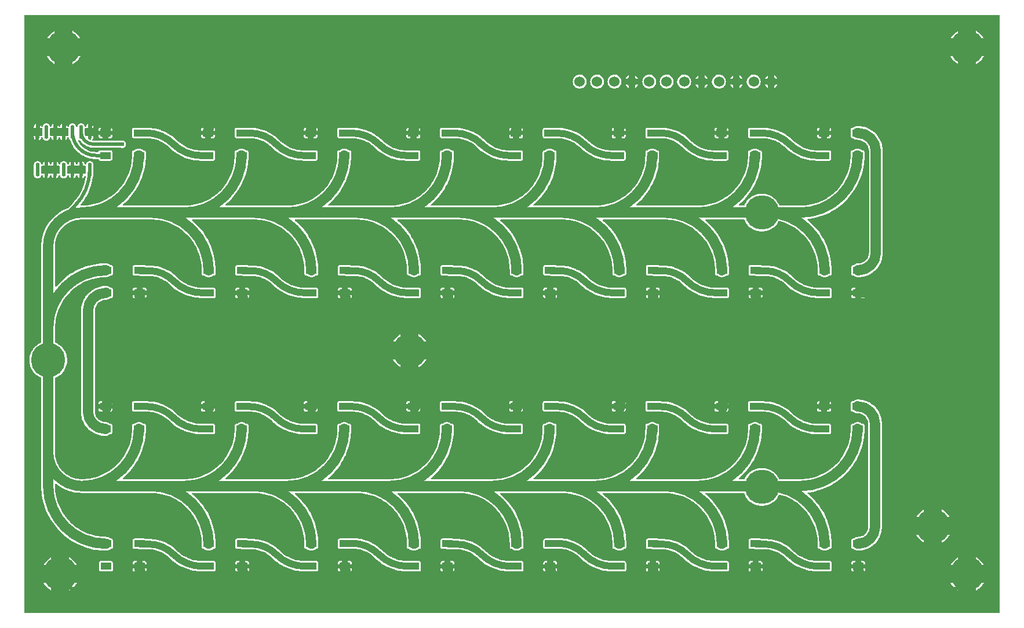
<source format=gtl>
G04 Layer: TopLayer*
G04 EasyEDA v6.5.29, 2023-07-14 16:03:38*
G04 49c0109143794da29a213c6937cafebe,1e4d668faf9c44eeab1497739a8aa4b2,10*
G04 Gerber Generator version 0.2*
G04 Scale: 100 percent, Rotated: No, Reflected: No *
G04 Dimensions in millimeters *
G04 leading zeros omitted , absolute positions ,4 integer and 5 decimal *
%FSLAX45Y45*%
%MOMM*%

%AMMACRO1*21,1,$1,$2,0,0,$3*%
%ADD10C,0.5000*%
%ADD11C,1.5000*%
%ADD12C,1.0000*%
%ADD13MACRO1,1.4986X0.9982X0.0000*%
%ADD14MACRO1,1.5011X0.9982X0.0000*%
%ADD15O,0.5739892X2.0379944*%
%ADD16C,1.5240*%
%ADD17C,5.0000*%
%ADD18C,0.6096*%
%ADD19C,0.0191*%

%LPD*%
G36*
X-263906Y-274116D02*
G01*
X-267817Y-273304D01*
X-271119Y-271119D01*
X-273304Y-267817D01*
X-274066Y-263956D01*
X-274066Y8463889D01*
X-273304Y8467801D01*
X-271119Y8471103D01*
X-267817Y8473287D01*
X-263906Y8474049D01*
X13963904Y8474049D01*
X13967815Y8473287D01*
X13971117Y8471103D01*
X13973301Y8467801D01*
X13974063Y8463889D01*
X13974063Y-263956D01*
X13973301Y-267817D01*
X13971117Y-271119D01*
X13967815Y-273304D01*
X13963904Y-274116D01*
G37*

%LPC*%
G36*
X13631316Y57454D02*
G01*
X13632891Y58216D01*
X13652652Y70205D01*
X13671346Y83769D01*
X13688822Y98856D01*
X13704976Y115366D01*
X13719708Y133197D01*
X13732916Y152146D01*
X13742416Y168656D01*
X13631316Y168656D01*
G37*
G36*
X13368629Y57454D02*
G01*
X13368629Y168656D01*
X13257479Y168656D01*
X13267029Y152146D01*
X13280186Y133197D01*
X13294918Y115366D01*
X13311073Y98856D01*
X13328599Y83769D01*
X13347293Y70205D01*
X13367054Y58216D01*
G37*
G36*
X381304Y57505D02*
G01*
X382879Y58267D01*
X402640Y70256D01*
X421335Y83820D01*
X438810Y98907D01*
X455015Y115417D01*
X469747Y133248D01*
X482904Y152196D01*
X492455Y168706D01*
X381304Y168706D01*
G37*
G36*
X118618Y57505D02*
G01*
X118618Y168706D01*
X7518Y168706D01*
X17018Y152196D01*
X30226Y133248D01*
X44958Y115417D01*
X61112Y98907D01*
X78587Y83820D01*
X97282Y70256D01*
X117043Y58267D01*
G37*
G36*
X1333093Y334111D02*
G01*
X1363675Y334111D01*
X1363675Y378663D01*
X1306576Y378663D01*
X1306576Y360578D01*
X1307287Y354228D01*
X1309217Y348792D01*
X1312316Y343916D01*
X1316380Y339801D01*
X1321308Y336702D01*
X1326743Y334822D01*
G37*
G36*
X1451356Y334111D02*
G01*
X1481937Y334111D01*
X1488236Y334822D01*
X1493723Y336702D01*
X1498600Y339801D01*
X1502714Y343916D01*
X1505762Y348792D01*
X1507693Y354228D01*
X1508404Y360578D01*
X1508404Y378663D01*
X1451356Y378663D01*
G37*
G36*
X4451350Y334111D02*
G01*
X4481931Y334111D01*
X4488230Y334822D01*
X4493717Y336702D01*
X4498594Y339801D01*
X4502708Y343916D01*
X4505756Y348792D01*
X4507687Y354228D01*
X4508398Y360578D01*
X4508398Y378663D01*
X4451350Y378663D01*
G37*
G36*
X5833059Y334111D02*
G01*
X5863640Y334111D01*
X5863640Y378663D01*
X5806592Y378663D01*
X5806592Y360578D01*
X5807303Y354228D01*
X5809183Y348792D01*
X5812282Y343916D01*
X5816396Y339801D01*
X5821273Y336702D01*
X5826760Y334822D01*
G37*
G36*
X7333081Y334111D02*
G01*
X7363663Y334111D01*
X7363663Y378663D01*
X7306564Y378663D01*
X7306564Y360578D01*
X7307275Y354228D01*
X7309205Y348792D01*
X7312304Y343916D01*
X7316368Y339801D01*
X7321296Y336702D01*
X7326731Y334822D01*
G37*
G36*
X5951321Y334111D02*
G01*
X5981903Y334111D01*
X5988253Y334822D01*
X5993688Y336702D01*
X5998616Y339801D01*
X6002680Y343916D01*
X6005779Y348792D01*
X6007709Y354228D01*
X6008420Y360578D01*
X6008420Y378663D01*
X5951321Y378663D01*
G37*
G36*
X7451344Y334111D02*
G01*
X7481925Y334111D01*
X7488224Y334822D01*
X7493711Y336702D01*
X7498588Y339801D01*
X7502702Y343916D01*
X7505750Y348792D01*
X7507681Y354228D01*
X7508392Y360578D01*
X7508392Y378663D01*
X7451344Y378663D01*
G37*
G36*
X8833053Y334111D02*
G01*
X8863634Y334111D01*
X8863634Y378663D01*
X8806586Y378663D01*
X8806586Y360578D01*
X8807297Y354228D01*
X8809177Y348792D01*
X8812276Y343916D01*
X8816390Y339801D01*
X8821267Y336702D01*
X8826754Y334822D01*
G37*
G36*
X10333075Y334111D02*
G01*
X10363657Y334111D01*
X10363657Y378663D01*
X10306558Y378663D01*
X10306558Y360578D01*
X10307269Y354228D01*
X10309199Y348792D01*
X10312298Y343916D01*
X10316362Y339801D01*
X10321290Y336702D01*
X10326725Y334822D01*
G37*
G36*
X8951315Y334111D02*
G01*
X8981897Y334111D01*
X8988247Y334822D01*
X8993682Y336702D01*
X8998610Y339801D01*
X9002674Y343916D01*
X9005773Y348792D01*
X9007703Y354228D01*
X9008414Y360578D01*
X9008414Y378663D01*
X8951315Y378663D01*
G37*
G36*
X10451338Y334111D02*
G01*
X10481919Y334111D01*
X10488218Y334822D01*
X10493705Y336702D01*
X10498582Y339801D01*
X10502696Y343916D01*
X10505744Y348792D01*
X10507675Y354228D01*
X10508386Y360578D01*
X10508386Y378663D01*
X10451338Y378663D01*
G37*
G36*
X11833047Y334111D02*
G01*
X11863628Y334111D01*
X11863628Y378663D01*
X11806580Y378663D01*
X11806580Y360578D01*
X11807291Y354228D01*
X11809171Y348792D01*
X11812270Y343916D01*
X11816384Y339801D01*
X11821261Y336702D01*
X11826748Y334822D01*
G37*
G36*
X2833065Y334111D02*
G01*
X2863646Y334111D01*
X2863646Y378663D01*
X2806598Y378663D01*
X2806598Y360578D01*
X2807309Y354228D01*
X2809189Y348792D01*
X2812288Y343916D01*
X2816402Y339801D01*
X2821279Y336702D01*
X2826766Y334822D01*
G37*
G36*
X2951327Y334111D02*
G01*
X2981909Y334111D01*
X2988259Y334822D01*
X2993694Y336702D01*
X2998622Y339801D01*
X3002686Y343916D01*
X3005785Y348792D01*
X3007715Y354228D01*
X3008426Y360578D01*
X3008426Y378663D01*
X2951327Y378663D01*
G37*
G36*
X4333087Y334111D02*
G01*
X4363669Y334111D01*
X4363669Y378663D01*
X4306570Y378663D01*
X4306570Y360578D01*
X4307281Y354228D01*
X4309211Y348792D01*
X4312310Y343916D01*
X4316374Y339801D01*
X4321302Y336702D01*
X4326737Y334822D01*
G37*
G36*
X11951309Y334111D02*
G01*
X11981891Y334111D01*
X11988241Y334822D01*
X11993676Y336702D01*
X11998604Y339801D01*
X12002668Y343916D01*
X12005767Y348792D01*
X12007697Y354228D01*
X12008408Y360578D01*
X12008408Y378663D01*
X11951309Y378663D01*
G37*
G36*
X843076Y334111D02*
G01*
X991920Y334111D01*
X998270Y334822D01*
X1003706Y336702D01*
X1008634Y339801D01*
X1012698Y343916D01*
X1015796Y348792D01*
X1017676Y354228D01*
X1018387Y360578D01*
X1018387Y459435D01*
X1017676Y465734D01*
X1015796Y471220D01*
X1012698Y476097D01*
X1008634Y480212D01*
X1003706Y483311D01*
X998270Y485190D01*
X991920Y485901D01*
X843076Y485901D01*
X836726Y485190D01*
X831291Y483311D01*
X826363Y480212D01*
X822299Y476097D01*
X819200Y471220D01*
X817321Y465734D01*
X816610Y459435D01*
X816610Y360578D01*
X817321Y354228D01*
X819200Y348792D01*
X822299Y343916D01*
X826363Y339801D01*
X831291Y336702D01*
X836726Y334822D01*
G37*
G36*
X9824923Y334111D02*
G01*
X9991902Y334111D01*
X9998252Y334822D01*
X10003688Y336702D01*
X10008616Y339801D01*
X10012680Y343916D01*
X10015778Y348792D01*
X10017658Y354228D01*
X10018369Y360578D01*
X10018369Y459435D01*
X10017658Y465734D01*
X10015778Y471220D01*
X10012680Y476097D01*
X10008616Y480212D01*
X10003688Y483311D01*
X9998252Y485190D01*
X9991902Y485901D01*
X9824567Y485901D01*
X9793173Y486867D01*
X9761982Y489712D01*
X9730994Y494487D01*
X9700310Y501040D01*
X9670135Y509524D01*
X9640468Y519734D01*
X9611512Y531774D01*
X9583318Y545490D01*
X9556038Y560933D01*
X9529724Y577951D01*
X9504476Y596544D01*
X9480397Y616661D01*
X9433814Y660603D01*
X9408617Y681888D01*
X9382252Y701700D01*
X9354820Y720039D01*
X9326422Y736803D01*
X9297111Y751941D01*
X9266986Y765403D01*
X9236202Y777189D01*
X9204756Y787196D01*
X9172803Y795426D01*
X9140494Y801878D01*
X9107830Y806450D01*
X9074962Y809244D01*
X9041892Y810158D01*
X9001556Y810158D01*
X8998762Y810564D01*
X8993682Y813308D01*
X8988247Y815187D01*
X8981897Y815898D01*
X8833053Y815898D01*
X8826754Y815187D01*
X8821267Y813308D01*
X8816390Y810209D01*
X8812276Y806094D01*
X8809177Y801217D01*
X8807297Y795782D01*
X8806586Y789432D01*
X8806586Y690575D01*
X8807297Y684276D01*
X8809177Y678789D01*
X8812276Y673912D01*
X8816390Y669798D01*
X8821267Y666699D01*
X8826754Y664819D01*
X8833053Y664108D01*
X8887663Y664108D01*
X8890914Y663549D01*
X8896604Y661619D01*
X8908846Y659180D01*
X8921648Y658368D01*
X9042298Y658368D01*
X9070848Y657402D01*
X9099245Y654558D01*
X9127388Y649884D01*
X9155176Y643382D01*
X9182506Y635101D01*
X9209227Y625043D01*
X9235186Y613206D01*
X9260382Y599744D01*
X9284614Y584657D01*
X9307779Y567994D01*
X9329826Y549859D01*
X9375902Y506425D01*
X9402622Y483616D01*
X9430512Y462229D01*
X9459417Y442315D01*
X9489389Y423976D01*
X9520275Y407212D01*
X9551974Y392074D01*
X9584385Y378663D01*
X9617506Y366928D01*
X9651187Y356971D01*
X9685375Y348742D01*
X9719868Y342341D01*
X9754717Y337769D01*
X9789718Y335026D01*
G37*
G36*
X11324945Y334111D02*
G01*
X11491925Y334111D01*
X11498224Y334822D01*
X11503710Y336702D01*
X11508587Y339801D01*
X11512702Y343916D01*
X11515750Y348792D01*
X11517680Y354228D01*
X11518392Y360578D01*
X11518392Y459435D01*
X11517680Y465734D01*
X11515750Y471220D01*
X11512702Y476097D01*
X11508587Y480212D01*
X11503710Y483311D01*
X11498224Y485190D01*
X11491925Y485901D01*
X11324590Y485901D01*
X11293195Y486867D01*
X11261953Y489712D01*
X11230965Y494487D01*
X11200333Y501040D01*
X11170107Y509524D01*
X11140490Y519734D01*
X11111534Y531774D01*
X11083340Y545490D01*
X11056010Y560933D01*
X11029696Y577951D01*
X11004448Y596544D01*
X10980369Y616661D01*
X10933785Y660603D01*
X10908588Y681888D01*
X10882274Y701700D01*
X10854842Y720039D01*
X10826394Y736803D01*
X10797133Y751941D01*
X10767009Y765403D01*
X10736173Y777189D01*
X10704779Y787196D01*
X10672826Y795426D01*
X10640466Y801878D01*
X10607802Y806450D01*
X10574934Y809244D01*
X10541863Y810158D01*
X10501579Y810158D01*
X10498785Y810564D01*
X10493705Y813308D01*
X10488218Y815187D01*
X10481919Y815898D01*
X10333075Y815898D01*
X10326725Y815187D01*
X10321290Y813308D01*
X10316362Y810209D01*
X10312298Y806094D01*
X10309199Y801217D01*
X10307269Y795782D01*
X10306558Y789432D01*
X10306558Y690575D01*
X10307269Y684276D01*
X10309199Y678789D01*
X10312298Y673912D01*
X10316362Y669798D01*
X10321290Y666699D01*
X10326725Y664819D01*
X10333075Y664108D01*
X10387634Y664108D01*
X10390936Y663549D01*
X10396575Y661619D01*
X10408818Y659180D01*
X10421620Y658368D01*
X10542270Y658368D01*
X10570819Y657402D01*
X10599267Y654558D01*
X10627410Y649884D01*
X10655198Y643382D01*
X10682528Y635101D01*
X10709198Y625043D01*
X10735208Y613206D01*
X10760354Y599744D01*
X10784586Y584657D01*
X10807801Y567994D01*
X10829848Y549859D01*
X10875924Y506425D01*
X10902645Y483616D01*
X10930483Y462229D01*
X10959439Y442315D01*
X10989360Y423976D01*
X11020247Y407212D01*
X11051946Y392074D01*
X11084407Y378663D01*
X11117529Y366928D01*
X11151209Y356971D01*
X11185347Y348742D01*
X11219891Y342341D01*
X11254689Y337769D01*
X11289741Y335026D01*
G37*
G36*
X6824929Y334111D02*
G01*
X6991908Y334111D01*
X6998258Y334822D01*
X7003694Y336702D01*
X7008622Y339801D01*
X7012686Y343916D01*
X7015784Y348792D01*
X7017664Y354228D01*
X7018375Y360578D01*
X7018375Y459435D01*
X7017664Y465734D01*
X7015784Y471220D01*
X7012686Y476097D01*
X7008622Y480212D01*
X7003694Y483311D01*
X6998258Y485190D01*
X6991908Y485901D01*
X6824573Y485901D01*
X6793179Y486867D01*
X6761988Y489712D01*
X6731000Y494487D01*
X6700316Y501040D01*
X6670141Y509524D01*
X6640474Y519734D01*
X6611518Y531774D01*
X6583324Y545490D01*
X6556044Y560933D01*
X6529730Y577951D01*
X6504482Y596544D01*
X6480403Y616661D01*
X6433820Y660603D01*
X6408623Y681888D01*
X6382258Y701700D01*
X6354826Y720039D01*
X6326428Y736803D01*
X6297117Y751941D01*
X6266992Y765403D01*
X6236208Y777189D01*
X6204762Y787196D01*
X6172809Y795426D01*
X6140500Y801878D01*
X6107836Y806450D01*
X6074968Y809244D01*
X6041898Y810158D01*
X6001562Y810158D01*
X5998768Y810564D01*
X5993688Y813308D01*
X5988253Y815187D01*
X5981903Y815898D01*
X5833059Y815898D01*
X5826760Y815187D01*
X5821273Y813308D01*
X5816396Y810209D01*
X5812282Y806094D01*
X5809183Y801217D01*
X5807303Y795782D01*
X5806592Y789432D01*
X5806592Y690575D01*
X5807303Y684276D01*
X5809183Y678789D01*
X5812282Y673912D01*
X5816396Y669798D01*
X5821273Y666699D01*
X5826760Y664819D01*
X5833059Y664108D01*
X5887669Y664108D01*
X5890920Y663549D01*
X5896610Y661619D01*
X5908852Y659180D01*
X5921654Y658368D01*
X6042304Y658368D01*
X6070854Y657402D01*
X6099251Y654558D01*
X6127394Y649884D01*
X6155182Y643382D01*
X6182512Y635101D01*
X6209233Y625043D01*
X6235192Y613206D01*
X6260388Y599744D01*
X6284620Y584657D01*
X6307785Y567994D01*
X6329832Y549859D01*
X6375908Y506425D01*
X6402628Y483616D01*
X6430518Y462229D01*
X6459423Y442315D01*
X6489395Y423976D01*
X6520281Y407212D01*
X6551980Y392074D01*
X6584391Y378663D01*
X6617512Y366928D01*
X6651193Y356971D01*
X6685381Y348742D01*
X6719874Y342341D01*
X6754723Y337769D01*
X6789724Y335026D01*
G37*
G36*
X2324963Y334111D02*
G01*
X2491943Y334111D01*
X2498242Y334822D01*
X2503728Y336702D01*
X2508605Y339801D01*
X2512720Y343916D01*
X2515768Y348792D01*
X2517698Y354228D01*
X2518410Y360578D01*
X2518410Y459435D01*
X2517698Y465734D01*
X2515768Y471220D01*
X2512720Y476097D01*
X2508605Y480212D01*
X2503728Y483311D01*
X2498242Y485190D01*
X2491943Y485901D01*
X2324608Y485901D01*
X2293213Y486867D01*
X2261971Y489712D01*
X2230983Y494487D01*
X2200351Y501040D01*
X2170125Y509524D01*
X2140508Y519734D01*
X2111552Y531774D01*
X2083358Y545490D01*
X2056028Y560933D01*
X2029714Y577951D01*
X2004466Y596544D01*
X1980387Y616661D01*
X1933803Y660603D01*
X1908606Y681888D01*
X1882292Y701700D01*
X1854860Y720039D01*
X1826412Y736803D01*
X1797151Y751941D01*
X1767027Y765403D01*
X1736191Y777189D01*
X1704797Y787196D01*
X1672843Y795426D01*
X1640484Y801878D01*
X1607820Y806450D01*
X1574952Y809244D01*
X1541881Y810158D01*
X1501597Y810158D01*
X1498803Y810564D01*
X1493723Y813308D01*
X1488236Y815187D01*
X1481937Y815898D01*
X1333093Y815898D01*
X1326743Y815187D01*
X1321308Y813308D01*
X1316380Y810209D01*
X1312316Y806094D01*
X1309217Y801217D01*
X1307287Y795782D01*
X1306576Y789432D01*
X1306576Y690575D01*
X1307287Y684276D01*
X1309217Y678789D01*
X1312316Y673912D01*
X1316380Y669798D01*
X1321308Y666699D01*
X1326743Y664819D01*
X1333093Y664108D01*
X1387652Y664108D01*
X1390954Y663549D01*
X1396593Y661619D01*
X1408836Y659180D01*
X1421638Y658368D01*
X1542288Y658368D01*
X1570837Y657402D01*
X1599285Y654558D01*
X1627428Y649884D01*
X1655216Y643382D01*
X1682546Y635101D01*
X1709216Y625043D01*
X1735226Y613206D01*
X1760372Y599744D01*
X1784604Y584657D01*
X1807819Y567994D01*
X1829866Y549859D01*
X1875942Y506425D01*
X1902663Y483616D01*
X1930501Y462229D01*
X1959457Y442315D01*
X1989378Y423976D01*
X2020265Y407212D01*
X2051964Y392074D01*
X2084425Y378663D01*
X2117547Y366928D01*
X2151227Y356971D01*
X2185365Y348742D01*
X2219909Y342341D01*
X2254707Y337769D01*
X2289759Y335026D01*
G37*
G36*
X3824935Y334111D02*
G01*
X3991914Y334111D01*
X3998264Y334822D01*
X4003700Y336702D01*
X4008628Y339801D01*
X4012692Y343916D01*
X4015790Y348792D01*
X4017670Y354228D01*
X4018381Y360578D01*
X4018381Y459435D01*
X4017670Y465734D01*
X4015790Y471220D01*
X4012692Y476097D01*
X4008628Y480212D01*
X4003700Y483311D01*
X3998264Y485190D01*
X3991914Y485901D01*
X3824579Y485901D01*
X3793185Y486867D01*
X3761994Y489712D01*
X3731006Y494487D01*
X3700322Y501040D01*
X3670147Y509524D01*
X3640480Y519734D01*
X3611524Y531774D01*
X3583330Y545490D01*
X3556050Y560933D01*
X3529736Y577951D01*
X3504488Y596544D01*
X3480409Y616661D01*
X3433826Y660603D01*
X3408629Y681888D01*
X3382264Y701700D01*
X3354832Y720039D01*
X3326434Y736803D01*
X3297123Y751941D01*
X3266998Y765403D01*
X3236214Y777189D01*
X3204768Y787196D01*
X3172815Y795426D01*
X3140506Y801878D01*
X3107842Y806450D01*
X3074974Y809244D01*
X3041904Y810158D01*
X3001568Y810158D01*
X2998774Y810564D01*
X2993694Y813308D01*
X2988259Y815187D01*
X2981909Y815898D01*
X2833065Y815898D01*
X2826766Y815187D01*
X2821279Y813308D01*
X2816402Y810209D01*
X2812288Y806094D01*
X2809189Y801217D01*
X2807309Y795782D01*
X2806598Y789432D01*
X2806598Y690575D01*
X2807309Y684276D01*
X2809189Y678789D01*
X2812288Y673912D01*
X2816402Y669798D01*
X2821279Y666699D01*
X2826766Y664819D01*
X2833065Y664108D01*
X2887675Y664108D01*
X2890926Y663549D01*
X2896616Y661619D01*
X2908858Y659180D01*
X2921660Y658368D01*
X3042310Y658368D01*
X3070860Y657402D01*
X3099257Y654558D01*
X3127400Y649884D01*
X3155188Y643382D01*
X3182518Y635101D01*
X3209239Y625043D01*
X3235198Y613206D01*
X3260394Y599744D01*
X3284626Y584657D01*
X3307791Y567994D01*
X3329838Y549859D01*
X3375914Y506425D01*
X3402634Y483616D01*
X3430524Y462229D01*
X3459429Y442315D01*
X3489401Y423976D01*
X3520287Y407212D01*
X3551986Y392074D01*
X3584397Y378663D01*
X3617518Y366928D01*
X3651199Y356971D01*
X3685387Y348742D01*
X3719880Y342341D01*
X3754729Y337769D01*
X3789730Y335026D01*
G37*
G36*
X5324906Y334111D02*
G01*
X5491937Y334111D01*
X5498236Y334822D01*
X5503722Y336702D01*
X5508599Y339801D01*
X5512714Y343916D01*
X5515762Y348792D01*
X5517692Y354228D01*
X5518404Y360578D01*
X5518404Y459435D01*
X5517692Y465734D01*
X5515762Y471220D01*
X5512714Y476097D01*
X5508599Y480212D01*
X5503722Y483311D01*
X5498236Y485190D01*
X5491937Y485901D01*
X5324602Y485901D01*
X5293207Y486867D01*
X5261965Y489712D01*
X5230977Y494487D01*
X5200345Y501040D01*
X5170119Y509524D01*
X5140502Y519734D01*
X5111546Y531774D01*
X5083352Y545490D01*
X5056022Y560933D01*
X5029708Y577951D01*
X5004460Y596544D01*
X4980381Y616661D01*
X4932070Y662228D01*
X4905044Y685088D01*
X4876800Y706323D01*
X4847386Y725982D01*
X4816906Y743966D01*
X4785461Y760222D01*
X4753152Y774649D01*
X4720132Y787298D01*
X4686401Y798017D01*
X4652162Y806856D01*
X4617466Y813765D01*
X4582414Y818692D01*
X4547158Y821690D01*
X4511649Y822655D01*
X4424222Y822655D01*
X4410913Y821791D01*
X4398213Y819302D01*
X4389882Y816457D01*
X4386630Y815898D01*
X4333087Y815898D01*
X4326737Y815187D01*
X4321302Y813308D01*
X4316374Y810209D01*
X4312310Y806094D01*
X4309211Y801217D01*
X4307281Y795782D01*
X4306570Y789432D01*
X4306570Y690575D01*
X4307281Y684276D01*
X4309211Y678789D01*
X4312310Y673912D01*
X4316374Y669798D01*
X4321302Y666699D01*
X4326737Y664819D01*
X4333087Y664108D01*
X4481931Y664108D01*
X4488230Y664819D01*
X4493717Y666699D01*
X4497832Y669290D01*
X4500422Y670458D01*
X4503216Y670864D01*
X4512157Y670864D01*
X4543450Y669798D01*
X4574641Y666699D01*
X4605578Y661568D01*
X4636058Y654456D01*
X4666081Y645312D01*
X4695393Y634288D01*
X4723892Y621334D01*
X4751527Y606552D01*
X4778146Y589940D01*
X4803597Y571703D01*
X4827828Y551789D01*
X4875936Y506425D01*
X4902657Y483616D01*
X4930495Y462229D01*
X4959451Y442315D01*
X4989372Y423976D01*
X5020259Y407212D01*
X5051958Y392074D01*
X5084419Y378663D01*
X5117541Y366928D01*
X5151221Y356971D01*
X5185359Y348742D01*
X5219903Y342341D01*
X5254701Y337769D01*
X5289753Y335026D01*
G37*
G36*
X8324951Y334111D02*
G01*
X8491931Y334111D01*
X8498230Y334822D01*
X8503716Y336702D01*
X8508593Y339801D01*
X8512708Y343916D01*
X8515756Y348792D01*
X8517686Y354228D01*
X8518398Y360578D01*
X8518398Y459435D01*
X8517686Y465734D01*
X8515756Y471220D01*
X8512708Y476097D01*
X8508593Y480212D01*
X8503716Y483311D01*
X8498230Y485190D01*
X8491931Y485901D01*
X8324596Y485901D01*
X8293201Y486867D01*
X8261959Y489712D01*
X8230971Y494487D01*
X8200339Y501040D01*
X8170113Y509524D01*
X8140496Y519734D01*
X8111540Y531774D01*
X8083346Y545490D01*
X8056016Y560933D01*
X8029702Y577951D01*
X8004454Y596544D01*
X7980375Y616661D01*
X7929168Y665175D01*
X7902600Y687578D01*
X7874863Y708507D01*
X7846009Y727760D01*
X7816088Y745439D01*
X7785252Y761339D01*
X7753553Y775563D01*
X7721092Y787908D01*
X7688021Y798474D01*
X7654391Y807161D01*
X7620304Y813917D01*
X7585913Y818794D01*
X7551318Y821690D01*
X7516469Y822655D01*
X7424216Y822655D01*
X7410907Y821791D01*
X7398207Y819302D01*
X7389875Y816457D01*
X7386624Y815898D01*
X7333081Y815898D01*
X7326731Y815187D01*
X7321296Y813308D01*
X7316368Y810209D01*
X7312304Y806094D01*
X7309205Y801217D01*
X7307275Y795782D01*
X7306564Y789432D01*
X7306564Y690575D01*
X7307275Y684276D01*
X7309205Y678789D01*
X7312304Y673912D01*
X7316368Y669798D01*
X7321296Y666699D01*
X7326731Y664819D01*
X7333081Y664108D01*
X7481925Y664108D01*
X7488224Y664819D01*
X7493711Y666699D01*
X7497825Y669290D01*
X7500416Y670458D01*
X7503210Y670864D01*
X7516926Y670864D01*
X7547508Y669848D01*
X7577937Y666800D01*
X7608112Y661822D01*
X7637881Y654862D01*
X7667142Y645972D01*
X7695742Y635152D01*
X7723581Y622503D01*
X7750556Y608076D01*
X7776514Y591921D01*
X7801356Y574090D01*
X7824978Y554685D01*
X7847025Y534009D01*
X7875930Y506425D01*
X7902651Y483616D01*
X7930489Y462229D01*
X7959445Y442315D01*
X7989366Y423976D01*
X8020253Y407212D01*
X8051952Y392074D01*
X8084413Y378663D01*
X8117535Y366928D01*
X8151215Y356971D01*
X8185353Y348742D01*
X8219897Y342341D01*
X8254695Y337769D01*
X8289747Y335026D01*
G37*
G36*
X13631316Y431342D02*
G01*
X13742365Y431342D01*
X13738910Y437946D01*
X13726515Y457454D01*
X13712545Y475843D01*
X13697102Y493014D01*
X13680236Y508863D01*
X13662101Y523189D01*
X13642898Y535990D01*
X13631316Y542340D01*
G37*
G36*
X13257580Y431342D02*
G01*
X13368629Y431342D01*
X13368629Y542340D01*
X13357047Y535990D01*
X13337794Y523189D01*
X13319658Y508863D01*
X13302843Y493014D01*
X13287349Y475843D01*
X13273379Y457454D01*
X13261035Y437946D01*
G37*
G36*
X381304Y431393D02*
G01*
X492353Y431393D01*
X488899Y437997D01*
X476504Y457504D01*
X462534Y475894D01*
X447090Y493064D01*
X430225Y508914D01*
X412140Y523240D01*
X392887Y536041D01*
X381304Y542391D01*
G37*
G36*
X7569Y431393D02*
G01*
X118618Y431393D01*
X118618Y542391D01*
X107035Y536041D01*
X87782Y523240D01*
X69697Y508914D01*
X52832Y493064D01*
X37388Y475894D01*
X23418Y457504D01*
X11023Y437997D01*
G37*
G36*
X1451356Y441350D02*
G01*
X1508404Y441350D01*
X1508404Y459435D01*
X1507693Y465734D01*
X1505762Y471220D01*
X1502714Y476097D01*
X1498600Y480212D01*
X1493723Y483311D01*
X1488236Y485190D01*
X1481937Y485901D01*
X1451356Y485901D01*
G37*
G36*
X1306576Y441350D02*
G01*
X1363675Y441350D01*
X1363675Y485901D01*
X1333093Y485901D01*
X1326743Y485190D01*
X1321308Y483311D01*
X1316380Y480212D01*
X1312316Y476097D01*
X1309217Y471220D01*
X1307287Y465734D01*
X1306576Y459435D01*
G37*
G36*
X5806592Y441350D02*
G01*
X5863640Y441350D01*
X5863640Y485901D01*
X5833059Y485901D01*
X5826760Y485190D01*
X5821273Y483311D01*
X5816396Y480212D01*
X5812282Y476097D01*
X5809183Y471220D01*
X5807303Y465734D01*
X5806592Y459435D01*
G37*
G36*
X4451350Y441350D02*
G01*
X4508398Y441350D01*
X4508398Y459435D01*
X4507687Y465734D01*
X4505756Y471220D01*
X4502708Y476097D01*
X4498594Y480212D01*
X4493717Y483311D01*
X4488230Y485190D01*
X4481931Y485901D01*
X4451350Y485901D01*
G37*
G36*
X7306564Y441350D02*
G01*
X7363663Y441350D01*
X7363663Y485901D01*
X7333081Y485901D01*
X7326731Y485190D01*
X7321296Y483311D01*
X7316368Y480212D01*
X7312304Y476097D01*
X7309205Y471220D01*
X7307275Y465734D01*
X7306564Y459435D01*
G37*
G36*
X5951321Y441350D02*
G01*
X6008420Y441350D01*
X6008420Y459435D01*
X6007709Y465734D01*
X6005779Y471220D01*
X6002680Y476097D01*
X5998616Y480212D01*
X5993688Y483311D01*
X5988253Y485190D01*
X5981903Y485901D01*
X5951321Y485901D01*
G37*
G36*
X8806586Y441350D02*
G01*
X8863634Y441350D01*
X8863634Y485901D01*
X8833053Y485901D01*
X8826754Y485190D01*
X8821267Y483311D01*
X8816390Y480212D01*
X8812276Y476097D01*
X8809177Y471220D01*
X8807297Y465734D01*
X8806586Y459435D01*
G37*
G36*
X7451344Y441350D02*
G01*
X7508392Y441350D01*
X7508392Y459435D01*
X7507681Y465734D01*
X7505750Y471220D01*
X7502702Y476097D01*
X7498588Y480212D01*
X7493711Y483311D01*
X7488224Y485190D01*
X7481925Y485901D01*
X7451344Y485901D01*
G37*
G36*
X11951309Y441350D02*
G01*
X12008408Y441350D01*
X12008408Y459435D01*
X12007697Y465734D01*
X12005767Y471220D01*
X12002668Y476097D01*
X11998604Y480212D01*
X11993676Y483311D01*
X11988241Y485190D01*
X11981891Y485901D01*
X11951309Y485901D01*
G37*
G36*
X10306558Y441350D02*
G01*
X10363657Y441350D01*
X10363657Y485901D01*
X10333075Y485901D01*
X10326725Y485190D01*
X10321290Y483311D01*
X10316362Y480212D01*
X10312298Y476097D01*
X10309199Y471220D01*
X10307269Y465734D01*
X10306558Y459435D01*
G37*
G36*
X8951315Y441350D02*
G01*
X9008414Y441350D01*
X9008414Y459435D01*
X9007703Y465734D01*
X9005773Y471220D01*
X9002674Y476097D01*
X8998610Y480212D01*
X8993682Y483311D01*
X8988247Y485190D01*
X8981897Y485901D01*
X8951315Y485901D01*
G37*
G36*
X2806598Y441350D02*
G01*
X2863646Y441350D01*
X2863646Y485901D01*
X2833065Y485901D01*
X2826766Y485190D01*
X2821279Y483311D01*
X2816402Y480212D01*
X2812288Y476097D01*
X2809189Y471220D01*
X2807309Y465734D01*
X2806598Y459435D01*
G37*
G36*
X4306570Y441350D02*
G01*
X4363669Y441350D01*
X4363669Y485901D01*
X4333087Y485901D01*
X4326737Y485190D01*
X4321302Y483311D01*
X4316374Y480212D01*
X4312310Y476097D01*
X4309211Y471220D01*
X4307281Y465734D01*
X4306570Y459435D01*
G37*
G36*
X10451338Y441350D02*
G01*
X10508386Y441350D01*
X10508386Y459435D01*
X10507675Y465734D01*
X10505744Y471220D01*
X10502696Y476097D01*
X10498582Y480212D01*
X10493705Y483311D01*
X10488218Y485190D01*
X10481919Y485901D01*
X10451338Y485901D01*
G37*
G36*
X2951327Y441350D02*
G01*
X3008426Y441350D01*
X3008426Y459435D01*
X3007715Y465734D01*
X3005785Y471220D01*
X3002686Y476097D01*
X2998622Y480212D01*
X2993694Y483311D01*
X2988259Y485190D01*
X2981909Y485901D01*
X2951327Y485901D01*
G37*
G36*
X11806580Y441350D02*
G01*
X11863628Y441350D01*
X11863628Y485901D01*
X11833047Y485901D01*
X11826748Y485190D01*
X11821261Y483311D01*
X11816384Y480212D01*
X11812270Y476097D01*
X11809171Y471220D01*
X11807291Y465734D01*
X11806580Y459435D01*
G37*
G36*
X2417521Y639064D02*
G01*
X2430678Y639927D01*
X2443632Y642518D01*
X2456129Y646785D01*
X2467965Y652576D01*
X2478938Y659942D01*
X2480818Y661568D01*
X2483916Y663448D01*
X2487523Y664108D01*
X2491943Y664108D01*
X2498242Y664819D01*
X2503728Y666699D01*
X2508605Y669798D01*
X2512720Y673912D01*
X2515768Y678789D01*
X2517698Y684276D01*
X2518410Y690575D01*
X2518410Y789432D01*
X2517698Y795782D01*
X2516225Y801065D01*
X2514650Y824687D01*
X2509875Y866851D01*
X2503220Y908761D01*
X2494737Y950315D01*
X2484374Y991412D01*
X2472182Y1032052D01*
X2458161Y1072083D01*
X2442362Y1111453D01*
X2424836Y1150061D01*
X2405583Y1187856D01*
X2384653Y1224737D01*
X2362098Y1260652D01*
X2337917Y1295552D01*
X2312212Y1329283D01*
X2285034Y1361846D01*
X2256434Y1393139D01*
X2226411Y1423162D01*
X2195118Y1451762D01*
X2178812Y1465376D01*
X2176221Y1468628D01*
X2175154Y1472590D01*
X2175764Y1476654D01*
X2177897Y1480159D01*
X2181301Y1482547D01*
X2185314Y1483360D01*
X3073196Y1483360D01*
X3112414Y1482293D01*
X3151174Y1479245D01*
X3189782Y1474165D01*
X3228035Y1467053D01*
X3265881Y1457960D01*
X3303168Y1446885D01*
X3339896Y1433880D01*
X3375812Y1418996D01*
X3410965Y1402181D01*
X3445154Y1383639D01*
X3478326Y1363268D01*
X3510381Y1341221D01*
X3541268Y1317498D01*
X3570833Y1292250D01*
X3599078Y1265428D01*
X3625850Y1237183D01*
X3651097Y1207566D01*
X3674770Y1176731D01*
X3696817Y1144625D01*
X3717137Y1111453D01*
X3735679Y1077214D01*
X3752443Y1042111D01*
X3767328Y1006144D01*
X3780282Y969416D01*
X3791356Y932129D01*
X3800398Y894283D01*
X3807460Y856030D01*
X3812540Y817422D01*
X3815587Y778611D01*
X3816604Y740359D01*
X3816604Y690575D01*
X3817315Y684276D01*
X3819194Y678789D01*
X3822293Y673912D01*
X3826357Y669798D01*
X3831285Y666699D01*
X3836720Y664819D01*
X3843070Y664108D01*
X3847541Y664108D01*
X3851097Y663448D01*
X3854246Y661568D01*
X3856075Y659942D01*
X3867048Y652627D01*
X3878884Y646785D01*
X3891381Y642518D01*
X3904335Y639978D01*
X3917492Y639114D01*
X3930650Y639978D01*
X3943604Y642518D01*
X3956100Y646785D01*
X3967937Y652627D01*
X3978910Y659942D01*
X3980789Y661568D01*
X3983888Y663448D01*
X3987495Y664108D01*
X3991914Y664108D01*
X3998264Y664819D01*
X4003700Y666699D01*
X4008628Y669798D01*
X4012692Y673912D01*
X4015790Y678789D01*
X4017670Y684276D01*
X4018381Y690575D01*
X4018381Y789432D01*
X4017670Y795782D01*
X4016197Y801116D01*
X4014622Y824687D01*
X4009847Y866851D01*
X4003243Y908761D01*
X3994708Y950315D01*
X3984345Y991412D01*
X3972153Y1032052D01*
X3958132Y1072083D01*
X3942334Y1111453D01*
X3924808Y1150061D01*
X3905554Y1187856D01*
X3884625Y1224788D01*
X3862070Y1260703D01*
X3837889Y1295552D01*
X3812184Y1329283D01*
X3785006Y1361846D01*
X3756406Y1393139D01*
X3726434Y1423162D01*
X3695090Y1451762D01*
X3678783Y1465376D01*
X3676243Y1468628D01*
X3675126Y1472590D01*
X3675735Y1476654D01*
X3677920Y1480159D01*
X3681272Y1482547D01*
X3685286Y1483360D01*
X4573320Y1483360D01*
X4612386Y1482344D01*
X4651197Y1479245D01*
X4689754Y1474165D01*
X4728057Y1467053D01*
X4765903Y1457960D01*
X4803190Y1446885D01*
X4839868Y1433880D01*
X4875834Y1418996D01*
X4910937Y1402232D01*
X4945126Y1383639D01*
X4978298Y1363268D01*
X5010404Y1341221D01*
X5041239Y1317498D01*
X5070805Y1292250D01*
X5099050Y1265428D01*
X5125821Y1237183D01*
X5151120Y1207617D01*
X5174792Y1176731D01*
X5196789Y1144625D01*
X5217109Y1111453D01*
X5235702Y1077214D01*
X5252415Y1042111D01*
X5267299Y1006144D01*
X5280304Y969467D01*
X5291328Y932129D01*
X5300421Y894283D01*
X5307482Y856030D01*
X5312562Y817422D01*
X5315559Y778611D01*
X5316575Y740257D01*
X5316575Y690575D01*
X5317286Y684276D01*
X5319217Y678789D01*
X5322265Y673912D01*
X5326380Y669798D01*
X5331256Y666699D01*
X5336743Y664819D01*
X5343042Y664108D01*
X5347512Y664108D01*
X5351119Y663448D01*
X5354218Y661568D01*
X5356098Y659942D01*
X5367070Y652627D01*
X5378907Y646785D01*
X5391404Y642518D01*
X5404307Y639978D01*
X5417515Y639114D01*
X5430672Y639978D01*
X5443626Y642518D01*
X5456123Y646785D01*
X5467959Y652627D01*
X5478932Y659942D01*
X5480761Y661568D01*
X5483910Y663448D01*
X5487466Y664108D01*
X5491937Y664108D01*
X5498236Y664819D01*
X5503722Y666699D01*
X5508599Y669798D01*
X5512714Y673912D01*
X5515762Y678789D01*
X5517692Y684276D01*
X5518404Y690575D01*
X5518404Y789432D01*
X5517692Y795782D01*
X5516168Y801166D01*
X5514594Y824687D01*
X5509869Y866851D01*
X5503214Y908761D01*
X5494731Y950315D01*
X5484368Y991412D01*
X5472125Y1032052D01*
X5458155Y1072083D01*
X5442356Y1111453D01*
X5424779Y1150061D01*
X5405526Y1187856D01*
X5384596Y1224788D01*
X5362041Y1260703D01*
X5337911Y1295552D01*
X5312206Y1329283D01*
X5285028Y1361846D01*
X5256377Y1393190D01*
X5226405Y1423162D01*
X5195112Y1451762D01*
X5178806Y1465376D01*
X5176215Y1468628D01*
X5175148Y1472590D01*
X5175758Y1476654D01*
X5177891Y1480159D01*
X5181244Y1482547D01*
X5185308Y1483360D01*
X6073292Y1483360D01*
X6112408Y1482344D01*
X6151168Y1479245D01*
X6189776Y1474165D01*
X6228029Y1467053D01*
X6265875Y1457960D01*
X6303162Y1446885D01*
X6339890Y1433880D01*
X6375806Y1418996D01*
X6410960Y1402232D01*
X6445148Y1383639D01*
X6478320Y1363268D01*
X6510375Y1341221D01*
X6541262Y1317548D01*
X6570827Y1292250D01*
X6599021Y1265428D01*
X6625844Y1237183D01*
X6651091Y1207617D01*
X6674764Y1176731D01*
X6696811Y1144625D01*
X6717131Y1111453D01*
X6735673Y1077214D01*
X6752437Y1042111D01*
X6767322Y1006144D01*
X6780275Y969467D01*
X6791299Y932129D01*
X6800392Y894283D01*
X6807453Y856030D01*
X6812534Y817422D01*
X6815581Y778611D01*
X6816598Y740257D01*
X6816598Y690575D01*
X6817309Y684276D01*
X6819188Y678789D01*
X6822287Y673912D01*
X6826351Y669798D01*
X6831279Y666699D01*
X6836714Y664819D01*
X6843064Y664108D01*
X6847535Y664108D01*
X6851091Y663448D01*
X6854240Y661568D01*
X6856069Y659942D01*
X6867042Y652627D01*
X6878878Y646785D01*
X6891375Y642518D01*
X6904329Y639978D01*
X6917486Y639114D01*
X6930644Y639978D01*
X6943598Y642518D01*
X6956094Y646785D01*
X6967931Y652627D01*
X6978903Y659942D01*
X6980783Y661568D01*
X6983882Y663448D01*
X6987489Y664108D01*
X6991908Y664108D01*
X6998258Y664819D01*
X7003694Y666699D01*
X7008622Y669798D01*
X7012686Y673912D01*
X7015784Y678789D01*
X7017664Y684276D01*
X7018375Y690575D01*
X7018375Y789432D01*
X7017664Y795782D01*
X7016191Y801166D01*
X7014616Y824687D01*
X7009841Y866851D01*
X7003186Y908761D01*
X6994702Y950315D01*
X6984339Y991463D01*
X6972147Y1032052D01*
X6958126Y1072083D01*
X6942328Y1111453D01*
X6924802Y1150061D01*
X6905548Y1187856D01*
X6884619Y1224788D01*
X6862064Y1260703D01*
X6837883Y1295552D01*
X6812178Y1329283D01*
X6785000Y1361846D01*
X6756400Y1393190D01*
X6726377Y1423162D01*
X6695084Y1451762D01*
X6678777Y1465376D01*
X6676237Y1468628D01*
X6675170Y1472590D01*
X6675729Y1476654D01*
X6677914Y1480159D01*
X6681266Y1482547D01*
X6685280Y1483360D01*
X7573213Y1483360D01*
X7612380Y1482344D01*
X7651191Y1479245D01*
X7689748Y1474165D01*
X7728051Y1467053D01*
X7765846Y1457960D01*
X7803184Y1446885D01*
X7839862Y1433880D01*
X7875828Y1418996D01*
X7910931Y1402232D01*
X7945120Y1383639D01*
X7978292Y1363268D01*
X8010347Y1341221D01*
X8041233Y1317548D01*
X8070799Y1292250D01*
X8099044Y1265428D01*
X8125815Y1237183D01*
X8151063Y1207617D01*
X8174786Y1176731D01*
X8196783Y1144625D01*
X8217103Y1111453D01*
X8235696Y1077214D01*
X8252409Y1042111D01*
X8267293Y1006144D01*
X8280298Y969467D01*
X8291322Y932129D01*
X8300415Y894283D01*
X8307476Y856030D01*
X8312556Y817422D01*
X8315553Y778611D01*
X8316569Y740257D01*
X8316569Y690575D01*
X8317280Y684276D01*
X8319211Y678789D01*
X8322259Y673912D01*
X8326374Y669798D01*
X8331250Y666699D01*
X8336737Y664819D01*
X8343036Y664108D01*
X8347506Y664108D01*
X8351113Y663448D01*
X8354212Y661568D01*
X8356092Y659942D01*
X8367064Y652627D01*
X8378901Y646785D01*
X8391398Y642518D01*
X8404301Y639978D01*
X8417509Y639114D01*
X8430666Y639978D01*
X8443620Y642518D01*
X8456117Y646785D01*
X8467953Y652627D01*
X8478926Y659942D01*
X8480755Y661568D01*
X8483904Y663448D01*
X8487460Y664108D01*
X8491931Y664108D01*
X8498230Y664819D01*
X8503716Y666699D01*
X8508593Y669798D01*
X8512708Y673912D01*
X8515756Y678789D01*
X8517686Y684276D01*
X8518398Y690575D01*
X8518398Y789432D01*
X8517686Y795782D01*
X8516162Y801166D01*
X8514588Y824737D01*
X8509863Y866851D01*
X8503208Y908761D01*
X8494674Y950315D01*
X8484311Y991463D01*
X8472119Y1032052D01*
X8458149Y1072083D01*
X8442350Y1111453D01*
X8424773Y1150112D01*
X8405520Y1187856D01*
X8384590Y1224788D01*
X8362035Y1260703D01*
X8337905Y1295552D01*
X8312200Y1329283D01*
X8285022Y1361846D01*
X8256371Y1393190D01*
X8226399Y1423162D01*
X8195106Y1451762D01*
X8178749Y1465376D01*
X8176209Y1468628D01*
X8175142Y1472590D01*
X8175752Y1476654D01*
X8177885Y1480159D01*
X8181238Y1482547D01*
X8185302Y1483360D01*
X9073184Y1483360D01*
X9112402Y1482293D01*
X9151162Y1479245D01*
X9189770Y1474165D01*
X9228023Y1467053D01*
X9265869Y1457960D01*
X9303207Y1446885D01*
X9339884Y1433880D01*
X9375800Y1418996D01*
X9410954Y1402232D01*
X9445142Y1383639D01*
X9478314Y1363268D01*
X9510369Y1341221D01*
X9541256Y1317498D01*
X9570821Y1292250D01*
X9599066Y1265428D01*
X9625838Y1237183D01*
X9651085Y1207617D01*
X9674758Y1176731D01*
X9696805Y1144625D01*
X9717125Y1111453D01*
X9735667Y1077214D01*
X9752431Y1042111D01*
X9767316Y1006144D01*
X9780270Y969467D01*
X9791344Y932129D01*
X9800386Y894283D01*
X9807498Y856030D01*
X9812528Y817422D01*
X9815576Y778611D01*
X9816592Y740562D01*
X9816592Y690575D01*
X9817303Y684276D01*
X9819182Y678789D01*
X9822281Y673912D01*
X9826345Y669798D01*
X9831273Y666699D01*
X9836708Y664819D01*
X9843058Y664108D01*
X9847529Y664108D01*
X9851085Y663448D01*
X9854234Y661568D01*
X9856063Y659942D01*
X9867036Y652627D01*
X9878872Y646785D01*
X9891369Y642518D01*
X9904323Y639978D01*
X9917480Y639114D01*
X9930688Y639978D01*
X9943592Y642518D01*
X9956088Y646785D01*
X9967925Y652627D01*
X9978898Y659942D01*
X9980777Y661568D01*
X9983876Y663448D01*
X9987483Y664108D01*
X9991902Y664108D01*
X9998252Y664819D01*
X10003688Y666699D01*
X10008616Y669798D01*
X10012680Y673912D01*
X10015778Y678789D01*
X10017658Y684276D01*
X10018369Y690575D01*
X10018369Y789432D01*
X10017658Y795782D01*
X10016185Y801116D01*
X10014610Y824687D01*
X10009835Y866851D01*
X10003231Y908761D01*
X9994696Y950315D01*
X9984333Y991412D01*
X9972141Y1032052D01*
X9958120Y1072083D01*
X9942322Y1111453D01*
X9924796Y1150061D01*
X9905542Y1187856D01*
X9884613Y1224788D01*
X9862058Y1260703D01*
X9837877Y1295552D01*
X9812172Y1329283D01*
X9784994Y1361846D01*
X9756394Y1393139D01*
X9726422Y1423162D01*
X9695078Y1451762D01*
X9678771Y1465376D01*
X9676231Y1468628D01*
X9675164Y1472590D01*
X9675723Y1476654D01*
X9677908Y1480159D01*
X9681260Y1482547D01*
X9685274Y1483360D01*
X10231932Y1483360D01*
X10235946Y1482547D01*
X10239298Y1480210D01*
X10241483Y1476756D01*
X10245598Y1465529D01*
X10255453Y1444650D01*
X10267035Y1424635D01*
X10280192Y1405636D01*
X10294924Y1387856D01*
X10311079Y1371346D01*
X10328605Y1356258D01*
X10347299Y1342644D01*
X10367060Y1330706D01*
X10387736Y1320444D01*
X10409224Y1311910D01*
X10431322Y1305255D01*
X10453928Y1300429D01*
X10476890Y1297533D01*
X10499953Y1296568D01*
X10523067Y1297533D01*
X10545978Y1300429D01*
X10568584Y1305255D01*
X10590682Y1311910D01*
X10612170Y1320444D01*
X10632897Y1330706D01*
X10652658Y1342644D01*
X10671352Y1356258D01*
X10688828Y1371346D01*
X10704982Y1387856D01*
X10719714Y1405636D01*
X10732922Y1424635D01*
X10744454Y1444650D01*
X10748772Y1453743D01*
X10750753Y1456588D01*
X10753547Y1458569D01*
X10756849Y1459534D01*
X10760303Y1459280D01*
X10765840Y1457960D01*
X10803178Y1446885D01*
X10839856Y1433880D01*
X10875822Y1418996D01*
X10910925Y1402232D01*
X10945114Y1383639D01*
X10978286Y1363268D01*
X11010341Y1341221D01*
X11041227Y1317548D01*
X11070793Y1292250D01*
X11099038Y1265428D01*
X11125809Y1237183D01*
X11151057Y1207617D01*
X11174780Y1176731D01*
X11196777Y1144625D01*
X11217097Y1111453D01*
X11235690Y1077214D01*
X11252403Y1042111D01*
X11267287Y1006144D01*
X11280292Y969467D01*
X11291316Y932129D01*
X11300409Y894283D01*
X11307470Y856030D01*
X11312550Y817422D01*
X11315547Y778611D01*
X11316563Y740257D01*
X11316563Y690575D01*
X11317274Y684276D01*
X11319205Y678789D01*
X11322253Y673912D01*
X11326368Y669798D01*
X11331244Y666699D01*
X11336731Y664819D01*
X11343030Y664108D01*
X11347500Y664108D01*
X11351107Y663448D01*
X11354206Y661568D01*
X11356086Y659942D01*
X11367058Y652627D01*
X11378895Y646785D01*
X11391392Y642518D01*
X11404295Y639978D01*
X11417503Y639114D01*
X11430660Y639978D01*
X11443614Y642518D01*
X11456111Y646785D01*
X11467947Y652627D01*
X11478920Y659942D01*
X11480749Y661568D01*
X11483848Y663448D01*
X11487454Y664108D01*
X11491925Y664108D01*
X11498224Y664819D01*
X11503710Y666699D01*
X11508587Y669798D01*
X11512702Y673912D01*
X11515750Y678789D01*
X11517680Y684276D01*
X11518392Y690575D01*
X11518392Y789432D01*
X11517680Y795782D01*
X11516156Y801166D01*
X11514582Y824737D01*
X11509857Y866851D01*
X11503202Y908761D01*
X11494668Y950315D01*
X11484305Y991463D01*
X11472113Y1032052D01*
X11458143Y1072083D01*
X11442344Y1111453D01*
X11424767Y1150112D01*
X11405514Y1187907D01*
X11384584Y1224788D01*
X11362029Y1260703D01*
X11337899Y1295552D01*
X11312194Y1329283D01*
X11285016Y1361846D01*
X11256365Y1393190D01*
X11226393Y1423162D01*
X11195100Y1451762D01*
X11170412Y1472387D01*
X11167922Y1475435D01*
X11166805Y1479194D01*
X11167160Y1483106D01*
X11168989Y1486560D01*
X11171986Y1489100D01*
X11175746Y1490268D01*
X11193424Y1492351D01*
X11236096Y1499311D01*
X11278362Y1508201D01*
X11320221Y1519072D01*
X11361521Y1531874D01*
X11402212Y1546555D01*
X11442141Y1563116D01*
X11481257Y1581454D01*
X11519509Y1601622D01*
X11556796Y1623568D01*
X11593017Y1647139D01*
X11628120Y1672386D01*
X11662003Y1699260D01*
X11694617Y1727606D01*
X11725910Y1757476D01*
X11755729Y1788769D01*
X11784126Y1821383D01*
X11810949Y1855266D01*
X11836196Y1890369D01*
X11859818Y1926589D01*
X11881713Y1963826D01*
X11901881Y2002078D01*
X11920270Y2041245D01*
X11936780Y2081174D01*
X11951512Y2121865D01*
X11964263Y2163165D01*
X11975134Y2204974D01*
X11984075Y2247290D01*
X11991035Y2289962D01*
X11996013Y2332888D01*
X11997740Y2357983D01*
X11999315Y2363520D01*
X12000026Y2369820D01*
X12000026Y2468676D01*
X11999315Y2475026D01*
X11997385Y2480462D01*
X11994337Y2485390D01*
X11990222Y2489454D01*
X11985345Y2492552D01*
X11979859Y2494483D01*
X11973560Y2495194D01*
X11969038Y2495194D01*
X11965482Y2495804D01*
X11962333Y2497683D01*
X11960504Y2499309D01*
X11949531Y2506624D01*
X11937695Y2512466D01*
X11925198Y2516733D01*
X11912244Y2519273D01*
X11899087Y2520137D01*
X11885930Y2519273D01*
X11872976Y2516733D01*
X11860479Y2512466D01*
X11848642Y2506624D01*
X11837670Y2499309D01*
X11835841Y2497683D01*
X11832742Y2495804D01*
X11829135Y2495194D01*
X11824665Y2495194D01*
X11818366Y2494483D01*
X11812879Y2492552D01*
X11808002Y2489454D01*
X11803888Y2485390D01*
X11800840Y2480462D01*
X11798909Y2475026D01*
X11798198Y2468676D01*
X11798198Y2419197D01*
X11797182Y2380589D01*
X11794134Y2342286D01*
X11789105Y2304186D01*
X11782094Y2266391D01*
X11773103Y2229002D01*
X11762181Y2192172D01*
X11749328Y2155952D01*
X11734596Y2120442D01*
X11718036Y2085746D01*
X11699697Y2052015D01*
X11679631Y2019249D01*
X11657838Y1987550D01*
X11634419Y1957070D01*
X11609476Y1927860D01*
X11583009Y1900021D01*
X11555120Y1873554D01*
X11525859Y1848612D01*
X11495379Y1825243D01*
X11463680Y1803450D01*
X11430914Y1783384D01*
X11397132Y1765046D01*
X11362436Y1748536D01*
X11326926Y1733854D01*
X11290706Y1721002D01*
X11253825Y1710131D01*
X11216487Y1701139D01*
X11178692Y1694180D01*
X11140592Y1689150D01*
X11102238Y1686153D01*
X11064087Y1685188D01*
X10758271Y1685188D01*
X10754614Y1685848D01*
X10751515Y1687728D01*
X10749229Y1690624D01*
X10738916Y1710436D01*
X10726521Y1729943D01*
X10712551Y1748332D01*
X10697108Y1765503D01*
X10680242Y1781302D01*
X10662107Y1795678D01*
X10642904Y1808480D01*
X10622635Y1819605D01*
X10601502Y1829003D01*
X10579709Y1836572D01*
X10557306Y1842312D01*
X10534548Y1846173D01*
X10511536Y1848104D01*
X10488422Y1848104D01*
X10465358Y1846173D01*
X10442600Y1842312D01*
X10420197Y1836572D01*
X10398404Y1829003D01*
X10377271Y1819605D01*
X10357053Y1808480D01*
X10337800Y1795678D01*
X10319664Y1781302D01*
X10302849Y1765503D01*
X10287355Y1748332D01*
X10273385Y1729943D01*
X10261041Y1710436D01*
X10250678Y1690624D01*
X10248442Y1687728D01*
X10245293Y1685848D01*
X10241686Y1685188D01*
X10173004Y1685188D01*
X10168991Y1686001D01*
X10165638Y1688338D01*
X10163454Y1691792D01*
X10162844Y1695805D01*
X10163860Y1699768D01*
X10166350Y1703019D01*
X10194594Y1727606D01*
X10225887Y1757476D01*
X10255758Y1788718D01*
X10284104Y1821383D01*
X10310977Y1855266D01*
X10336225Y1890369D01*
X10359847Y1926589D01*
X10381742Y1963826D01*
X10401909Y2002078D01*
X10420248Y2041245D01*
X10436809Y2081174D01*
X10451490Y2121814D01*
X10464292Y2163114D01*
X10475163Y2204974D01*
X10484053Y2247290D01*
X10491012Y2289962D01*
X10496042Y2332888D01*
X10497769Y2357983D01*
X10499293Y2363520D01*
X10500004Y2369820D01*
X10500004Y2468676D01*
X10499293Y2475026D01*
X10497413Y2480462D01*
X10494314Y2485390D01*
X10490250Y2489454D01*
X10485323Y2492552D01*
X10479887Y2494483D01*
X10473537Y2495194D01*
X10469067Y2495194D01*
X10465460Y2495804D01*
X10462361Y2497683D01*
X10460532Y2499309D01*
X10449560Y2506624D01*
X10437723Y2512466D01*
X10425226Y2516682D01*
X10412272Y2519273D01*
X10399115Y2520137D01*
X10385958Y2519273D01*
X10373004Y2516682D01*
X10360507Y2512466D01*
X10348671Y2506624D01*
X10337698Y2499309D01*
X10335869Y2497683D01*
X10332720Y2495804D01*
X10329164Y2495194D01*
X10324693Y2495194D01*
X10318343Y2494483D01*
X10312908Y2492552D01*
X10307980Y2489454D01*
X10303916Y2485390D01*
X10300817Y2480462D01*
X10298938Y2475026D01*
X10298226Y2468676D01*
X10298226Y2419146D01*
X10297160Y2380589D01*
X10294162Y2342286D01*
X10289133Y2304135D01*
X10282072Y2266391D01*
X10273131Y2229002D01*
X10262158Y2192172D01*
X10249357Y2155952D01*
X10234625Y2120442D01*
X10218064Y2085746D01*
X10199725Y2051964D01*
X10179608Y2019198D01*
X10157815Y1987550D01*
X10134447Y1957070D01*
X10109454Y1927860D01*
X10082987Y1899970D01*
X10055098Y1873554D01*
X10025888Y1848612D01*
X9995357Y1825193D01*
X9963708Y1803450D01*
X9930942Y1783384D01*
X9897160Y1765046D01*
X9862464Y1748536D01*
X9826904Y1733854D01*
X9790684Y1721002D01*
X9753854Y1710131D01*
X9716465Y1701139D01*
X9678670Y1694180D01*
X9640570Y1689150D01*
X9602266Y1686153D01*
X9564217Y1685188D01*
X8672982Y1685188D01*
X8669020Y1686001D01*
X8665667Y1688338D01*
X8663482Y1691792D01*
X8662822Y1695805D01*
X8663838Y1699768D01*
X8666327Y1703019D01*
X8694623Y1727606D01*
X8725916Y1757476D01*
X8755735Y1788769D01*
X8784132Y1821383D01*
X8810955Y1855266D01*
X8836202Y1890369D01*
X8859824Y1926589D01*
X8881719Y1963826D01*
X8901887Y2002078D01*
X8920276Y2041245D01*
X8936837Y2081174D01*
X8951518Y2121865D01*
X8964269Y2163165D01*
X8975140Y2204974D01*
X8984081Y2247290D01*
X8991041Y2289962D01*
X8996019Y2332888D01*
X8997746Y2357983D01*
X8999321Y2363520D01*
X9000032Y2369820D01*
X9000032Y2468676D01*
X8999321Y2475026D01*
X8997391Y2480462D01*
X8994343Y2485390D01*
X8990228Y2489454D01*
X8985351Y2492552D01*
X8979865Y2494483D01*
X8973566Y2495194D01*
X8969044Y2495194D01*
X8965488Y2495804D01*
X8962339Y2497683D01*
X8960510Y2499309D01*
X8949537Y2506624D01*
X8937701Y2512466D01*
X8925204Y2516733D01*
X8912250Y2519273D01*
X8899093Y2520137D01*
X8885936Y2519273D01*
X8872982Y2516733D01*
X8860485Y2512466D01*
X8848648Y2506624D01*
X8837676Y2499309D01*
X8835847Y2497683D01*
X8832748Y2495804D01*
X8829141Y2495194D01*
X8824671Y2495194D01*
X8818372Y2494483D01*
X8812885Y2492552D01*
X8808008Y2489454D01*
X8803894Y2485390D01*
X8800846Y2480462D01*
X8798915Y2475026D01*
X8798204Y2468676D01*
X8798204Y2419197D01*
X8797188Y2380589D01*
X8794140Y2342286D01*
X8789111Y2304186D01*
X8782100Y2266391D01*
X8773109Y2229002D01*
X8762187Y2192172D01*
X8749334Y2155952D01*
X8734602Y2120442D01*
X8718042Y2085746D01*
X8699703Y2052015D01*
X8679637Y2019249D01*
X8657844Y1987550D01*
X8634425Y1957070D01*
X8609482Y1927860D01*
X8583015Y1900021D01*
X8555126Y1873554D01*
X8525865Y1848612D01*
X8495385Y1825193D01*
X8463686Y1803450D01*
X8430920Y1783384D01*
X8397138Y1765046D01*
X8362442Y1748536D01*
X8326932Y1733854D01*
X8290712Y1721002D01*
X8253831Y1710131D01*
X8216493Y1701139D01*
X8178698Y1694180D01*
X8140598Y1689150D01*
X8102244Y1686153D01*
X8064093Y1685188D01*
X7173010Y1685188D01*
X7168997Y1686001D01*
X7165644Y1688338D01*
X7163511Y1691792D01*
X7162850Y1695805D01*
X7163866Y1699768D01*
X7166356Y1703019D01*
X7194651Y1727606D01*
X7225893Y1757476D01*
X7255764Y1788769D01*
X7284161Y1821383D01*
X7310983Y1855266D01*
X7336231Y1890369D01*
X7359853Y1926589D01*
X7381748Y1963826D01*
X7401915Y2002078D01*
X7420254Y2041245D01*
X7436815Y2081174D01*
X7451496Y2121865D01*
X7464298Y2163165D01*
X7475169Y2204974D01*
X7484059Y2247290D01*
X7491069Y2289962D01*
X7496048Y2332888D01*
X7497775Y2357983D01*
X7499299Y2363520D01*
X7500010Y2369820D01*
X7500010Y2468676D01*
X7499299Y2475026D01*
X7497419Y2480462D01*
X7494320Y2485390D01*
X7490256Y2489454D01*
X7485329Y2492552D01*
X7479893Y2494483D01*
X7473543Y2495194D01*
X7469073Y2495194D01*
X7465466Y2495804D01*
X7462367Y2497683D01*
X7460538Y2499309D01*
X7449566Y2506624D01*
X7437729Y2512466D01*
X7425232Y2516733D01*
X7412278Y2519273D01*
X7399121Y2520137D01*
X7385964Y2519273D01*
X7373010Y2516733D01*
X7360513Y2512466D01*
X7348677Y2506624D01*
X7337704Y2499309D01*
X7335875Y2497683D01*
X7332725Y2495804D01*
X7329170Y2495194D01*
X7324699Y2495194D01*
X7318349Y2494483D01*
X7312914Y2492552D01*
X7307986Y2489454D01*
X7303922Y2485390D01*
X7300823Y2480462D01*
X7298944Y2475026D01*
X7298232Y2468676D01*
X7298232Y2419096D01*
X7297166Y2380589D01*
X7294168Y2342286D01*
X7289139Y2304186D01*
X7282129Y2266391D01*
X7273137Y2229002D01*
X7262215Y2192172D01*
X7249363Y2155952D01*
X7234631Y2120442D01*
X7218070Y2085746D01*
X7199731Y2051964D01*
X7179614Y2019249D01*
X7157872Y1987550D01*
X7134453Y1957070D01*
X7109459Y1927860D01*
X7082993Y1900021D01*
X7055103Y1873554D01*
X7025894Y1848612D01*
X6995414Y1825193D01*
X6963714Y1803450D01*
X6930948Y1783384D01*
X6897166Y1765046D01*
X6862470Y1748536D01*
X6826961Y1733854D01*
X6790690Y1721002D01*
X6753859Y1710131D01*
X6716471Y1701139D01*
X6678675Y1694180D01*
X6640575Y1689150D01*
X6602272Y1686153D01*
X6564223Y1685188D01*
X5672988Y1685188D01*
X5669026Y1686001D01*
X5665673Y1688338D01*
X5663488Y1691792D01*
X5662828Y1695805D01*
X5663844Y1699768D01*
X5666333Y1703019D01*
X5694629Y1727606D01*
X5725922Y1757476D01*
X5755741Y1788769D01*
X5784138Y1821383D01*
X5810961Y1855266D01*
X5836259Y1890369D01*
X5859830Y1926589D01*
X5881725Y1963877D01*
X5901893Y2002078D01*
X5920282Y2041245D01*
X5936843Y2081174D01*
X5951524Y2121865D01*
X5964275Y2163165D01*
X5975146Y2204974D01*
X5984087Y2247290D01*
X5991047Y2289962D01*
X5996025Y2332888D01*
X5997752Y2357983D01*
X5999327Y2363520D01*
X6000038Y2369820D01*
X6000038Y2468676D01*
X5999327Y2475026D01*
X5997397Y2480462D01*
X5994349Y2485390D01*
X5990234Y2489454D01*
X5985357Y2492552D01*
X5979871Y2494483D01*
X5973572Y2495194D01*
X5969050Y2495194D01*
X5965494Y2495804D01*
X5962345Y2497683D01*
X5960516Y2499309D01*
X5949543Y2506624D01*
X5937707Y2512466D01*
X5925210Y2516733D01*
X5912307Y2519273D01*
X5899099Y2520137D01*
X5885942Y2519273D01*
X5872988Y2516733D01*
X5860491Y2512466D01*
X5848654Y2506624D01*
X5837682Y2499309D01*
X5835853Y2497683D01*
X5832754Y2495804D01*
X5829147Y2495194D01*
X5824677Y2495194D01*
X5818378Y2494483D01*
X5812891Y2492552D01*
X5808014Y2489454D01*
X5803900Y2485390D01*
X5800852Y2480462D01*
X5798921Y2475026D01*
X5798210Y2468676D01*
X5798210Y2419146D01*
X5797194Y2380589D01*
X5794146Y2342286D01*
X5789117Y2304186D01*
X5782106Y2266391D01*
X5773115Y2229002D01*
X5762193Y2192172D01*
X5749340Y2155952D01*
X5734608Y2120442D01*
X5718048Y2085746D01*
X5699709Y2052015D01*
X5679643Y2019249D01*
X5657850Y1987550D01*
X5634431Y1957070D01*
X5609488Y1927860D01*
X5583021Y1900021D01*
X5555132Y1873554D01*
X5525871Y1848612D01*
X5495391Y1825243D01*
X5463692Y1803450D01*
X5430926Y1783384D01*
X5397144Y1765046D01*
X5362448Y1748536D01*
X5326938Y1733854D01*
X5290718Y1721002D01*
X5253837Y1710131D01*
X5216499Y1701139D01*
X5178704Y1694180D01*
X5140604Y1689150D01*
X5102250Y1686153D01*
X5064099Y1685188D01*
X4173016Y1685188D01*
X4169003Y1686001D01*
X4165650Y1688338D01*
X4163517Y1691792D01*
X4162856Y1695805D01*
X4163872Y1699768D01*
X4166362Y1703019D01*
X4194606Y1727606D01*
X4225899Y1757476D01*
X4255770Y1788718D01*
X4284116Y1821332D01*
X4310989Y1855266D01*
X4336237Y1890318D01*
X4359859Y1926539D01*
X4381754Y1963826D01*
X4401921Y2002078D01*
X4420260Y2041245D01*
X4436821Y2081174D01*
X4451502Y2121814D01*
X4464304Y2163114D01*
X4475175Y2204974D01*
X4484065Y2247290D01*
X4491075Y2289962D01*
X4496054Y2332888D01*
X4497781Y2357983D01*
X4499305Y2363520D01*
X4500016Y2369820D01*
X4500016Y2468676D01*
X4499305Y2475026D01*
X4497425Y2480462D01*
X4494326Y2485390D01*
X4490262Y2489454D01*
X4485335Y2492552D01*
X4479899Y2494483D01*
X4473549Y2495194D01*
X4469079Y2495194D01*
X4465472Y2495804D01*
X4462373Y2497683D01*
X4460544Y2499309D01*
X4449572Y2506624D01*
X4437735Y2512466D01*
X4425238Y2516682D01*
X4412284Y2519273D01*
X4399127Y2520137D01*
X4385970Y2519273D01*
X4373016Y2516682D01*
X4360519Y2512466D01*
X4348683Y2506624D01*
X4337710Y2499309D01*
X4335881Y2497683D01*
X4332782Y2495804D01*
X4329176Y2495194D01*
X4324705Y2495194D01*
X4318355Y2494483D01*
X4312920Y2492552D01*
X4307992Y2489454D01*
X4303928Y2485390D01*
X4300829Y2480462D01*
X4298950Y2475026D01*
X4298238Y2468676D01*
X4298238Y2419045D01*
X4297172Y2380589D01*
X4294174Y2342235D01*
X4289145Y2304135D01*
X4282135Y2266391D01*
X4273143Y2229002D01*
X4262221Y2192172D01*
X4249369Y2155952D01*
X4234637Y2120442D01*
X4218076Y2085746D01*
X4199737Y2051964D01*
X4179620Y2019198D01*
X4157827Y1987550D01*
X4134459Y1957070D01*
X4109465Y1927860D01*
X4082999Y1899970D01*
X4055110Y1873554D01*
X4025900Y1848612D01*
X3995369Y1825193D01*
X3963720Y1803450D01*
X3930954Y1783384D01*
X3897172Y1765046D01*
X3862476Y1748536D01*
X3826967Y1733854D01*
X3790696Y1721002D01*
X3753865Y1710131D01*
X3716477Y1701139D01*
X3678682Y1694180D01*
X3640582Y1689150D01*
X3602278Y1686153D01*
X3564128Y1685188D01*
X2672994Y1685188D01*
X2669032Y1686001D01*
X2665679Y1688338D01*
X2663494Y1691792D01*
X2662834Y1695805D01*
X2663850Y1699768D01*
X2666339Y1703019D01*
X2694635Y1727606D01*
X2725928Y1757476D01*
X2755747Y1788769D01*
X2784144Y1821383D01*
X2810967Y1855266D01*
X2836214Y1890369D01*
X2859836Y1926589D01*
X2881731Y1963826D01*
X2901899Y2002078D01*
X2920288Y2041245D01*
X2936849Y2081174D01*
X2951530Y2121865D01*
X2964281Y2163165D01*
X2975152Y2204974D01*
X2984093Y2247290D01*
X2991053Y2289962D01*
X2996031Y2332888D01*
X2997758Y2357983D01*
X2999333Y2363520D01*
X3000044Y2369820D01*
X3000044Y2468676D01*
X2999333Y2475026D01*
X2997403Y2480462D01*
X2994355Y2485390D01*
X2990240Y2489454D01*
X2985363Y2492552D01*
X2979877Y2494483D01*
X2973578Y2495194D01*
X2969056Y2495194D01*
X2965500Y2495804D01*
X2962351Y2497683D01*
X2960522Y2499309D01*
X2949549Y2506624D01*
X2937713Y2512466D01*
X2925216Y2516733D01*
X2912313Y2519273D01*
X2899105Y2520137D01*
X2885948Y2519273D01*
X2872994Y2516733D01*
X2860497Y2512466D01*
X2848660Y2506624D01*
X2837688Y2499309D01*
X2835859Y2497683D01*
X2832760Y2495804D01*
X2829153Y2495194D01*
X2824683Y2495194D01*
X2818384Y2494483D01*
X2812897Y2492552D01*
X2808020Y2489454D01*
X2803906Y2485390D01*
X2800858Y2480462D01*
X2798927Y2475026D01*
X2798216Y2468676D01*
X2798216Y2419146D01*
X2797200Y2380589D01*
X2794152Y2342286D01*
X2789123Y2304186D01*
X2782112Y2266391D01*
X2773121Y2229002D01*
X2762199Y2192172D01*
X2749346Y2155952D01*
X2734614Y2120442D01*
X2718054Y2085746D01*
X2699715Y2052015D01*
X2679649Y2019249D01*
X2657856Y1987550D01*
X2634437Y1957070D01*
X2609494Y1927860D01*
X2583027Y1900021D01*
X2555138Y1873554D01*
X2525877Y1848612D01*
X2495397Y1825243D01*
X2463698Y1803450D01*
X2430932Y1783384D01*
X2397150Y1765046D01*
X2362454Y1748536D01*
X2326944Y1733854D01*
X2290724Y1721002D01*
X2253843Y1710131D01*
X2216505Y1701139D01*
X2178710Y1694180D01*
X2140610Y1689150D01*
X2102256Y1686153D01*
X2064105Y1685188D01*
X1173022Y1685188D01*
X1169009Y1686001D01*
X1165656Y1688338D01*
X1163523Y1691792D01*
X1162862Y1695805D01*
X1163878Y1699768D01*
X1166368Y1703019D01*
X1194663Y1727606D01*
X1225905Y1757476D01*
X1255776Y1788718D01*
X1284173Y1821383D01*
X1310995Y1855266D01*
X1336243Y1890369D01*
X1359865Y1926589D01*
X1381760Y1963826D01*
X1401927Y2002078D01*
X1420317Y2041245D01*
X1436827Y2081174D01*
X1451508Y2121814D01*
X1464310Y2163114D01*
X1475181Y2204974D01*
X1484122Y2247290D01*
X1491081Y2289962D01*
X1496060Y2332888D01*
X1497787Y2358034D01*
X1499311Y2363520D01*
X1500022Y2369820D01*
X1500022Y2468676D01*
X1499311Y2475026D01*
X1497431Y2480462D01*
X1494332Y2485390D01*
X1490268Y2489454D01*
X1485341Y2492552D01*
X1479905Y2494483D01*
X1473555Y2495194D01*
X1469085Y2495194D01*
X1465478Y2495804D01*
X1462379Y2497683D01*
X1460550Y2499309D01*
X1449578Y2506624D01*
X1437741Y2512466D01*
X1425244Y2516682D01*
X1412290Y2519273D01*
X1399133Y2520137D01*
X1385976Y2519273D01*
X1373022Y2516682D01*
X1360525Y2512466D01*
X1348689Y2506624D01*
X1337716Y2499309D01*
X1335887Y2497683D01*
X1332788Y2495804D01*
X1329182Y2495194D01*
X1324711Y2495194D01*
X1318361Y2494483D01*
X1312926Y2492552D01*
X1307998Y2489454D01*
X1303934Y2485390D01*
X1300835Y2480462D01*
X1298956Y2475026D01*
X1298244Y2468676D01*
X1298244Y2418994D01*
X1297178Y2380589D01*
X1294180Y2342235D01*
X1289151Y2304135D01*
X1282141Y2266391D01*
X1273149Y2229002D01*
X1262227Y2192172D01*
X1249375Y2155952D01*
X1234643Y2120442D01*
X1218082Y2085746D01*
X1199743Y2051964D01*
X1179626Y2019198D01*
X1157884Y1987550D01*
X1134465Y1957070D01*
X1109472Y1927860D01*
X1083005Y1899970D01*
X1055116Y1873554D01*
X1025906Y1848612D01*
X995426Y1825193D01*
X963726Y1803450D01*
X930960Y1783384D01*
X897178Y1765046D01*
X862482Y1748536D01*
X826973Y1733854D01*
X790752Y1721002D01*
X753872Y1710131D01*
X716483Y1701139D01*
X678688Y1694180D01*
X640588Y1689150D01*
X602284Y1686153D01*
X563880Y1685188D01*
X535940Y1686204D01*
X508254Y1689201D01*
X480872Y1694180D01*
X453898Y1701088D01*
X427532Y1709877D01*
X401828Y1720545D01*
X376936Y1733042D01*
X353009Y1747266D01*
X330149Y1763166D01*
X308508Y1780641D01*
X288137Y1799640D01*
X269189Y1820062D01*
X251714Y1841754D01*
X235864Y1864614D01*
X221691Y1888591D01*
X209245Y1913483D01*
X198628Y1939188D01*
X189839Y1965604D01*
X182981Y1992579D01*
X178104Y2020011D01*
X175107Y2047697D01*
X174142Y2075078D01*
X174142Y3160877D01*
X174904Y3164789D01*
X177190Y3168142D01*
X180543Y3170326D01*
X187198Y3172968D01*
X207873Y3183229D01*
X227685Y3195167D01*
X246379Y3208782D01*
X263855Y3223869D01*
X280009Y3240379D01*
X294741Y3258210D01*
X307949Y3277158D01*
X319481Y3297174D01*
X329336Y3318103D01*
X337362Y3339744D01*
X343611Y3361994D01*
X347929Y3384702D01*
X350316Y3407664D01*
X350824Y3430778D01*
X349351Y3453841D01*
X345998Y3476701D01*
X340715Y3499205D01*
X333603Y3521151D01*
X324612Y3542487D01*
X313944Y3562959D01*
X301548Y3582466D01*
X287578Y3600856D01*
X272084Y3618026D01*
X255270Y3633825D01*
X237134Y3648201D01*
X217881Y3661003D01*
X197662Y3672128D01*
X180848Y3679596D01*
X177698Y3681831D01*
X175615Y3685032D01*
X174853Y3688842D01*
X174142Y3896156D01*
X175158Y3934866D01*
X178257Y3973677D01*
X183337Y4012234D01*
X190449Y4050537D01*
X199542Y4088384D01*
X210616Y4125671D01*
X223621Y4162348D01*
X238506Y4198315D01*
X255270Y4233418D01*
X273862Y4267606D01*
X294233Y4300778D01*
X316280Y4332884D01*
X339953Y4363720D01*
X365252Y4393336D01*
X392074Y4421530D01*
X420319Y4448302D01*
X449884Y4473600D01*
X480771Y4497273D01*
X512876Y4519269D01*
X546049Y4539589D01*
X580237Y4558182D01*
X615391Y4574895D01*
X651357Y4589780D01*
X688035Y4602784D01*
X725373Y4613808D01*
X763219Y4622901D01*
X801471Y4629962D01*
X840079Y4635042D01*
X878890Y4638090D01*
X917041Y4639056D01*
X930656Y4639970D01*
X943610Y4642510D01*
X956106Y4646777D01*
X967943Y4652619D01*
X978916Y4659934D01*
X980795Y4661560D01*
X983894Y4663440D01*
X987450Y4664100D01*
X991920Y4664100D01*
X998270Y4664811D01*
X1003706Y4666691D01*
X1008634Y4669790D01*
X1012698Y4673904D01*
X1015796Y4678781D01*
X1017676Y4684268D01*
X1018387Y4690567D01*
X1018387Y4789424D01*
X1017676Y4795774D01*
X1015796Y4801209D01*
X1012698Y4806086D01*
X1008634Y4810201D01*
X1003706Y4813300D01*
X998270Y4815179D01*
X991920Y4815890D01*
X987450Y4815890D01*
X983843Y4816551D01*
X980744Y4818430D01*
X978916Y4820005D01*
X967943Y4827371D01*
X956106Y4833213D01*
X943610Y4837430D01*
X930656Y4840020D01*
X917295Y4840884D01*
X875080Y4839919D01*
X832764Y4837074D01*
X790651Y4832350D01*
X748741Y4825695D01*
X707186Y4817211D01*
X666038Y4806848D01*
X625449Y4794605D01*
X585368Y4780635D01*
X546049Y4764836D01*
X507390Y4747310D01*
X469595Y4728006D01*
X432714Y4707077D01*
X396798Y4684522D01*
X361950Y4660392D01*
X328218Y4634687D01*
X295656Y4607509D01*
X264312Y4578858D01*
X234340Y4548886D01*
X205740Y4517593D01*
X192074Y4501235D01*
X188874Y4498695D01*
X184912Y4497628D01*
X180848Y4498238D01*
X177342Y4500372D01*
X174955Y4503724D01*
X174142Y4507788D01*
X174142Y5093258D01*
X175158Y5121503D01*
X178155Y5149189D01*
X183134Y5176570D01*
X190042Y5203545D01*
X198882Y5229961D01*
X209550Y5255666D01*
X222046Y5280558D01*
X236270Y5304485D01*
X252171Y5327345D01*
X269646Y5348986D01*
X288645Y5369356D01*
X309016Y5388305D01*
X330708Y5405780D01*
X353618Y5421630D01*
X377545Y5435803D01*
X402488Y5448249D01*
X428193Y5458866D01*
X454609Y5467654D01*
X481584Y5474512D01*
X509016Y5479389D01*
X536702Y5482386D01*
X564388Y5483352D01*
X1573225Y5483352D01*
X1612442Y5482285D01*
X1651254Y5479237D01*
X1689811Y5474157D01*
X1728063Y5467045D01*
X1765909Y5457952D01*
X1803247Y5446877D01*
X1839925Y5433872D01*
X1875840Y5418988D01*
X1910994Y5402173D01*
X1945182Y5383631D01*
X1978355Y5363260D01*
X2010410Y5341213D01*
X2041296Y5317490D01*
X2070862Y5292242D01*
X2099106Y5265420D01*
X2125878Y5237175D01*
X2151126Y5207558D01*
X2174798Y5176672D01*
X2196846Y5144617D01*
X2217166Y5111445D01*
X2235758Y5077206D01*
X2252472Y5042103D01*
X2267356Y5006136D01*
X2280310Y4969408D01*
X2291384Y4932121D01*
X2300427Y4894275D01*
X2307539Y4855972D01*
X2312568Y4817414D01*
X2315616Y4778603D01*
X2316581Y4741722D01*
X2316581Y4690567D01*
X2317292Y4684268D01*
X2319223Y4678781D01*
X2322271Y4673904D01*
X2326386Y4669790D01*
X2331262Y4666691D01*
X2336749Y4664811D01*
X2343048Y4664100D01*
X2347569Y4664100D01*
X2351125Y4663440D01*
X2354224Y4661560D01*
X2356104Y4659934D01*
X2367076Y4652568D01*
X2378913Y4646777D01*
X2391410Y4642510D01*
X2404364Y4639919D01*
X2417521Y4639056D01*
X2430729Y4639919D01*
X2443632Y4642510D01*
X2456129Y4646777D01*
X2467965Y4652568D01*
X2478938Y4659934D01*
X2480818Y4661560D01*
X2483967Y4663440D01*
X2487523Y4664100D01*
X2491943Y4664100D01*
X2498242Y4664811D01*
X2503728Y4666691D01*
X2508605Y4669790D01*
X2512720Y4673904D01*
X2515768Y4678781D01*
X2517698Y4684268D01*
X2518410Y4690567D01*
X2518410Y4789424D01*
X2517698Y4795774D01*
X2516225Y4801006D01*
X2514650Y4824679D01*
X2509875Y4866843D01*
X2503271Y4908753D01*
X2494737Y4950307D01*
X2484374Y4991404D01*
X2472182Y5032044D01*
X2458161Y5072075D01*
X2442413Y5111445D01*
X2424836Y5150053D01*
X2405583Y5187848D01*
X2384653Y5224729D01*
X2362098Y5260644D01*
X2337917Y5295544D01*
X2312263Y5329275D01*
X2285085Y5361838D01*
X2256434Y5393131D01*
X2226462Y5423154D01*
X2195118Y5451754D01*
X2178812Y5465368D01*
X2176272Y5468620D01*
X2175205Y5472582D01*
X2175764Y5476646D01*
X2177948Y5480151D01*
X2181301Y5482539D01*
X2185314Y5483352D01*
X3073196Y5483352D01*
X3112414Y5482285D01*
X3151225Y5479237D01*
X3189782Y5474157D01*
X3228035Y5467045D01*
X3265881Y5457952D01*
X3303219Y5446877D01*
X3339896Y5433872D01*
X3375863Y5418988D01*
X3410965Y5402173D01*
X3445154Y5383631D01*
X3478326Y5363260D01*
X3510381Y5341213D01*
X3541268Y5317490D01*
X3570833Y5292242D01*
X3599078Y5265420D01*
X3625850Y5237175D01*
X3651097Y5207558D01*
X3674770Y5176723D01*
X3696817Y5144617D01*
X3717137Y5111445D01*
X3735730Y5077206D01*
X3752443Y5042103D01*
X3767328Y5006136D01*
X3780332Y4969408D01*
X3791356Y4932121D01*
X3800398Y4894275D01*
X3807510Y4855972D01*
X3812540Y4817414D01*
X3815587Y4778603D01*
X3816604Y4740960D01*
X3816604Y4690567D01*
X3817315Y4684268D01*
X3819194Y4678781D01*
X3822293Y4673904D01*
X3826357Y4669790D01*
X3831285Y4666691D01*
X3836720Y4664811D01*
X3843070Y4664100D01*
X3847541Y4664100D01*
X3851097Y4663440D01*
X3854246Y4661560D01*
X3856126Y4659934D01*
X3867099Y4652619D01*
X3878884Y4646777D01*
X3891381Y4642510D01*
X3904335Y4639970D01*
X3917492Y4639106D01*
X3930700Y4639970D01*
X3943604Y4642510D01*
X3956100Y4646777D01*
X3967937Y4652619D01*
X3978910Y4659934D01*
X3980789Y4661560D01*
X3983939Y4663440D01*
X3987495Y4664100D01*
X3991914Y4664100D01*
X3998264Y4664811D01*
X4003700Y4666691D01*
X4008628Y4669790D01*
X4012692Y4673904D01*
X4015790Y4678781D01*
X4017670Y4684268D01*
X4018381Y4690567D01*
X4018381Y4789424D01*
X4017670Y4795774D01*
X4016197Y4801057D01*
X4014622Y4824679D01*
X4009847Y4866843D01*
X4003243Y4908753D01*
X3994708Y4950307D01*
X3984345Y4991404D01*
X3972153Y5032044D01*
X3958132Y5072075D01*
X3942384Y5111445D01*
X3924808Y5150053D01*
X3905554Y5187848D01*
X3884625Y5224780D01*
X3862070Y5260695D01*
X3837889Y5295544D01*
X3812235Y5329275D01*
X3785057Y5361838D01*
X3756406Y5393131D01*
X3726434Y5423154D01*
X3695141Y5451754D01*
X3678783Y5465368D01*
X3676243Y5468620D01*
X3675176Y5472582D01*
X3675735Y5476646D01*
X3677920Y5480151D01*
X3681272Y5482539D01*
X3685286Y5483352D01*
X4573320Y5483352D01*
X4612386Y5482336D01*
X4651197Y5479237D01*
X4689805Y5474157D01*
X4728057Y5467045D01*
X4765903Y5457952D01*
X4803190Y5446877D01*
X4839868Y5433872D01*
X4875834Y5418988D01*
X4910937Y5402224D01*
X4945126Y5383631D01*
X4978349Y5363260D01*
X5010404Y5341213D01*
X5041239Y5317540D01*
X5070856Y5292242D01*
X5099050Y5265420D01*
X5125821Y5237175D01*
X5151120Y5207609D01*
X5174792Y5176723D01*
X5196840Y5144617D01*
X5217160Y5111445D01*
X5235702Y5077206D01*
X5252466Y5042103D01*
X5267299Y5006136D01*
X5280304Y4969459D01*
X5291328Y4932121D01*
X5300421Y4894275D01*
X5307482Y4856022D01*
X5312562Y4817414D01*
X5315610Y4778603D01*
X5316575Y4740757D01*
X5316575Y4690567D01*
X5317286Y4684268D01*
X5319217Y4678781D01*
X5322265Y4673904D01*
X5326380Y4669790D01*
X5331256Y4666691D01*
X5336743Y4664811D01*
X5343042Y4664100D01*
X5347512Y4664100D01*
X5351119Y4663440D01*
X5354218Y4661560D01*
X5356098Y4659934D01*
X5367070Y4652619D01*
X5378907Y4646777D01*
X5391404Y4642510D01*
X5404358Y4639970D01*
X5417515Y4639106D01*
X5430672Y4639970D01*
X5443626Y4642510D01*
X5456123Y4646777D01*
X5467959Y4652619D01*
X5478932Y4659934D01*
X5480812Y4661560D01*
X5483910Y4663440D01*
X5487466Y4664100D01*
X5491937Y4664100D01*
X5498236Y4664811D01*
X5503722Y4666691D01*
X5508599Y4669790D01*
X5512714Y4673904D01*
X5515762Y4678781D01*
X5517692Y4684268D01*
X5518404Y4690567D01*
X5518404Y4789424D01*
X5517692Y4795774D01*
X5516219Y4801108D01*
X5514594Y4824679D01*
X5509869Y4866843D01*
X5503214Y4908753D01*
X5494731Y4950307D01*
X5484368Y4991404D01*
X5472176Y5032044D01*
X5458155Y5072075D01*
X5442356Y5111445D01*
X5424830Y5150053D01*
X5405577Y5187848D01*
X5384647Y5224780D01*
X5362041Y5260695D01*
X5337911Y5295544D01*
X5312206Y5329275D01*
X5285028Y5361838D01*
X5256428Y5393182D01*
X5226405Y5423154D01*
X5195112Y5451754D01*
X5178806Y5465368D01*
X5176215Y5468620D01*
X5175148Y5472582D01*
X5175758Y5476646D01*
X5177891Y5480151D01*
X5181295Y5482539D01*
X5185308Y5483352D01*
X6073343Y5483352D01*
X6112408Y5482336D01*
X6151219Y5479237D01*
X6189776Y5474157D01*
X6228029Y5467045D01*
X6265875Y5457952D01*
X6303213Y5446877D01*
X6339890Y5433872D01*
X6375806Y5418988D01*
X6410960Y5402224D01*
X6445148Y5383631D01*
X6478320Y5363260D01*
X6510375Y5341213D01*
X6541262Y5317490D01*
X6570827Y5292242D01*
X6599072Y5265420D01*
X6625844Y5237175D01*
X6651091Y5207609D01*
X6674764Y5176723D01*
X6696811Y5144617D01*
X6717131Y5111445D01*
X6735673Y5077206D01*
X6752437Y5042103D01*
X6767322Y5006136D01*
X6780275Y4969459D01*
X6791299Y4932121D01*
X6800392Y4894275D01*
X6807453Y4856022D01*
X6812534Y4817414D01*
X6815581Y4778603D01*
X6816598Y4740249D01*
X6816598Y4690567D01*
X6817309Y4684268D01*
X6819188Y4678781D01*
X6822287Y4673904D01*
X6826351Y4669790D01*
X6831279Y4666691D01*
X6836714Y4664811D01*
X6843064Y4664100D01*
X6847535Y4664100D01*
X6851091Y4663440D01*
X6854240Y4661560D01*
X6856069Y4659934D01*
X6867042Y4652619D01*
X6878878Y4646777D01*
X6891375Y4642510D01*
X6904329Y4639970D01*
X6917486Y4639106D01*
X6930644Y4639970D01*
X6943598Y4642510D01*
X6956094Y4646777D01*
X6967931Y4652619D01*
X6978903Y4659934D01*
X6980783Y4661560D01*
X6983882Y4663440D01*
X6987489Y4664100D01*
X6991908Y4664100D01*
X6998258Y4664811D01*
X7003694Y4666691D01*
X7008622Y4669790D01*
X7012686Y4673904D01*
X7015784Y4678781D01*
X7017664Y4684268D01*
X7018375Y4690567D01*
X7018375Y4789424D01*
X7017664Y4795774D01*
X7016191Y4801158D01*
X7014616Y4824679D01*
X7009841Y4866843D01*
X7003237Y4908753D01*
X6994702Y4950307D01*
X6984339Y4991404D01*
X6972147Y5032044D01*
X6958126Y5072075D01*
X6942328Y5111445D01*
X6924802Y5150053D01*
X6905548Y5187848D01*
X6884619Y5224780D01*
X6862064Y5260695D01*
X6837883Y5295544D01*
X6812178Y5329275D01*
X6785000Y5361838D01*
X6756400Y5393131D01*
X6726428Y5423154D01*
X6695084Y5451754D01*
X6678777Y5465368D01*
X6676237Y5468620D01*
X6675170Y5472582D01*
X6675729Y5476646D01*
X6677914Y5480151D01*
X6681266Y5482539D01*
X6685280Y5483352D01*
X7573162Y5483352D01*
X7612380Y5482285D01*
X7651191Y5479237D01*
X7689748Y5474157D01*
X7728051Y5467045D01*
X7765897Y5457952D01*
X7803184Y5446877D01*
X7839862Y5433872D01*
X7875828Y5418988D01*
X7910931Y5402224D01*
X7945120Y5383631D01*
X7978292Y5363260D01*
X8010398Y5341213D01*
X8041233Y5317490D01*
X8070850Y5292242D01*
X8099044Y5265420D01*
X8125815Y5237175D01*
X8151114Y5207609D01*
X8174786Y5176723D01*
X8196783Y5144617D01*
X8217103Y5111445D01*
X8235696Y5077206D01*
X8252409Y5042103D01*
X8267293Y5006136D01*
X8280298Y4969459D01*
X8291322Y4932121D01*
X8300415Y4894275D01*
X8307476Y4856022D01*
X8312556Y4817414D01*
X8315604Y4778603D01*
X8316569Y4740452D01*
X8316569Y4690567D01*
X8317280Y4684268D01*
X8319211Y4678781D01*
X8322259Y4673904D01*
X8326374Y4669790D01*
X8331250Y4666691D01*
X8336737Y4664811D01*
X8343036Y4664100D01*
X8347506Y4664100D01*
X8351113Y4663440D01*
X8354212Y4661560D01*
X8356092Y4659934D01*
X8367064Y4652619D01*
X8378901Y4646777D01*
X8391398Y4642510D01*
X8404352Y4639970D01*
X8417509Y4639106D01*
X8430666Y4639970D01*
X8443620Y4642510D01*
X8456117Y4646777D01*
X8467953Y4652619D01*
X8478926Y4659934D01*
X8480755Y4661560D01*
X8483904Y4663440D01*
X8487460Y4664100D01*
X8491931Y4664100D01*
X8498230Y4664811D01*
X8503716Y4666691D01*
X8508593Y4669790D01*
X8512708Y4673904D01*
X8515756Y4678781D01*
X8517686Y4684268D01*
X8518398Y4690567D01*
X8518398Y4789424D01*
X8517686Y4795774D01*
X8516162Y4801108D01*
X8514588Y4824679D01*
X8509863Y4866843D01*
X8503208Y4908753D01*
X8494725Y4950307D01*
X8484362Y4991404D01*
X8472119Y5032044D01*
X8458149Y5072075D01*
X8442350Y5111445D01*
X8424824Y5150053D01*
X8405520Y5187848D01*
X8384590Y5224780D01*
X8362035Y5260695D01*
X8337905Y5295544D01*
X8312200Y5329275D01*
X8285022Y5361838D01*
X8256371Y5393131D01*
X8226399Y5423154D01*
X8195106Y5451754D01*
X8178800Y5465368D01*
X8176209Y5468620D01*
X8175142Y5472582D01*
X8175752Y5476646D01*
X8177885Y5480151D01*
X8181238Y5482539D01*
X8185302Y5483352D01*
X9073184Y5483352D01*
X9112402Y5482285D01*
X9151213Y5479237D01*
X9189770Y5474157D01*
X9228023Y5467045D01*
X9265869Y5457952D01*
X9303207Y5446877D01*
X9339884Y5433872D01*
X9375800Y5418988D01*
X9410954Y5402173D01*
X9445142Y5383631D01*
X9478314Y5363260D01*
X9510369Y5341213D01*
X9541256Y5317490D01*
X9570821Y5292242D01*
X9599066Y5265420D01*
X9625838Y5237175D01*
X9651085Y5207558D01*
X9674758Y5176723D01*
X9696805Y5144617D01*
X9717125Y5111445D01*
X9735667Y5077206D01*
X9752431Y5042103D01*
X9767316Y5006136D01*
X9780270Y4969408D01*
X9791344Y4932121D01*
X9800386Y4894275D01*
X9807498Y4856022D01*
X9812528Y4817414D01*
X9815576Y4778603D01*
X9816592Y4740757D01*
X9816592Y4690567D01*
X9817303Y4684268D01*
X9819182Y4678781D01*
X9822281Y4673904D01*
X9826345Y4669790D01*
X9831273Y4666691D01*
X9836708Y4664811D01*
X9843058Y4664100D01*
X9847529Y4664100D01*
X9851085Y4663440D01*
X9854234Y4661560D01*
X9856063Y4659934D01*
X9867036Y4652619D01*
X9878872Y4646777D01*
X9891369Y4642510D01*
X9904323Y4639970D01*
X9917480Y4639106D01*
X9930688Y4639970D01*
X9943592Y4642510D01*
X9956088Y4646777D01*
X9967925Y4652619D01*
X9978898Y4659934D01*
X9980777Y4661560D01*
X9983876Y4663440D01*
X9987483Y4664100D01*
X9991902Y4664100D01*
X9998252Y4664811D01*
X10003688Y4666691D01*
X10008616Y4669790D01*
X10012680Y4673904D01*
X10015778Y4678781D01*
X10017658Y4684268D01*
X10018369Y4690567D01*
X10018369Y4789424D01*
X10017658Y4795774D01*
X10016185Y4801108D01*
X10014610Y4824679D01*
X10009835Y4866843D01*
X10003231Y4908753D01*
X9994696Y4950307D01*
X9984333Y4991404D01*
X9972141Y5032044D01*
X9958120Y5072075D01*
X9942322Y5111445D01*
X9924796Y5150053D01*
X9905542Y5187848D01*
X9884613Y5224780D01*
X9862058Y5260695D01*
X9837877Y5295544D01*
X9812223Y5329275D01*
X9784994Y5361838D01*
X9756394Y5393131D01*
X9726422Y5423154D01*
X9695078Y5451754D01*
X9678771Y5465368D01*
X9676231Y5468620D01*
X9675164Y5472582D01*
X9675723Y5476646D01*
X9677908Y5480151D01*
X9681260Y5482539D01*
X9685274Y5483352D01*
X10236352Y5483352D01*
X10240111Y5482640D01*
X10243312Y5480608D01*
X10245547Y5477510D01*
X10255453Y5456428D01*
X10267035Y5436412D01*
X10280192Y5417464D01*
X10294924Y5399633D01*
X10311079Y5383123D01*
X10328605Y5368036D01*
X10347299Y5354472D01*
X10367060Y5342483D01*
X10387736Y5332222D01*
X10409224Y5323738D01*
X10431322Y5317032D01*
X10453928Y5312257D01*
X10476890Y5309362D01*
X10499953Y5308346D01*
X10523067Y5309362D01*
X10545978Y5312257D01*
X10568584Y5317032D01*
X10590682Y5323738D01*
X10612170Y5332222D01*
X10632897Y5342483D01*
X10652658Y5354472D01*
X10671352Y5368036D01*
X10688828Y5383123D01*
X10704982Y5399633D01*
X10719714Y5417464D01*
X10732922Y5436412D01*
X10744047Y5455716D01*
X10746943Y5458917D01*
X10750905Y5460593D01*
X10755223Y5460542D01*
X10765840Y5457952D01*
X10803178Y5446877D01*
X10839856Y5433872D01*
X10875822Y5418988D01*
X10910925Y5402224D01*
X10945114Y5383631D01*
X10978286Y5363260D01*
X11010341Y5341213D01*
X11041227Y5317540D01*
X11070793Y5292242D01*
X11099038Y5265420D01*
X11125809Y5237175D01*
X11151057Y5207609D01*
X11174780Y5176723D01*
X11196777Y5144617D01*
X11217097Y5111445D01*
X11235690Y5077206D01*
X11252403Y5042103D01*
X11267287Y5006136D01*
X11280292Y4969459D01*
X11291316Y4932121D01*
X11300409Y4894275D01*
X11307470Y4856022D01*
X11312550Y4817414D01*
X11315547Y4778603D01*
X11316563Y4740249D01*
X11316563Y4690567D01*
X11317274Y4684268D01*
X11319205Y4678781D01*
X11322253Y4673904D01*
X11326368Y4669790D01*
X11331244Y4666691D01*
X11336731Y4664811D01*
X11343030Y4664100D01*
X11347500Y4664100D01*
X11351107Y4663440D01*
X11354206Y4661560D01*
X11356086Y4659934D01*
X11367058Y4652619D01*
X11378895Y4646777D01*
X11391392Y4642510D01*
X11404295Y4639970D01*
X11417503Y4639106D01*
X11430660Y4639970D01*
X11443614Y4642510D01*
X11456111Y4646777D01*
X11467947Y4652619D01*
X11478920Y4659934D01*
X11480749Y4661560D01*
X11483848Y4663440D01*
X11487454Y4664100D01*
X11491925Y4664100D01*
X11498224Y4664811D01*
X11503710Y4666691D01*
X11508587Y4669790D01*
X11512702Y4673904D01*
X11515750Y4678781D01*
X11517680Y4684268D01*
X11518392Y4690567D01*
X11518392Y4789424D01*
X11517680Y4795774D01*
X11516156Y4801158D01*
X11514582Y4824730D01*
X11509857Y4866843D01*
X11503202Y4908753D01*
X11494668Y4950307D01*
X11484305Y4991455D01*
X11472113Y5032044D01*
X11458143Y5072075D01*
X11442344Y5111445D01*
X11424767Y5150104D01*
X11405514Y5187899D01*
X11384584Y5224780D01*
X11362029Y5260695D01*
X11337899Y5295544D01*
X11312194Y5329275D01*
X11285016Y5361838D01*
X11256365Y5393182D01*
X11226393Y5423154D01*
X11195100Y5451754D01*
X11170412Y5472379D01*
X11167922Y5475427D01*
X11166805Y5479186D01*
X11167160Y5483098D01*
X11168989Y5486552D01*
X11171986Y5489092D01*
X11175746Y5490260D01*
X11193424Y5492343D01*
X11236096Y5499303D01*
X11278362Y5508193D01*
X11320221Y5519064D01*
X11361521Y5531866D01*
X11402212Y5546547D01*
X11442141Y5563108D01*
X11481257Y5581446D01*
X11519509Y5601614D01*
X11556796Y5623509D01*
X11593017Y5647131D01*
X11628120Y5672378D01*
X11662003Y5699252D01*
X11694617Y5727598D01*
X11725910Y5757468D01*
X11755729Y5788761D01*
X11784126Y5821375D01*
X11811000Y5855258D01*
X11836247Y5890361D01*
X11859818Y5926582D01*
X11881764Y5963818D01*
X11901881Y6002070D01*
X11920270Y6041237D01*
X11936831Y6081166D01*
X11951512Y6121857D01*
X11964314Y6163157D01*
X11975134Y6204966D01*
X11984075Y6247282D01*
X11991035Y6289954D01*
X11996013Y6332880D01*
X11997791Y6358026D01*
X11999315Y6363512D01*
X12000026Y6369812D01*
X12000026Y6468668D01*
X11999315Y6475018D01*
X11997385Y6480454D01*
X11994337Y6485382D01*
X11990222Y6489446D01*
X11985345Y6492544D01*
X11979859Y6494475D01*
X11973560Y6495186D01*
X11969038Y6495186D01*
X11965482Y6495796D01*
X11962384Y6497675D01*
X11960504Y6499301D01*
X11949531Y6506616D01*
X11937695Y6512458D01*
X11925249Y6516725D01*
X11912295Y6519265D01*
X11899138Y6520129D01*
X11885930Y6519265D01*
X11873026Y6516725D01*
X11860530Y6512458D01*
X11848693Y6506616D01*
X11837720Y6499301D01*
X11835841Y6497675D01*
X11832742Y6495796D01*
X11829186Y6495186D01*
X11824665Y6495186D01*
X11818366Y6494475D01*
X11812879Y6492544D01*
X11808002Y6489446D01*
X11803888Y6485382D01*
X11800840Y6480454D01*
X11798909Y6475018D01*
X11798198Y6468668D01*
X11798198Y6418986D01*
X11797182Y6380581D01*
X11794134Y6342278D01*
X11789105Y6304178D01*
X11782094Y6266383D01*
X11773103Y6228994D01*
X11762181Y6192164D01*
X11749328Y6155944D01*
X11734647Y6120434D01*
X11718086Y6085738D01*
X11699697Y6051956D01*
X11679631Y6019241D01*
X11657838Y5987542D01*
X11634419Y5957062D01*
X11609476Y5927852D01*
X11583009Y5900013D01*
X11555120Y5873546D01*
X11525859Y5848604D01*
X11495379Y5825185D01*
X11463680Y5803442D01*
X11430914Y5783376D01*
X11397132Y5765038D01*
X11362436Y5748528D01*
X11326926Y5733846D01*
X11290706Y5720994D01*
X11253825Y5710123D01*
X11216487Y5701131D01*
X11178692Y5694172D01*
X11140592Y5689142D01*
X11102289Y5686145D01*
X11064087Y5685180D01*
X10763300Y5685180D01*
X10759440Y5685942D01*
X10756138Y5688126D01*
X10753953Y5691378D01*
X10749584Y5701741D01*
X10738916Y5722213D01*
X10726521Y5741720D01*
X10712551Y5760110D01*
X10697108Y5777280D01*
X10680242Y5793130D01*
X10662107Y5807456D01*
X10642904Y5820257D01*
X10622635Y5831382D01*
X10601502Y5840780D01*
X10579709Y5848400D01*
X10557306Y5854141D01*
X10534548Y5858002D01*
X10511536Y5859932D01*
X10488422Y5859932D01*
X10465358Y5858002D01*
X10442600Y5854141D01*
X10420197Y5848400D01*
X10398404Y5840780D01*
X10377271Y5831382D01*
X10357053Y5820257D01*
X10337800Y5807456D01*
X10319664Y5793130D01*
X10302849Y5777280D01*
X10287355Y5760110D01*
X10273385Y5741720D01*
X10261041Y5722213D01*
X10250322Y5701741D01*
X10245953Y5691378D01*
X10243769Y5688126D01*
X10240467Y5685942D01*
X10236606Y5685180D01*
X10173004Y5685180D01*
X10168991Y5685993D01*
X10165638Y5688330D01*
X10163505Y5691784D01*
X10162844Y5695797D01*
X10163860Y5699760D01*
X10166350Y5703011D01*
X10194645Y5727598D01*
X10225887Y5757468D01*
X10255758Y5788710D01*
X10284155Y5821375D01*
X10310977Y5855258D01*
X10336225Y5890310D01*
X10359847Y5926582D01*
X10381742Y5963818D01*
X10401909Y6002070D01*
X10420299Y6041237D01*
X10436809Y6081166D01*
X10451490Y6121806D01*
X10464292Y6163106D01*
X10475163Y6204966D01*
X10484104Y6247282D01*
X10491063Y6289954D01*
X10496042Y6332880D01*
X10497769Y6358026D01*
X10499293Y6363512D01*
X10500004Y6369812D01*
X10500004Y6468668D01*
X10499293Y6475018D01*
X10497413Y6480454D01*
X10494314Y6485382D01*
X10490250Y6489446D01*
X10485323Y6492544D01*
X10479887Y6494475D01*
X10473537Y6495186D01*
X10469067Y6495186D01*
X10465460Y6495796D01*
X10462361Y6497675D01*
X10460532Y6499301D01*
X10449560Y6506616D01*
X10437723Y6512458D01*
X10425226Y6516674D01*
X10412272Y6519265D01*
X10399115Y6520129D01*
X10385958Y6519265D01*
X10373004Y6516674D01*
X10360507Y6512458D01*
X10348671Y6506616D01*
X10337698Y6499301D01*
X10335869Y6497675D01*
X10332770Y6495796D01*
X10329164Y6495186D01*
X10324693Y6495186D01*
X10318343Y6494475D01*
X10312908Y6492544D01*
X10307980Y6489446D01*
X10303916Y6485382D01*
X10300817Y6480454D01*
X10298938Y6475018D01*
X10298226Y6468668D01*
X10298226Y6418783D01*
X10297210Y6380581D01*
X10294162Y6342227D01*
X10289133Y6304127D01*
X10282123Y6266383D01*
X10273131Y6228994D01*
X10262209Y6192164D01*
X10249357Y6155944D01*
X10234625Y6120434D01*
X10218064Y6085738D01*
X10199725Y6051956D01*
X10179608Y6019190D01*
X10157866Y5987542D01*
X10134447Y5957062D01*
X10109454Y5927852D01*
X10082987Y5899962D01*
X10055098Y5873546D01*
X10025888Y5848604D01*
X9995408Y5825185D01*
X9963708Y5803442D01*
X9930942Y5783376D01*
X9897160Y5765038D01*
X9862464Y5748528D01*
X9826955Y5733846D01*
X9790734Y5720994D01*
X9753854Y5710123D01*
X9716465Y5701131D01*
X9678670Y5694172D01*
X9640570Y5689142D01*
X9602266Y5686145D01*
X9564217Y5685180D01*
X8672982Y5685180D01*
X8669020Y5685993D01*
X8665667Y5688330D01*
X8663482Y5691784D01*
X8662873Y5695797D01*
X8663838Y5699760D01*
X8666327Y5703011D01*
X8694623Y5727598D01*
X8725916Y5757468D01*
X8755735Y5788761D01*
X8784132Y5821375D01*
X8811006Y5855258D01*
X8836253Y5890361D01*
X8859824Y5926582D01*
X8881719Y5963818D01*
X8901887Y6002070D01*
X8920276Y6041237D01*
X8936837Y6081166D01*
X8951518Y6121857D01*
X8964269Y6163157D01*
X8975140Y6204966D01*
X8984081Y6247282D01*
X8991041Y6289954D01*
X8996019Y6332880D01*
X8997746Y6358026D01*
X8999321Y6363512D01*
X9000032Y6369812D01*
X9000032Y6468668D01*
X8999321Y6475018D01*
X8997391Y6480454D01*
X8994343Y6485382D01*
X8990228Y6489446D01*
X8985351Y6492544D01*
X8979865Y6494475D01*
X8973566Y6495186D01*
X8969044Y6495186D01*
X8965488Y6495796D01*
X8962390Y6497675D01*
X8960510Y6499301D01*
X8949537Y6506616D01*
X8937701Y6512458D01*
X8925204Y6516725D01*
X8912301Y6519265D01*
X8899093Y6520129D01*
X8885936Y6519265D01*
X8872982Y6516725D01*
X8860485Y6512458D01*
X8848648Y6506616D01*
X8837676Y6499301D01*
X8835847Y6497675D01*
X8832748Y6495796D01*
X8829141Y6495186D01*
X8824671Y6495186D01*
X8818372Y6494475D01*
X8812885Y6492544D01*
X8808008Y6489446D01*
X8803894Y6485382D01*
X8800846Y6480454D01*
X8798915Y6475018D01*
X8798204Y6468668D01*
X8798204Y6419037D01*
X8797188Y6380581D01*
X8794140Y6342278D01*
X8789111Y6304178D01*
X8782100Y6266383D01*
X8773109Y6228994D01*
X8762187Y6192164D01*
X8749334Y6155944D01*
X8734653Y6120434D01*
X8718092Y6085738D01*
X8699703Y6051956D01*
X8679637Y6019241D01*
X8657844Y5987542D01*
X8634425Y5957062D01*
X8609482Y5927852D01*
X8583015Y5899962D01*
X8555126Y5873546D01*
X8525865Y5848604D01*
X8495385Y5825185D01*
X8463686Y5803442D01*
X8430920Y5783376D01*
X8397138Y5765038D01*
X8362442Y5748528D01*
X8326932Y5733846D01*
X8290712Y5720994D01*
X8253831Y5710123D01*
X8216493Y5701131D01*
X8178698Y5694172D01*
X8140598Y5689142D01*
X8102244Y5686145D01*
X8064195Y5685180D01*
X7173010Y5685180D01*
X7168997Y5685993D01*
X7165644Y5688330D01*
X7163511Y5691784D01*
X7162850Y5695797D01*
X7163866Y5699760D01*
X7166356Y5703011D01*
X7194651Y5727598D01*
X7225893Y5757468D01*
X7255764Y5788761D01*
X7284161Y5821375D01*
X7310983Y5855258D01*
X7336231Y5890361D01*
X7359853Y5926582D01*
X7381748Y5963818D01*
X7401915Y6002070D01*
X7420305Y6041237D01*
X7436815Y6081166D01*
X7451496Y6121857D01*
X7464298Y6163157D01*
X7475169Y6204966D01*
X7484109Y6247282D01*
X7491069Y6289954D01*
X7496048Y6332880D01*
X7497775Y6358026D01*
X7499299Y6363512D01*
X7500010Y6369812D01*
X7500010Y6468668D01*
X7499299Y6475018D01*
X7497419Y6480454D01*
X7494320Y6485382D01*
X7490256Y6489446D01*
X7485329Y6492544D01*
X7479893Y6494475D01*
X7473543Y6495186D01*
X7469073Y6495186D01*
X7465517Y6495796D01*
X7462367Y6497675D01*
X7460538Y6499301D01*
X7449566Y6506616D01*
X7437729Y6512458D01*
X7425232Y6516725D01*
X7412278Y6519265D01*
X7399121Y6520129D01*
X7385964Y6519265D01*
X7373010Y6516725D01*
X7360513Y6512458D01*
X7348677Y6506616D01*
X7337704Y6499301D01*
X7335875Y6497675D01*
X7332725Y6495796D01*
X7329170Y6495186D01*
X7324699Y6495186D01*
X7318349Y6494475D01*
X7312914Y6492544D01*
X7307986Y6489446D01*
X7303922Y6485382D01*
X7300823Y6480454D01*
X7298944Y6475018D01*
X7298232Y6468668D01*
X7298232Y6418986D01*
X7297166Y6380581D01*
X7294168Y6342278D01*
X7289139Y6304178D01*
X7282129Y6266383D01*
X7273137Y6228994D01*
X7262215Y6192164D01*
X7249363Y6155944D01*
X7234631Y6120434D01*
X7218070Y6085738D01*
X7199731Y6052007D01*
X7179614Y6019241D01*
X7157872Y5987542D01*
X7134453Y5957062D01*
X7109459Y5927852D01*
X7082993Y5900013D01*
X7055154Y5873546D01*
X7025894Y5848604D01*
X6995414Y5825185D01*
X6963714Y5803442D01*
X6930948Y5783376D01*
X6897166Y5765038D01*
X6862470Y5748528D01*
X6826961Y5733846D01*
X6790740Y5720994D01*
X6753859Y5710123D01*
X6716471Y5701131D01*
X6678726Y5694172D01*
X6640575Y5689142D01*
X6602272Y5686145D01*
X6564223Y5685180D01*
X5672988Y5685180D01*
X5669026Y5685993D01*
X5665673Y5688330D01*
X5663488Y5691784D01*
X5662879Y5695797D01*
X5663844Y5699760D01*
X5666333Y5703011D01*
X5694629Y5727598D01*
X5725922Y5757468D01*
X5755792Y5788761D01*
X5784138Y5821375D01*
X5811012Y5855258D01*
X5836259Y5890361D01*
X5859830Y5926582D01*
X5881776Y5963818D01*
X5901893Y6002070D01*
X5920282Y6041237D01*
X5936843Y6081166D01*
X5951524Y6121857D01*
X5964326Y6163157D01*
X5975197Y6204966D01*
X5984087Y6247282D01*
X5991047Y6289954D01*
X5996025Y6332880D01*
X5997803Y6358026D01*
X5999327Y6363512D01*
X6000038Y6369812D01*
X6000038Y6468668D01*
X5999327Y6475018D01*
X5997397Y6480454D01*
X5994349Y6485382D01*
X5990234Y6489446D01*
X5985357Y6492544D01*
X5979871Y6494475D01*
X5973572Y6495186D01*
X5969101Y6495186D01*
X5965494Y6495796D01*
X5962396Y6497675D01*
X5960567Y6499301D01*
X5949594Y6506616D01*
X5937758Y6512458D01*
X5925261Y6516725D01*
X5912307Y6519265D01*
X5899150Y6520129D01*
X5885942Y6519265D01*
X5873038Y6516725D01*
X5860542Y6512458D01*
X5848705Y6506616D01*
X5837732Y6499301D01*
X5835904Y6497675D01*
X5832754Y6495796D01*
X5829198Y6495186D01*
X5824677Y6495186D01*
X5818378Y6494475D01*
X5812891Y6492544D01*
X5808014Y6489446D01*
X5803900Y6485382D01*
X5800852Y6480454D01*
X5798921Y6475018D01*
X5798210Y6468668D01*
X5798210Y6418783D01*
X5797194Y6380581D01*
X5794146Y6342278D01*
X5789117Y6304178D01*
X5782106Y6266383D01*
X5773115Y6228994D01*
X5762193Y6192164D01*
X5749340Y6155944D01*
X5734659Y6120434D01*
X5718098Y6085738D01*
X5699760Y6051956D01*
X5679643Y6019241D01*
X5657850Y5987542D01*
X5634431Y5957062D01*
X5609488Y5927852D01*
X5583021Y5900013D01*
X5555132Y5873546D01*
X5525922Y5848604D01*
X5495391Y5825185D01*
X5463743Y5803442D01*
X5430926Y5783376D01*
X5397144Y5765038D01*
X5362448Y5748528D01*
X5326938Y5733846D01*
X5290718Y5720994D01*
X5253888Y5710123D01*
X5216499Y5701131D01*
X5178704Y5694172D01*
X5140604Y5689142D01*
X5102301Y5686145D01*
X5064099Y5685180D01*
X4173016Y5685180D01*
X4169003Y5685993D01*
X4165650Y5688330D01*
X4163517Y5691784D01*
X4162856Y5695797D01*
X4163872Y5699760D01*
X4166362Y5703011D01*
X4194657Y5727598D01*
X4225899Y5757468D01*
X4255770Y5788710D01*
X4284167Y5821324D01*
X4310989Y5855208D01*
X4336237Y5890310D01*
X4359859Y5926531D01*
X4381754Y5963818D01*
X4401921Y6002070D01*
X4420311Y6041186D01*
X4436821Y6081166D01*
X4451502Y6121806D01*
X4464304Y6163106D01*
X4475175Y6204966D01*
X4484116Y6247282D01*
X4491075Y6289954D01*
X4496054Y6332880D01*
X4497781Y6358026D01*
X4499305Y6363512D01*
X4500016Y6369812D01*
X4500016Y6468668D01*
X4499305Y6475018D01*
X4497425Y6480454D01*
X4494326Y6485382D01*
X4490262Y6489446D01*
X4485335Y6492544D01*
X4479899Y6494475D01*
X4473549Y6495186D01*
X4469079Y6495186D01*
X4465472Y6495796D01*
X4462373Y6497675D01*
X4460544Y6499301D01*
X4449572Y6506616D01*
X4437735Y6512458D01*
X4425238Y6516674D01*
X4412284Y6519265D01*
X4399127Y6520129D01*
X4385970Y6519265D01*
X4373016Y6516674D01*
X4360519Y6512458D01*
X4348683Y6506616D01*
X4337710Y6499301D01*
X4335881Y6497675D01*
X4332782Y6495796D01*
X4329226Y6495186D01*
X4324705Y6495186D01*
X4318355Y6494475D01*
X4312920Y6492544D01*
X4307992Y6489446D01*
X4303928Y6485382D01*
X4300829Y6480454D01*
X4298950Y6475018D01*
X4298238Y6468668D01*
X4298238Y6418681D01*
X4297222Y6380581D01*
X4294174Y6342227D01*
X4289145Y6304127D01*
X4282135Y6266332D01*
X4273143Y6228994D01*
X4262221Y6192164D01*
X4249369Y6155944D01*
X4234637Y6120434D01*
X4218076Y6085738D01*
X4199737Y6051956D01*
X4179620Y6019190D01*
X4157878Y5987542D01*
X4134459Y5957062D01*
X4109465Y5927852D01*
X4082999Y5899962D01*
X4055110Y5873546D01*
X4025900Y5848604D01*
X3995420Y5825185D01*
X3963720Y5803442D01*
X3930954Y5783376D01*
X3897172Y5765038D01*
X3862476Y5748528D01*
X3826967Y5733846D01*
X3790696Y5720994D01*
X3753865Y5710123D01*
X3716477Y5701131D01*
X3678682Y5694172D01*
X3640582Y5689142D01*
X3602278Y5686145D01*
X3564229Y5685180D01*
X2672994Y5685180D01*
X2669032Y5685993D01*
X2665679Y5688330D01*
X2663494Y5691784D01*
X2662885Y5695797D01*
X2663850Y5699760D01*
X2666339Y5703011D01*
X2694635Y5727598D01*
X2725928Y5757468D01*
X2755747Y5788761D01*
X2784144Y5821375D01*
X2811018Y5855258D01*
X2836265Y5890361D01*
X2859836Y5926582D01*
X2881782Y5963818D01*
X2901899Y6002070D01*
X2920288Y6041237D01*
X2936849Y6081166D01*
X2951530Y6121857D01*
X2964332Y6163157D01*
X2975152Y6204966D01*
X2984093Y6247282D01*
X2991053Y6289954D01*
X2996031Y6332880D01*
X2997809Y6358026D01*
X2999333Y6363512D01*
X3000044Y6369812D01*
X3000044Y6468668D01*
X2999333Y6475018D01*
X2997403Y6480454D01*
X2994355Y6485382D01*
X2990240Y6489446D01*
X2985363Y6492544D01*
X2979877Y6494475D01*
X2973578Y6495186D01*
X2969056Y6495186D01*
X2965500Y6495796D01*
X2962402Y6497675D01*
X2960522Y6499301D01*
X2949549Y6506616D01*
X2937713Y6512458D01*
X2925267Y6516725D01*
X2912313Y6519265D01*
X2899156Y6520129D01*
X2885948Y6519265D01*
X2873044Y6516725D01*
X2860548Y6512458D01*
X2848711Y6506616D01*
X2837738Y6499301D01*
X2835859Y6497675D01*
X2832760Y6495796D01*
X2829204Y6495186D01*
X2824683Y6495186D01*
X2818384Y6494475D01*
X2812897Y6492544D01*
X2808020Y6489446D01*
X2803906Y6485382D01*
X2800858Y6480454D01*
X2798927Y6475018D01*
X2798216Y6468668D01*
X2798216Y6418986D01*
X2797200Y6380581D01*
X2794152Y6342278D01*
X2789123Y6304178D01*
X2782112Y6266383D01*
X2773121Y6228994D01*
X2762199Y6192164D01*
X2749346Y6155944D01*
X2734665Y6120434D01*
X2718104Y6085738D01*
X2699715Y6052007D01*
X2679649Y6019241D01*
X2657856Y5987542D01*
X2634437Y5957062D01*
X2609494Y5927852D01*
X2583027Y5900013D01*
X2555138Y5873546D01*
X2525877Y5848604D01*
X2495397Y5825236D01*
X2463698Y5803442D01*
X2430932Y5783376D01*
X2397150Y5765038D01*
X2362454Y5748528D01*
X2326944Y5733846D01*
X2290724Y5720994D01*
X2253894Y5710123D01*
X2216505Y5701131D01*
X2178710Y5694172D01*
X2140610Y5689142D01*
X2102307Y5686145D01*
X2064105Y5685180D01*
X1173022Y5685180D01*
X1169060Y5685993D01*
X1165707Y5688330D01*
X1163523Y5691784D01*
X1162913Y5695797D01*
X1163878Y5699760D01*
X1166368Y5703011D01*
X1194663Y5727598D01*
X1225956Y5757468D01*
X1255776Y5788710D01*
X1284173Y5821324D01*
X1310995Y5855258D01*
X1336294Y5890310D01*
X1359865Y5926582D01*
X1381760Y5963818D01*
X1401927Y6002070D01*
X1420317Y6041237D01*
X1436878Y6081166D01*
X1451559Y6121806D01*
X1464310Y6163106D01*
X1475181Y6204966D01*
X1484122Y6247282D01*
X1491081Y6289954D01*
X1496060Y6332880D01*
X1497787Y6358077D01*
X1499311Y6363512D01*
X1500022Y6369812D01*
X1500022Y6468668D01*
X1499311Y6475018D01*
X1497431Y6480454D01*
X1494332Y6485382D01*
X1490268Y6489446D01*
X1485341Y6492544D01*
X1479905Y6494475D01*
X1473555Y6495186D01*
X1469085Y6495186D01*
X1465529Y6495796D01*
X1462379Y6497675D01*
X1460550Y6499301D01*
X1449578Y6506616D01*
X1437741Y6512458D01*
X1425244Y6516674D01*
X1412341Y6519265D01*
X1399133Y6520129D01*
X1385976Y6519265D01*
X1373022Y6516674D01*
X1360525Y6512458D01*
X1348689Y6506616D01*
X1337716Y6499301D01*
X1335887Y6497675D01*
X1332788Y6495796D01*
X1329232Y6495186D01*
X1324711Y6495186D01*
X1318361Y6494475D01*
X1312926Y6492544D01*
X1307998Y6489446D01*
X1303934Y6485382D01*
X1300835Y6480454D01*
X1298956Y6475018D01*
X1298244Y6468668D01*
X1298244Y6418376D01*
X1297228Y6380581D01*
X1294180Y6342227D01*
X1289151Y6304127D01*
X1282141Y6266383D01*
X1273149Y6228994D01*
X1262227Y6192164D01*
X1249375Y6155944D01*
X1234643Y6120434D01*
X1218082Y6085738D01*
X1199743Y6051956D01*
X1179677Y6019190D01*
X1157884Y5987542D01*
X1134465Y5957062D01*
X1109522Y5927852D01*
X1083056Y5899962D01*
X1055166Y5873546D01*
X1025906Y5848604D01*
X995426Y5825185D01*
X963726Y5803442D01*
X930960Y5783376D01*
X897178Y5765038D01*
X862482Y5748528D01*
X826973Y5733796D01*
X790752Y5720994D01*
X753872Y5710123D01*
X716534Y5701131D01*
X678738Y5694172D01*
X640638Y5689142D01*
X602284Y5686145D01*
X557174Y5684977D01*
X553364Y5685586D01*
X550062Y5687618D01*
X547725Y5690768D01*
X546811Y5694527D01*
X547319Y5698388D01*
X550265Y5702909D01*
X574395Y5733897D01*
X597052Y5766003D01*
X618032Y5799175D01*
X637387Y5833364D01*
X655066Y5868466D01*
X670966Y5904331D01*
X685139Y5941009D01*
X697433Y5978296D01*
X707898Y6016142D01*
X716534Y6054445D01*
X723239Y6093155D01*
X724408Y6102502D01*
X724966Y6104890D01*
X728268Y6110122D01*
X732282Y6118707D01*
X734720Y6127902D01*
X735584Y6137808D01*
X735584Y6283350D01*
X734720Y6293256D01*
X732282Y6302451D01*
X728268Y6311087D01*
X722782Y6318859D01*
X716076Y6325616D01*
X708304Y6331051D01*
X699668Y6335064D01*
X690473Y6337554D01*
X681024Y6338366D01*
X671525Y6337554D01*
X662330Y6335064D01*
X653694Y6331051D01*
X645922Y6325616D01*
X639216Y6318859D01*
X633730Y6311087D01*
X629716Y6302451D01*
X627329Y6293459D01*
X625297Y6289548D01*
X621792Y6286906D01*
X617524Y6285941D01*
X613206Y6286906D01*
X609701Y6289548D01*
X607669Y6293459D01*
X605282Y6302451D01*
X601268Y6311087D01*
X595782Y6318859D01*
X589076Y6325616D01*
X581304Y6331051D01*
X574700Y6334099D01*
X574700Y6267907D01*
X616254Y6267907D01*
X620115Y6267094D01*
X623417Y6264910D01*
X625602Y6261608D01*
X626414Y6257747D01*
X626414Y6163462D01*
X625602Y6159550D01*
X623417Y6156248D01*
X620115Y6154064D01*
X616254Y6153302D01*
X574700Y6153302D01*
X574700Y6087059D01*
X581304Y6090107D01*
X589076Y6095593D01*
X595782Y6102299D01*
X601268Y6110122D01*
X603148Y6114186D01*
X605586Y6117488D01*
X609142Y6119520D01*
X613206Y6120028D01*
X617118Y6118860D01*
X620268Y6116269D01*
X622147Y6112662D01*
X622452Y6108547D01*
X621436Y6101080D01*
X614781Y6065113D01*
X606196Y6029553D01*
X595833Y5994501D01*
X583590Y5960059D01*
X569569Y5926277D01*
X553821Y5893257D01*
X536397Y5861151D01*
X517245Y5829960D01*
X496519Y5799836D01*
X474268Y5770880D01*
X450494Y5743041D01*
X425551Y5716727D01*
X357327Y5648553D01*
X353771Y5646267D01*
X337667Y5640120D01*
X307390Y5626557D01*
X277876Y5611317D01*
X249275Y5594451D01*
X221691Y5576011D01*
X195173Y5556046D01*
X169773Y5534609D01*
X145643Y5511800D01*
X122885Y5487670D01*
X101447Y5462320D01*
X81483Y5435803D01*
X63042Y5408168D01*
X46177Y5379618D01*
X30937Y5350103D01*
X17373Y5319826D01*
X5537Y5288788D01*
X-4521Y5257139D01*
X-12852Y5225034D01*
X-19304Y5192471D01*
X-23977Y5159603D01*
X-26720Y5126482D01*
X-27686Y5093157D01*
X-27736Y3894886D01*
X-26974Y3687978D01*
X-27686Y3684168D01*
X-29819Y3680917D01*
X-33020Y3678682D01*
X-47701Y3672128D01*
X-67919Y3661003D01*
X-87172Y3648201D01*
X-105308Y3633825D01*
X-122123Y3618026D01*
X-137617Y3600856D01*
X-151587Y3582466D01*
X-163931Y3562959D01*
X-174650Y3542487D01*
X-183591Y3521151D01*
X-190754Y3499205D01*
X-196037Y3476701D01*
X-199390Y3453841D01*
X-200863Y3430778D01*
X-200355Y3407664D01*
X-197967Y3384702D01*
X-193649Y3361994D01*
X-187401Y3339744D01*
X-179374Y3318103D01*
X-169519Y3297174D01*
X-157988Y3277158D01*
X-144780Y3258210D01*
X-130048Y3240379D01*
X-113893Y3223869D01*
X-96367Y3208782D01*
X-77673Y3195167D01*
X-57912Y3183229D01*
X-37236Y3172968D01*
X-34086Y3171698D01*
X-30733Y3169513D01*
X-28498Y3166211D01*
X-27686Y3162249D01*
X-27635Y1584401D01*
X-26720Y1541830D01*
X-23876Y1499514D01*
X-19100Y1457401D01*
X-12446Y1415491D01*
X-3962Y1373936D01*
X6400Y1332788D01*
X18592Y1292199D01*
X32613Y1252118D01*
X48412Y1212799D01*
X65938Y1174140D01*
X85191Y1136345D01*
X106121Y1099464D01*
X128676Y1063548D01*
X152857Y1028700D01*
X178562Y994968D01*
X205740Y962406D01*
X234340Y931062D01*
X264363Y901090D01*
X295656Y872490D01*
X328218Y845312D01*
X361950Y819607D01*
X396798Y795426D01*
X432714Y772871D01*
X469646Y751941D01*
X507390Y732688D01*
X546049Y715162D01*
X585419Y699363D01*
X625449Y685342D01*
X666038Y673150D01*
X707186Y662787D01*
X748741Y654253D01*
X790651Y647649D01*
X832764Y642874D01*
X875080Y640029D01*
X917295Y639114D01*
X930656Y639978D01*
X943610Y642518D01*
X956106Y646785D01*
X967943Y652627D01*
X978916Y659942D01*
X980795Y661568D01*
X983894Y663448D01*
X987450Y664108D01*
X991920Y664108D01*
X998270Y664819D01*
X1003706Y666699D01*
X1008634Y669798D01*
X1012698Y673912D01*
X1015796Y678789D01*
X1017676Y684276D01*
X1018387Y690575D01*
X1018387Y789432D01*
X1017676Y795782D01*
X1015796Y801217D01*
X1012698Y806094D01*
X1008634Y810209D01*
X1003706Y813308D01*
X998270Y815187D01*
X991920Y815898D01*
X987450Y815898D01*
X983843Y816559D01*
X980744Y818438D01*
X978916Y820013D01*
X967943Y827379D01*
X956106Y833221D01*
X943610Y837437D01*
X930656Y840028D01*
X917041Y840892D01*
X878332Y841959D01*
X839520Y845007D01*
X800963Y850087D01*
X762711Y857199D01*
X724865Y866292D01*
X687527Y877366D01*
X650849Y890371D01*
X614934Y905256D01*
X579780Y922019D01*
X545592Y940612D01*
X512419Y960983D01*
X480364Y983030D01*
X449478Y1006703D01*
X419912Y1032002D01*
X391668Y1058824D01*
X364896Y1087069D01*
X339648Y1116634D01*
X315976Y1147521D01*
X293928Y1179626D01*
X273608Y1212799D01*
X255066Y1247038D01*
X238302Y1282141D01*
X223418Y1318107D01*
X210464Y1354785D01*
X199440Y1392123D01*
X190347Y1429969D01*
X183286Y1468221D01*
X178206Y1506829D01*
X175158Y1545590D01*
X174142Y1584198D01*
X174142Y1608328D01*
X174904Y1612087D01*
X176936Y1615287D01*
X180035Y1617522D01*
X183743Y1618488D01*
X187553Y1617980D01*
X190855Y1616100D01*
X195173Y1612442D01*
X221691Y1592478D01*
X249275Y1574038D01*
X277876Y1557172D01*
X307390Y1541983D01*
X337667Y1528419D01*
X368655Y1516583D01*
X400304Y1506474D01*
X432460Y1498193D01*
X465023Y1491691D01*
X497890Y1487068D01*
X530961Y1484274D01*
X564286Y1483360D01*
X1573225Y1483360D01*
X1612442Y1482293D01*
X1651203Y1479245D01*
X1689811Y1474165D01*
X1728063Y1467053D01*
X1765909Y1457960D01*
X1803196Y1446885D01*
X1839925Y1433880D01*
X1875840Y1418996D01*
X1910994Y1402181D01*
X1945182Y1383639D01*
X1978355Y1363268D01*
X2010410Y1341221D01*
X2041296Y1317498D01*
X2070862Y1292250D01*
X2099056Y1265428D01*
X2125878Y1237183D01*
X2151126Y1207566D01*
X2174798Y1176680D01*
X2196846Y1144625D01*
X2217166Y1111453D01*
X2235708Y1077214D01*
X2252472Y1042111D01*
X2267356Y1006144D01*
X2280310Y969416D01*
X2291334Y932129D01*
X2300427Y894283D01*
X2307488Y855980D01*
X2312568Y817422D01*
X2315616Y778611D01*
X2316581Y741121D01*
X2316581Y690575D01*
X2317292Y684276D01*
X2319223Y678789D01*
X2322271Y673912D01*
X2326386Y669798D01*
X2331262Y666699D01*
X2336749Y664819D01*
X2343048Y664108D01*
X2347518Y664108D01*
X2351125Y663448D01*
X2354224Y661568D01*
X2356104Y659942D01*
X2367076Y652576D01*
X2378913Y646785D01*
X2391410Y642518D01*
X2404364Y639927D01*
G37*
G36*
X11907621Y639114D02*
G01*
X11933428Y640080D01*
X11959285Y642975D01*
X11984786Y647801D01*
X12009932Y654507D01*
X12034418Y663092D01*
X12058243Y673506D01*
X12081256Y685647D01*
X12103252Y699465D01*
X12124131Y714908D01*
X12143841Y731875D01*
X12162231Y750214D01*
X12179198Y769924D01*
X12194641Y790854D01*
X12208459Y812850D01*
X12220600Y835812D01*
X12230963Y859637D01*
X12239548Y884174D01*
X12246305Y909269D01*
X12251131Y934821D01*
X12254026Y960628D01*
X12254992Y986840D01*
X12254992Y2494026D01*
X12254077Y2519629D01*
X12251385Y2544927D01*
X12246864Y2569921D01*
X12240564Y2594508D01*
X12232589Y2618638D01*
X12222835Y2642108D01*
X12211456Y2664815D01*
X12198502Y2686659D01*
X12184024Y2707538D01*
X12168073Y2727350D01*
X12150750Y2745943D01*
X12132157Y2763215D01*
X12112396Y2779166D01*
X12091517Y2793644D01*
X12069673Y2806649D01*
X12046966Y2817977D01*
X12023496Y2827731D01*
X11999366Y2835757D01*
X11974728Y2842006D01*
X11949734Y2846527D01*
X11924487Y2849270D01*
X11899239Y2850134D01*
X11885930Y2849270D01*
X11872976Y2846730D01*
X11860479Y2842463D01*
X11848642Y2836621D01*
X11837670Y2829306D01*
X11835841Y2827680D01*
X11832742Y2825800D01*
X11829135Y2825191D01*
X11824665Y2825191D01*
X11818366Y2824480D01*
X11812879Y2822549D01*
X11808002Y2819450D01*
X11803888Y2815386D01*
X11800840Y2810459D01*
X11798909Y2805023D01*
X11798198Y2798673D01*
X11798198Y2699816D01*
X11798909Y2693517D01*
X11800840Y2688031D01*
X11803888Y2683154D01*
X11808002Y2679039D01*
X11812879Y2675991D01*
X11818366Y2674061D01*
X11824665Y2673350D01*
X11829135Y2673350D01*
X11832742Y2672689D01*
X11835841Y2670860D01*
X11837670Y2669235D01*
X11848642Y2661869D01*
X11860479Y2656078D01*
X11872976Y2651810D01*
X11885930Y2649220D01*
X11916918Y2647289D01*
X11933936Y2644343D01*
X11950547Y2639517D01*
X11966448Y2632811D01*
X11981535Y2624429D01*
X11995607Y2614371D01*
X12008459Y2602788D01*
X12019940Y2589885D01*
X12029846Y2575763D01*
X12038177Y2560574D01*
X12044730Y2544622D01*
X12049455Y2528011D01*
X12052249Y2510942D01*
X12053214Y2494280D01*
X12053214Y986637D01*
X12052046Y968451D01*
X12048794Y951128D01*
X12043511Y934364D01*
X12036196Y918362D01*
X12027052Y903325D01*
X12016130Y889558D01*
X12003633Y877163D01*
X11989714Y866343D01*
X11974626Y857300D01*
X11958574Y850188D01*
X11941759Y845007D01*
X11924436Y841908D01*
X11894312Y840028D01*
X11881358Y837437D01*
X11868861Y833221D01*
X11857024Y827379D01*
X11846052Y820013D01*
X11844223Y818438D01*
X11841124Y816559D01*
X11837568Y815898D01*
X11833047Y815898D01*
X11826748Y815187D01*
X11821261Y813308D01*
X11816384Y810209D01*
X11812270Y806094D01*
X11809171Y801217D01*
X11807291Y795782D01*
X11806580Y789432D01*
X11806580Y690575D01*
X11807291Y684276D01*
X11809171Y678789D01*
X11812270Y673912D01*
X11816384Y669798D01*
X11821261Y666699D01*
X11826748Y664819D01*
X11833047Y664108D01*
X11837517Y664108D01*
X11841073Y663448D01*
X11844223Y661568D01*
X11846052Y659942D01*
X11857024Y652627D01*
X11868861Y646785D01*
X11881358Y642518D01*
X11894312Y639978D01*
G37*
G36*
X13131292Y757478D02*
G01*
X13132866Y758240D01*
X13152628Y770229D01*
X13171322Y783793D01*
X13188797Y798880D01*
X13205002Y815390D01*
X13219734Y833221D01*
X13232892Y852169D01*
X13242442Y868680D01*
X13131292Y868680D01*
G37*
G36*
X12868605Y757478D02*
G01*
X12868605Y868680D01*
X12757505Y868680D01*
X12767005Y852169D01*
X12780213Y833221D01*
X12794945Y815390D01*
X12811099Y798880D01*
X12828574Y783793D01*
X12847269Y770229D01*
X12867030Y758240D01*
G37*
G36*
X13131292Y1131366D02*
G01*
X13242340Y1131366D01*
X13238886Y1137970D01*
X13226491Y1157478D01*
X13212521Y1175867D01*
X13197078Y1193038D01*
X13180212Y1208887D01*
X13162127Y1223213D01*
X13142874Y1236014D01*
X13131292Y1242364D01*
G37*
G36*
X12757556Y1131366D02*
G01*
X12868605Y1131366D01*
X12868605Y1242364D01*
X12857022Y1236014D01*
X12837769Y1223213D01*
X12819684Y1208887D01*
X12802819Y1193038D01*
X12787376Y1175867D01*
X12773406Y1157478D01*
X12761010Y1137970D01*
G37*
G36*
X908964Y2318359D02*
G01*
X922274Y2319223D01*
X935228Y2321814D01*
X947724Y2326081D01*
X959561Y2331872D01*
X970534Y2339238D01*
X972362Y2340813D01*
X975512Y2342692D01*
X979068Y2343353D01*
X983538Y2343353D01*
X989888Y2344064D01*
X995324Y2345994D01*
X1000252Y2349042D01*
X1004316Y2353157D01*
X1007414Y2358034D01*
X1009345Y2363520D01*
X1010056Y2369820D01*
X1010056Y2468676D01*
X1009345Y2475026D01*
X1007414Y2480462D01*
X1004316Y2485390D01*
X1000252Y2489454D01*
X995324Y2492552D01*
X989888Y2494483D01*
X983538Y2495194D01*
X979068Y2495194D01*
X975512Y2495804D01*
X972362Y2497683D01*
X970534Y2499309D01*
X959561Y2506624D01*
X947724Y2512466D01*
X935228Y2516733D01*
X922274Y2519273D01*
X891336Y2521204D01*
X874268Y2524201D01*
X857707Y2529027D01*
X841756Y2535682D01*
X826668Y2544114D01*
X812596Y2554173D01*
X799795Y2565704D01*
X788314Y2578658D01*
X778357Y2592781D01*
X770077Y2607919D01*
X763524Y2623921D01*
X758799Y2640533D01*
X755954Y2657602D01*
X755040Y2674264D01*
X755040Y4146600D01*
X756158Y4165346D01*
X759256Y4183329D01*
X764336Y4200804D01*
X771398Y4217619D01*
X780237Y4233519D01*
X790854Y4248353D01*
X803046Y4261866D01*
X816660Y4273956D01*
X831545Y4284472D01*
X847547Y4293209D01*
X864412Y4300118D01*
X881887Y4305096D01*
X899871Y4308094D01*
X930656Y4309973D01*
X943610Y4312513D01*
X956106Y4316780D01*
X967943Y4322622D01*
X978916Y4329938D01*
X980744Y4331563D01*
X983894Y4333443D01*
X987450Y4334103D01*
X991920Y4334103D01*
X998270Y4334814D01*
X1003706Y4336694D01*
X1008634Y4339793D01*
X1012698Y4343908D01*
X1015796Y4348784D01*
X1017676Y4354220D01*
X1018387Y4360570D01*
X1018387Y4459427D01*
X1017676Y4465726D01*
X1015796Y4471212D01*
X1012698Y4476089D01*
X1008634Y4480204D01*
X1003706Y4483303D01*
X998270Y4485182D01*
X991920Y4485894D01*
X987450Y4485894D01*
X983843Y4486554D01*
X980744Y4488434D01*
X978916Y4490008D01*
X967943Y4497374D01*
X956106Y4503216D01*
X943610Y4507433D01*
X930656Y4510024D01*
X917346Y4510887D01*
X891540Y4509973D01*
X865682Y4507179D01*
X840079Y4502556D01*
X814882Y4496155D01*
X790194Y4487926D01*
X766165Y4477969D01*
X742950Y4466336D01*
X720547Y4453077D01*
X699211Y4438243D01*
X678942Y4421936D01*
X659942Y4404207D01*
X642213Y4385157D01*
X625906Y4364888D01*
X611073Y4343552D01*
X597763Y4321200D01*
X586130Y4297934D01*
X576173Y4273905D01*
X567994Y4249216D01*
X561543Y4224020D01*
X556920Y4198467D01*
X554177Y4172610D01*
X553212Y4146448D01*
X553212Y2674467D01*
X554126Y2648864D01*
X556869Y2623616D01*
X561340Y2598623D01*
X567639Y2573985D01*
X575665Y2549906D01*
X585368Y2526436D01*
X596747Y2503678D01*
X609701Y2481834D01*
X624230Y2461006D01*
X640130Y2441194D01*
X657453Y2422601D01*
X676046Y2405278D01*
X695858Y2389378D01*
X716737Y2374849D01*
X738581Y2361895D01*
X761288Y2350516D01*
X784758Y2340813D01*
X808837Y2332786D01*
X833475Y2326487D01*
X858469Y2321966D01*
X883716Y2319274D01*
G37*
G36*
X6802577Y2343353D02*
G01*
X6983526Y2343353D01*
X6989876Y2344064D01*
X6995312Y2345994D01*
X7000240Y2349042D01*
X7004303Y2353157D01*
X7007402Y2358034D01*
X7009333Y2363520D01*
X7010044Y2369820D01*
X7010044Y2468676D01*
X7009333Y2475026D01*
X7007402Y2480462D01*
X7004303Y2485390D01*
X7000240Y2489454D01*
X6995312Y2492552D01*
X6989876Y2494483D01*
X6983526Y2495194D01*
X6802170Y2495194D01*
X6772706Y2496108D01*
X6743395Y2498750D01*
X6714286Y2503220D01*
X6685534Y2509418D01*
X6657136Y2517343D01*
X6629349Y2526944D01*
X6602120Y2538222D01*
X6575653Y2551176D01*
X6550050Y2565654D01*
X6525310Y2581656D01*
X6501587Y2599080D01*
X6478981Y2617978D01*
X6429146Y2665171D01*
X6402628Y2687574D01*
X6374892Y2708503D01*
X6345986Y2727756D01*
X6316065Y2745435D01*
X6285230Y2761335D01*
X6253530Y2775559D01*
X6221069Y2787904D01*
X6187998Y2798470D01*
X6154369Y2807157D01*
X6120333Y2813913D01*
X6085941Y2818790D01*
X6051346Y2821686D01*
X6016498Y2822651D01*
X5986729Y2822651D01*
X5983376Y2823260D01*
X5979871Y2824480D01*
X5973572Y2825191D01*
X5824677Y2825191D01*
X5818378Y2824480D01*
X5812891Y2822549D01*
X5808014Y2819450D01*
X5803900Y2815386D01*
X5800852Y2810459D01*
X5798921Y2805023D01*
X5798210Y2798673D01*
X5798210Y2699816D01*
X5798921Y2693517D01*
X5800852Y2688031D01*
X5803900Y2683154D01*
X5808014Y2679039D01*
X5812891Y2675991D01*
X5818378Y2674061D01*
X5824677Y2673350D01*
X5884265Y2673350D01*
X5886246Y2673146D01*
X5894120Y2671622D01*
X5905500Y2670860D01*
X6016955Y2670860D01*
X6047486Y2669844D01*
X6077915Y2666796D01*
X6108090Y2661818D01*
X6137859Y2654858D01*
X6167120Y2645968D01*
X6195720Y2635148D01*
X6223609Y2622499D01*
X6250533Y2608072D01*
X6276492Y2591917D01*
X6301333Y2574086D01*
X6324955Y2554681D01*
X6347053Y2534005D01*
X6350304Y2530703D01*
X6374739Y2507538D01*
X6400190Y2485796D01*
X6426708Y2465425D01*
X6454292Y2446477D01*
X6482842Y2429002D01*
X6512255Y2413050D01*
X6542430Y2398623D01*
X6573367Y2385822D01*
X6604914Y2374646D01*
X6637020Y2365146D01*
X6669531Y2357323D01*
X6702450Y2351227D01*
X6735622Y2346858D01*
X6768998Y2344216D01*
G37*
G36*
X11302593Y2343353D02*
G01*
X11483543Y2343353D01*
X11489842Y2344064D01*
X11495328Y2345994D01*
X11500205Y2349042D01*
X11504320Y2353157D01*
X11507419Y2358034D01*
X11509298Y2363520D01*
X11510010Y2369820D01*
X11510010Y2468676D01*
X11509298Y2475026D01*
X11507419Y2480462D01*
X11504320Y2485390D01*
X11500205Y2489454D01*
X11495328Y2492552D01*
X11489842Y2494483D01*
X11483543Y2495194D01*
X11302136Y2495194D01*
X11272723Y2496108D01*
X11243411Y2498750D01*
X11214303Y2503220D01*
X11185499Y2509418D01*
X11157153Y2517343D01*
X11129314Y2526944D01*
X11102136Y2538222D01*
X11075670Y2551176D01*
X11050016Y2565654D01*
X11025327Y2581656D01*
X11001603Y2599080D01*
X10978997Y2617978D01*
X10929162Y2665171D01*
X10902594Y2687574D01*
X10874857Y2708503D01*
X10846003Y2727756D01*
X10816082Y2745435D01*
X10785246Y2761335D01*
X10753547Y2775559D01*
X10721086Y2787904D01*
X10688015Y2798470D01*
X10654385Y2807157D01*
X10620298Y2813913D01*
X10585907Y2818790D01*
X10551312Y2821686D01*
X10516463Y2822651D01*
X10486694Y2822651D01*
X10483342Y2823260D01*
X10479887Y2824480D01*
X10473537Y2825191D01*
X10324693Y2825191D01*
X10318343Y2824480D01*
X10312908Y2822549D01*
X10307980Y2819450D01*
X10303916Y2815386D01*
X10300817Y2810459D01*
X10298938Y2805023D01*
X10298226Y2798673D01*
X10298226Y2699816D01*
X10298938Y2693517D01*
X10300817Y2688031D01*
X10303916Y2683154D01*
X10307980Y2679039D01*
X10312908Y2675991D01*
X10318343Y2674061D01*
X10324693Y2673350D01*
X10384282Y2673350D01*
X10386263Y2673146D01*
X10394137Y2671622D01*
X10405465Y2670860D01*
X10516920Y2670860D01*
X10547502Y2669844D01*
X10577931Y2666796D01*
X10608106Y2661818D01*
X10637875Y2654858D01*
X10667136Y2645968D01*
X10695736Y2635148D01*
X10723575Y2622499D01*
X10750550Y2608072D01*
X10776508Y2591917D01*
X10801350Y2574086D01*
X10824972Y2554681D01*
X10847019Y2534005D01*
X10874705Y2507538D01*
X10900156Y2485796D01*
X10926724Y2465425D01*
X10954308Y2446477D01*
X10982807Y2429002D01*
X11012220Y2413050D01*
X11042446Y2398623D01*
X11073384Y2385822D01*
X11104930Y2374646D01*
X11136985Y2365146D01*
X11169548Y2357323D01*
X11202466Y2351227D01*
X11235639Y2346858D01*
X11269014Y2344216D01*
G37*
G36*
X9802571Y2343353D02*
G01*
X9983520Y2343353D01*
X9989870Y2344064D01*
X9995306Y2345994D01*
X10000234Y2349042D01*
X10004298Y2353157D01*
X10007396Y2358034D01*
X10009327Y2363520D01*
X10010038Y2369820D01*
X10010038Y2468676D01*
X10009327Y2475026D01*
X10007396Y2480462D01*
X10004298Y2485390D01*
X10000234Y2489454D01*
X9995306Y2492552D01*
X9989870Y2494483D01*
X9983520Y2495194D01*
X9802164Y2495194D01*
X9772700Y2496108D01*
X9743389Y2498750D01*
X9714280Y2503220D01*
X9685528Y2509418D01*
X9657130Y2517343D01*
X9629343Y2526944D01*
X9602114Y2538222D01*
X9575647Y2551176D01*
X9550044Y2565654D01*
X9525304Y2581656D01*
X9501581Y2599080D01*
X9478975Y2617978D01*
X9429140Y2665171D01*
X9402622Y2687574D01*
X9374886Y2708503D01*
X9345980Y2727756D01*
X9316059Y2745435D01*
X9285224Y2761335D01*
X9253524Y2775559D01*
X9221063Y2787904D01*
X9187992Y2798470D01*
X9154363Y2807157D01*
X9120327Y2813913D01*
X9085935Y2818790D01*
X9051340Y2821686D01*
X9016492Y2822651D01*
X8986723Y2822651D01*
X8983370Y2823260D01*
X8979865Y2824480D01*
X8973566Y2825191D01*
X8824671Y2825191D01*
X8818372Y2824480D01*
X8812885Y2822549D01*
X8808008Y2819450D01*
X8803894Y2815386D01*
X8800846Y2810459D01*
X8798915Y2805023D01*
X8798204Y2798673D01*
X8798204Y2699816D01*
X8798915Y2693517D01*
X8800846Y2688031D01*
X8803894Y2683154D01*
X8808008Y2679039D01*
X8812885Y2675991D01*
X8818372Y2674061D01*
X8824671Y2673350D01*
X8884259Y2673350D01*
X8886240Y2673146D01*
X8894114Y2671622D01*
X8905494Y2670860D01*
X9016949Y2670860D01*
X9047480Y2669844D01*
X9077909Y2666796D01*
X9108084Y2661818D01*
X9137853Y2654858D01*
X9167114Y2645968D01*
X9195714Y2635148D01*
X9223603Y2622499D01*
X9250527Y2608072D01*
X9276486Y2591917D01*
X9301327Y2574086D01*
X9324949Y2554681D01*
X9374733Y2507538D01*
X9400184Y2485796D01*
X9426702Y2465425D01*
X9454286Y2446477D01*
X9482836Y2429002D01*
X9512249Y2413050D01*
X9542424Y2398623D01*
X9573361Y2385822D01*
X9604908Y2374646D01*
X9637014Y2365146D01*
X9669526Y2357323D01*
X9702444Y2351227D01*
X9735616Y2346858D01*
X9768992Y2344216D01*
G37*
G36*
X5302605Y2343353D02*
G01*
X5483555Y2343353D01*
X5489854Y2344064D01*
X5495340Y2345994D01*
X5500217Y2349042D01*
X5504332Y2353157D01*
X5507431Y2358034D01*
X5509310Y2363520D01*
X5510022Y2369820D01*
X5510022Y2468676D01*
X5509310Y2475026D01*
X5507431Y2480462D01*
X5504332Y2485390D01*
X5500217Y2489454D01*
X5495340Y2492552D01*
X5489854Y2494483D01*
X5483555Y2495194D01*
X5302148Y2495194D01*
X5272735Y2496108D01*
X5243423Y2498750D01*
X5214315Y2503220D01*
X5185511Y2509418D01*
X5157165Y2517343D01*
X5129326Y2526944D01*
X5102148Y2538222D01*
X5075682Y2551176D01*
X5050028Y2565654D01*
X5025339Y2581656D01*
X5001615Y2599080D01*
X4979009Y2617978D01*
X4929174Y2665171D01*
X4902606Y2687574D01*
X4874869Y2708503D01*
X4846015Y2727756D01*
X4816094Y2745435D01*
X4785258Y2761335D01*
X4753559Y2775559D01*
X4721098Y2787904D01*
X4688027Y2798470D01*
X4654397Y2807157D01*
X4620310Y2813913D01*
X4585919Y2818790D01*
X4551324Y2821686D01*
X4516475Y2822651D01*
X4486706Y2822651D01*
X4483354Y2823260D01*
X4479899Y2824480D01*
X4473549Y2825191D01*
X4324705Y2825191D01*
X4318355Y2824480D01*
X4312920Y2822549D01*
X4307992Y2819450D01*
X4303928Y2815386D01*
X4300829Y2810459D01*
X4298950Y2805023D01*
X4298238Y2798673D01*
X4298238Y2699816D01*
X4298950Y2693517D01*
X4300829Y2688031D01*
X4303928Y2683154D01*
X4307992Y2679039D01*
X4312920Y2675991D01*
X4318355Y2674061D01*
X4324705Y2673350D01*
X4384294Y2673350D01*
X4386275Y2673146D01*
X4394149Y2671622D01*
X4405477Y2670860D01*
X4516932Y2670860D01*
X4547514Y2669844D01*
X4577943Y2666796D01*
X4608118Y2661818D01*
X4637887Y2654858D01*
X4667148Y2645968D01*
X4695748Y2635148D01*
X4723587Y2622499D01*
X4750562Y2608072D01*
X4776520Y2591917D01*
X4801362Y2574086D01*
X4824984Y2554681D01*
X4847031Y2534005D01*
X4874717Y2507538D01*
X4900168Y2485796D01*
X4926736Y2465425D01*
X4954320Y2446477D01*
X4982819Y2429002D01*
X5012232Y2413050D01*
X5042458Y2398623D01*
X5073396Y2385822D01*
X5104942Y2374646D01*
X5136997Y2365146D01*
X5169560Y2357323D01*
X5202478Y2351227D01*
X5235651Y2346858D01*
X5269026Y2344216D01*
G37*
G36*
X2302611Y2343353D02*
G01*
X2483561Y2343353D01*
X2489860Y2344064D01*
X2495346Y2345994D01*
X2500223Y2349042D01*
X2504338Y2353157D01*
X2507437Y2358034D01*
X2509316Y2363520D01*
X2510028Y2369820D01*
X2510028Y2468676D01*
X2509316Y2475026D01*
X2507437Y2480462D01*
X2504338Y2485390D01*
X2500223Y2489454D01*
X2495346Y2492552D01*
X2489860Y2494483D01*
X2483561Y2495194D01*
X2302154Y2495194D01*
X2272741Y2496108D01*
X2243429Y2498750D01*
X2214321Y2503220D01*
X2185517Y2509418D01*
X2157171Y2517343D01*
X2129332Y2526944D01*
X2102154Y2538222D01*
X2075688Y2551176D01*
X2050034Y2565654D01*
X2025345Y2581656D01*
X2001621Y2599080D01*
X1979015Y2617978D01*
X1929180Y2665171D01*
X1902612Y2687574D01*
X1874875Y2708503D01*
X1846021Y2727756D01*
X1816100Y2745435D01*
X1785264Y2761335D01*
X1753565Y2775559D01*
X1721104Y2787904D01*
X1688033Y2798470D01*
X1654403Y2807157D01*
X1620316Y2813913D01*
X1585925Y2818790D01*
X1551330Y2821686D01*
X1516481Y2822651D01*
X1486712Y2822651D01*
X1483360Y2823260D01*
X1479905Y2824480D01*
X1473555Y2825191D01*
X1324711Y2825191D01*
X1318361Y2824480D01*
X1312926Y2822549D01*
X1307998Y2819450D01*
X1303934Y2815386D01*
X1300835Y2810459D01*
X1298956Y2805023D01*
X1298244Y2798673D01*
X1298244Y2699816D01*
X1298956Y2693517D01*
X1300835Y2688031D01*
X1303934Y2683154D01*
X1307998Y2679039D01*
X1312926Y2675991D01*
X1318361Y2674061D01*
X1324711Y2673350D01*
X1384300Y2673350D01*
X1386281Y2673146D01*
X1394155Y2671622D01*
X1405483Y2670860D01*
X1516938Y2670860D01*
X1547520Y2669844D01*
X1577949Y2666796D01*
X1608124Y2661818D01*
X1637893Y2654858D01*
X1667154Y2645968D01*
X1695754Y2635148D01*
X1723593Y2622499D01*
X1750568Y2608072D01*
X1776526Y2591917D01*
X1801368Y2574086D01*
X1824989Y2554681D01*
X1847037Y2534005D01*
X1874723Y2507538D01*
X1900174Y2485796D01*
X1926742Y2465425D01*
X1954326Y2446477D01*
X1982825Y2429002D01*
X2012238Y2413050D01*
X2042464Y2398623D01*
X2073402Y2385822D01*
X2104948Y2374646D01*
X2137003Y2365146D01*
X2169566Y2357323D01*
X2202484Y2351227D01*
X2235657Y2346858D01*
X2269032Y2344216D01*
G37*
G36*
X8302599Y2343353D02*
G01*
X8483549Y2343353D01*
X8489848Y2344064D01*
X8495334Y2345994D01*
X8500211Y2349042D01*
X8504326Y2353157D01*
X8507425Y2358034D01*
X8509304Y2363520D01*
X8510016Y2369820D01*
X8510016Y2468676D01*
X8509304Y2475026D01*
X8507425Y2480462D01*
X8504326Y2485390D01*
X8500211Y2489454D01*
X8495334Y2492552D01*
X8489848Y2494483D01*
X8483549Y2495194D01*
X8302142Y2495194D01*
X8272729Y2496108D01*
X8243417Y2498750D01*
X8214309Y2503220D01*
X8185505Y2509418D01*
X8157159Y2517343D01*
X8129320Y2526944D01*
X8102142Y2538222D01*
X8075675Y2551176D01*
X8050022Y2565654D01*
X8025333Y2581656D01*
X8001609Y2599080D01*
X7979003Y2617978D01*
X7929168Y2665171D01*
X7902600Y2687574D01*
X7874863Y2708503D01*
X7846009Y2727756D01*
X7816088Y2745435D01*
X7785252Y2761335D01*
X7753553Y2775559D01*
X7721092Y2787904D01*
X7688021Y2798470D01*
X7654391Y2807157D01*
X7620304Y2813913D01*
X7585913Y2818790D01*
X7551318Y2821686D01*
X7516469Y2822651D01*
X7486700Y2822651D01*
X7483348Y2823260D01*
X7479893Y2824480D01*
X7473543Y2825191D01*
X7324699Y2825191D01*
X7318349Y2824480D01*
X7312914Y2822549D01*
X7307986Y2819450D01*
X7303922Y2815386D01*
X7300823Y2810459D01*
X7298944Y2805023D01*
X7298232Y2798673D01*
X7298232Y2699816D01*
X7298944Y2693517D01*
X7300823Y2688031D01*
X7303922Y2683154D01*
X7307986Y2679039D01*
X7312914Y2675991D01*
X7318349Y2674061D01*
X7324699Y2673350D01*
X7384288Y2673350D01*
X7386269Y2673146D01*
X7394143Y2671622D01*
X7405471Y2670860D01*
X7516926Y2670860D01*
X7547508Y2669844D01*
X7577937Y2666796D01*
X7608112Y2661818D01*
X7637881Y2654858D01*
X7667142Y2645968D01*
X7695742Y2635148D01*
X7723581Y2622499D01*
X7750556Y2608072D01*
X7776514Y2591917D01*
X7801356Y2574086D01*
X7824978Y2554681D01*
X7847025Y2534005D01*
X7874711Y2507538D01*
X7900162Y2485796D01*
X7926730Y2465425D01*
X7954314Y2446477D01*
X7982813Y2429002D01*
X8012226Y2413050D01*
X8042452Y2398623D01*
X8073390Y2385822D01*
X8104936Y2374646D01*
X8136991Y2365146D01*
X8169554Y2357323D01*
X8202472Y2351227D01*
X8235645Y2346858D01*
X8269020Y2344216D01*
G37*
G36*
X3802583Y2343353D02*
G01*
X3983532Y2343353D01*
X3989882Y2344064D01*
X3995318Y2345994D01*
X4000246Y2349042D01*
X4004310Y2353157D01*
X4007408Y2358034D01*
X4009339Y2363520D01*
X4010050Y2369820D01*
X4010050Y2468676D01*
X4009339Y2475026D01*
X4007408Y2480462D01*
X4004310Y2485390D01*
X4000246Y2489454D01*
X3995318Y2492552D01*
X3989882Y2494483D01*
X3983532Y2495194D01*
X3802176Y2495194D01*
X3772712Y2496108D01*
X3743401Y2498750D01*
X3714292Y2503220D01*
X3685540Y2509418D01*
X3657142Y2517343D01*
X3629355Y2526944D01*
X3602126Y2538222D01*
X3575659Y2551176D01*
X3550056Y2565654D01*
X3525316Y2581656D01*
X3501593Y2599080D01*
X3478987Y2617978D01*
X3429152Y2665171D01*
X3402634Y2687574D01*
X3374898Y2708503D01*
X3345992Y2727756D01*
X3316071Y2745435D01*
X3285236Y2761335D01*
X3253536Y2775559D01*
X3221075Y2787904D01*
X3188004Y2798470D01*
X3154375Y2807157D01*
X3120339Y2813913D01*
X3085947Y2818790D01*
X3051352Y2821686D01*
X3016504Y2822651D01*
X2986735Y2822651D01*
X2983382Y2823260D01*
X2979877Y2824480D01*
X2973578Y2825191D01*
X2824683Y2825191D01*
X2818384Y2824480D01*
X2812897Y2822549D01*
X2808020Y2819450D01*
X2803906Y2815386D01*
X2800858Y2810459D01*
X2798927Y2805023D01*
X2798216Y2798673D01*
X2798216Y2699816D01*
X2798927Y2693517D01*
X2800858Y2688031D01*
X2803906Y2683154D01*
X2808020Y2679039D01*
X2812897Y2675991D01*
X2818384Y2674061D01*
X2824683Y2673350D01*
X2884271Y2673350D01*
X2886252Y2673146D01*
X2894126Y2671622D01*
X2905506Y2670860D01*
X3016961Y2670860D01*
X3047492Y2669844D01*
X3077921Y2666796D01*
X3108096Y2661818D01*
X3137865Y2654858D01*
X3167126Y2645968D01*
X3195726Y2635148D01*
X3223615Y2622499D01*
X3250539Y2608072D01*
X3276498Y2591917D01*
X3301339Y2574086D01*
X3324961Y2554681D01*
X3347059Y2534005D01*
X3350310Y2530703D01*
X3374745Y2507538D01*
X3400196Y2485796D01*
X3426714Y2465425D01*
X3454298Y2446477D01*
X3482848Y2429002D01*
X3512261Y2413050D01*
X3542436Y2398623D01*
X3573373Y2385822D01*
X3604920Y2374646D01*
X3637026Y2365146D01*
X3669537Y2357323D01*
X3702456Y2351227D01*
X3735628Y2346858D01*
X3769004Y2344216D01*
G37*
G36*
X834694Y2673350D02*
G01*
X865276Y2673350D01*
X865276Y2717901D01*
X808228Y2717901D01*
X808228Y2699816D01*
X808939Y2693517D01*
X810869Y2688031D01*
X813917Y2683154D01*
X818032Y2679039D01*
X822909Y2675991D01*
X828395Y2674061D01*
G37*
G36*
X952957Y2673350D02*
G01*
X983538Y2673350D01*
X989888Y2674061D01*
X995324Y2675991D01*
X1000252Y2679039D01*
X1004316Y2683154D01*
X1007414Y2688031D01*
X1009345Y2693517D01*
X1010056Y2699816D01*
X1010056Y2717901D01*
X952957Y2717901D01*
G37*
G36*
X9952939Y2673350D02*
G01*
X9983520Y2673350D01*
X9989870Y2674061D01*
X9995306Y2675991D01*
X10000234Y2679039D01*
X10004298Y2683154D01*
X10007396Y2688031D01*
X10009327Y2693517D01*
X10010038Y2699816D01*
X10010038Y2717901D01*
X9952939Y2717901D01*
G37*
G36*
X2334717Y2673350D02*
G01*
X2365298Y2673350D01*
X2365298Y2717901D01*
X2308199Y2717901D01*
X2308199Y2699816D01*
X2308910Y2693517D01*
X2310841Y2688031D01*
X2313940Y2683154D01*
X2318004Y2679039D01*
X2322931Y2675991D01*
X2328367Y2674061D01*
G37*
G36*
X11334699Y2673350D02*
G01*
X11365280Y2673350D01*
X11365280Y2717901D01*
X11308181Y2717901D01*
X11308181Y2699816D01*
X11308892Y2693517D01*
X11310823Y2688031D01*
X11313922Y2683154D01*
X11317986Y2679039D01*
X11322913Y2675991D01*
X11328349Y2674061D01*
G37*
G36*
X6834682Y2673350D02*
G01*
X6865264Y2673350D01*
X6865264Y2717901D01*
X6808216Y2717901D01*
X6808216Y2699816D01*
X6808927Y2693517D01*
X6810857Y2688031D01*
X6813905Y2683154D01*
X6818020Y2679039D01*
X6822897Y2675991D01*
X6828383Y2674061D01*
G37*
G36*
X5452973Y2673350D02*
G01*
X5483555Y2673350D01*
X5489854Y2674061D01*
X5495340Y2675991D01*
X5500217Y2679039D01*
X5504332Y2683154D01*
X5507431Y2688031D01*
X5509310Y2693517D01*
X5510022Y2699816D01*
X5510022Y2717901D01*
X5452973Y2717901D01*
G37*
G36*
X3952951Y2673350D02*
G01*
X3983532Y2673350D01*
X3989882Y2674061D01*
X3995318Y2675991D01*
X4000246Y2679039D01*
X4004310Y2683154D01*
X4007408Y2688031D01*
X4009339Y2693517D01*
X4010050Y2699816D01*
X4010050Y2717901D01*
X3952951Y2717901D01*
G37*
G36*
X5334711Y2673350D02*
G01*
X5365292Y2673350D01*
X5365292Y2717901D01*
X5308193Y2717901D01*
X5308193Y2699816D01*
X5308904Y2693517D01*
X5310835Y2688031D01*
X5313934Y2683154D01*
X5317998Y2679039D01*
X5322925Y2675991D01*
X5328361Y2674061D01*
G37*
G36*
X3834688Y2673350D02*
G01*
X3865270Y2673350D01*
X3865270Y2717901D01*
X3808222Y2717901D01*
X3808222Y2699816D01*
X3808933Y2693517D01*
X3810863Y2688031D01*
X3813911Y2683154D01*
X3818026Y2679039D01*
X3822903Y2675991D01*
X3828389Y2674061D01*
G37*
G36*
X2452979Y2673350D02*
G01*
X2483561Y2673350D01*
X2489860Y2674061D01*
X2495346Y2675991D01*
X2500223Y2679039D01*
X2504338Y2683154D01*
X2507437Y2688031D01*
X2509316Y2693517D01*
X2510028Y2699816D01*
X2510028Y2717901D01*
X2452979Y2717901D01*
G37*
G36*
X8452967Y2673350D02*
G01*
X8483549Y2673350D01*
X8489848Y2674061D01*
X8495334Y2675991D01*
X8500211Y2679039D01*
X8504326Y2683154D01*
X8507425Y2688031D01*
X8509304Y2693517D01*
X8510016Y2699816D01*
X8510016Y2717901D01*
X8452967Y2717901D01*
G37*
G36*
X9834676Y2673350D02*
G01*
X9865258Y2673350D01*
X9865258Y2717901D01*
X9808210Y2717901D01*
X9808210Y2699816D01*
X9808921Y2693517D01*
X9810851Y2688031D01*
X9813899Y2683154D01*
X9818014Y2679039D01*
X9822891Y2675991D01*
X9828377Y2674061D01*
G37*
G36*
X8334705Y2673350D02*
G01*
X8365286Y2673350D01*
X8365286Y2717901D01*
X8308187Y2717901D01*
X8308187Y2699816D01*
X8308898Y2693517D01*
X8310829Y2688031D01*
X8313928Y2683154D01*
X8317992Y2679039D01*
X8322919Y2675991D01*
X8328355Y2674061D01*
G37*
G36*
X6952945Y2673350D02*
G01*
X6983526Y2673350D01*
X6989876Y2674061D01*
X6995312Y2675991D01*
X7000240Y2679039D01*
X7004303Y2683154D01*
X7007402Y2688031D01*
X7009333Y2693517D01*
X7010044Y2699816D01*
X7010044Y2717901D01*
X6952945Y2717901D01*
G37*
G36*
X11452961Y2673350D02*
G01*
X11483543Y2673350D01*
X11489842Y2674061D01*
X11495328Y2675991D01*
X11500205Y2679039D01*
X11504320Y2683154D01*
X11507419Y2688031D01*
X11509298Y2693517D01*
X11510010Y2699816D01*
X11510010Y2717901D01*
X11452961Y2717901D01*
G37*
G36*
X808228Y2780639D02*
G01*
X865276Y2780639D01*
X865276Y2825191D01*
X834694Y2825191D01*
X828395Y2824480D01*
X822909Y2822549D01*
X818032Y2819450D01*
X813917Y2815386D01*
X810869Y2810459D01*
X808939Y2805023D01*
X808228Y2798673D01*
G37*
G36*
X952957Y2780639D02*
G01*
X1010056Y2780639D01*
X1010056Y2798673D01*
X1009345Y2805023D01*
X1007414Y2810459D01*
X1004316Y2815386D01*
X1000252Y2819450D01*
X995324Y2822549D01*
X989888Y2824480D01*
X983538Y2825191D01*
X952957Y2825191D01*
G37*
G36*
X11308181Y2780639D02*
G01*
X11365280Y2780639D01*
X11365280Y2825191D01*
X11334699Y2825191D01*
X11328349Y2824480D01*
X11322913Y2822549D01*
X11317986Y2819450D01*
X11313922Y2815386D01*
X11310823Y2810459D01*
X11308892Y2805023D01*
X11308181Y2798673D01*
G37*
G36*
X9952939Y2780639D02*
G01*
X10010038Y2780639D01*
X10010038Y2798673D01*
X10009327Y2805023D01*
X10007396Y2810459D01*
X10004298Y2815386D01*
X10000234Y2819450D01*
X9995306Y2822549D01*
X9989870Y2824480D01*
X9983520Y2825191D01*
X9952939Y2825191D01*
G37*
G36*
X2308199Y2780639D02*
G01*
X2365298Y2780639D01*
X2365298Y2825191D01*
X2334717Y2825191D01*
X2328367Y2824480D01*
X2322931Y2822549D01*
X2318004Y2819450D01*
X2313940Y2815386D01*
X2310841Y2810459D01*
X2308910Y2805023D01*
X2308199Y2798673D01*
G37*
G36*
X5452973Y2780639D02*
G01*
X5510022Y2780639D01*
X5510022Y2798673D01*
X5509310Y2805023D01*
X5507431Y2810459D01*
X5504332Y2815386D01*
X5500217Y2819450D01*
X5495340Y2822549D01*
X5489854Y2824480D01*
X5483555Y2825191D01*
X5452973Y2825191D01*
G37*
G36*
X6808216Y2780639D02*
G01*
X6865264Y2780639D01*
X6865264Y2825191D01*
X6834682Y2825191D01*
X6828383Y2824480D01*
X6822897Y2822549D01*
X6818020Y2819450D01*
X6813905Y2815386D01*
X6810857Y2810459D01*
X6808927Y2805023D01*
X6808216Y2798673D01*
G37*
G36*
X5308193Y2780639D02*
G01*
X5365292Y2780639D01*
X5365292Y2825191D01*
X5334711Y2825191D01*
X5328361Y2824480D01*
X5322925Y2822549D01*
X5317998Y2819450D01*
X5313934Y2815386D01*
X5310835Y2810459D01*
X5308904Y2805023D01*
X5308193Y2798673D01*
G37*
G36*
X3952951Y2780639D02*
G01*
X4010050Y2780639D01*
X4010050Y2798673D01*
X4009339Y2805023D01*
X4007408Y2810459D01*
X4004310Y2815386D01*
X4000246Y2819450D01*
X3995318Y2822549D01*
X3989882Y2824480D01*
X3983532Y2825191D01*
X3952951Y2825191D01*
G37*
G36*
X2452979Y2780639D02*
G01*
X2510028Y2780639D01*
X2510028Y2798673D01*
X2509316Y2805023D01*
X2507437Y2810459D01*
X2504338Y2815386D01*
X2500223Y2819450D01*
X2495346Y2822549D01*
X2489860Y2824480D01*
X2483561Y2825191D01*
X2452979Y2825191D01*
G37*
G36*
X3808222Y2780639D02*
G01*
X3865270Y2780639D01*
X3865270Y2825191D01*
X3834688Y2825191D01*
X3828389Y2824480D01*
X3822903Y2822549D01*
X3818026Y2819450D01*
X3813911Y2815386D01*
X3810863Y2810459D01*
X3808933Y2805023D01*
X3808222Y2798673D01*
G37*
G36*
X8452967Y2780639D02*
G01*
X8510016Y2780639D01*
X8510016Y2798673D01*
X8509304Y2805023D01*
X8507425Y2810459D01*
X8504326Y2815386D01*
X8500211Y2819450D01*
X8495334Y2822549D01*
X8489848Y2824480D01*
X8483549Y2825191D01*
X8452967Y2825191D01*
G37*
G36*
X9808210Y2780639D02*
G01*
X9865258Y2780639D01*
X9865258Y2825191D01*
X9834676Y2825191D01*
X9828377Y2824480D01*
X9822891Y2822549D01*
X9818014Y2819450D01*
X9813899Y2815386D01*
X9810851Y2810459D01*
X9808921Y2805023D01*
X9808210Y2798673D01*
G37*
G36*
X6952945Y2780639D02*
G01*
X7010044Y2780639D01*
X7010044Y2798673D01*
X7009333Y2805023D01*
X7007402Y2810459D01*
X7004303Y2815386D01*
X7000240Y2819450D01*
X6995312Y2822549D01*
X6989876Y2824480D01*
X6983526Y2825191D01*
X6952945Y2825191D01*
G37*
G36*
X11452961Y2780639D02*
G01*
X11510010Y2780639D01*
X11510010Y2798673D01*
X11509298Y2805023D01*
X11507419Y2810459D01*
X11504320Y2815386D01*
X11500205Y2819450D01*
X11495328Y2822549D01*
X11489842Y2824480D01*
X11483543Y2825191D01*
X11452961Y2825191D01*
G37*
G36*
X8308187Y2780639D02*
G01*
X8365286Y2780639D01*
X8365286Y2825191D01*
X8334705Y2825191D01*
X8328355Y2824480D01*
X8322919Y2822549D01*
X8317992Y2819450D01*
X8313928Y2815386D01*
X8310829Y2810459D01*
X8308898Y2805023D01*
X8308187Y2798673D01*
G37*
G36*
X5486755Y3323183D02*
G01*
X5488330Y3323945D01*
X5508091Y3335934D01*
X5526786Y3349498D01*
X5544261Y3364585D01*
X5560415Y3381095D01*
X5575147Y3398926D01*
X5588355Y3417874D01*
X5597855Y3434384D01*
X5486755Y3434384D01*
G37*
G36*
X5224068Y3323183D02*
G01*
X5224068Y3434384D01*
X5112918Y3434384D01*
X5122468Y3417874D01*
X5135626Y3398926D01*
X5150358Y3381095D01*
X5166563Y3364585D01*
X5184038Y3349498D01*
X5202732Y3335934D01*
X5222494Y3323945D01*
G37*
G36*
X5486755Y3697071D02*
G01*
X5597804Y3697071D01*
X5594350Y3703675D01*
X5581954Y3723182D01*
X5567984Y3741572D01*
X5552541Y3758742D01*
X5535676Y3774592D01*
X5517591Y3788918D01*
X5498338Y3801719D01*
X5486755Y3808069D01*
G37*
G36*
X5113020Y3697071D02*
G01*
X5224068Y3697071D01*
X5224068Y3808069D01*
X5212486Y3801719D01*
X5193233Y3788918D01*
X5175148Y3774592D01*
X5158282Y3758742D01*
X5142839Y3741572D01*
X5128869Y3723182D01*
X5116474Y3703675D01*
G37*
G36*
X1333093Y4334103D02*
G01*
X1363675Y4334103D01*
X1363675Y4378655D01*
X1306576Y4378655D01*
X1306576Y4360570D01*
X1307287Y4354220D01*
X1309217Y4348784D01*
X1312316Y4343908D01*
X1316380Y4339793D01*
X1321308Y4336694D01*
X1326743Y4334814D01*
G37*
G36*
X1451356Y4334103D02*
G01*
X1481937Y4334103D01*
X1488236Y4334814D01*
X1493723Y4336694D01*
X1498600Y4339793D01*
X1502714Y4343908D01*
X1505762Y4348784D01*
X1507693Y4354220D01*
X1508404Y4360570D01*
X1508404Y4378655D01*
X1451356Y4378655D01*
G37*
G36*
X7451344Y4334103D02*
G01*
X7481925Y4334103D01*
X7488224Y4334814D01*
X7493711Y4336694D01*
X7498588Y4339793D01*
X7502702Y4343908D01*
X7505750Y4348784D01*
X7507681Y4354220D01*
X7508392Y4360570D01*
X7508392Y4378655D01*
X7451344Y4378655D01*
G37*
G36*
X8833053Y4334103D02*
G01*
X8863634Y4334103D01*
X8863634Y4378655D01*
X8806586Y4378655D01*
X8806586Y4360570D01*
X8807297Y4354220D01*
X8809177Y4348784D01*
X8812276Y4343908D01*
X8816390Y4339793D01*
X8821267Y4336694D01*
X8826754Y4334814D01*
G37*
G36*
X5833059Y4334103D02*
G01*
X5863640Y4334103D01*
X5863640Y4378655D01*
X5806592Y4378655D01*
X5806592Y4360570D01*
X5807303Y4354220D01*
X5809183Y4348784D01*
X5812282Y4343908D01*
X5816396Y4339793D01*
X5821273Y4336694D01*
X5826760Y4334814D01*
G37*
G36*
X4451350Y4334103D02*
G01*
X4481931Y4334103D01*
X4488230Y4334814D01*
X4493717Y4336694D01*
X4498594Y4339793D01*
X4502708Y4343908D01*
X4505756Y4348784D01*
X4507687Y4354220D01*
X4508398Y4360570D01*
X4508398Y4378655D01*
X4451350Y4378655D01*
G37*
G36*
X8951315Y4334103D02*
G01*
X8981897Y4334103D01*
X8988247Y4334814D01*
X8993682Y4336694D01*
X8998610Y4339793D01*
X9002674Y4343908D01*
X9005773Y4348784D01*
X9007703Y4354220D01*
X9008414Y4360570D01*
X9008414Y4378655D01*
X8951315Y4378655D01*
G37*
G36*
X10333075Y4334103D02*
G01*
X10363657Y4334103D01*
X10363657Y4378655D01*
X10306558Y4378655D01*
X10306558Y4360570D01*
X10307269Y4354220D01*
X10309199Y4348784D01*
X10312298Y4343908D01*
X10316362Y4339793D01*
X10321290Y4336694D01*
X10326725Y4334814D01*
G37*
G36*
X7333081Y4334103D02*
G01*
X7363663Y4334103D01*
X7363663Y4378655D01*
X7306564Y4378655D01*
X7306564Y4360570D01*
X7307275Y4354220D01*
X7309205Y4348784D01*
X7312304Y4343908D01*
X7316368Y4339793D01*
X7321296Y4336694D01*
X7326731Y4334814D01*
G37*
G36*
X5951321Y4334103D02*
G01*
X5981903Y4334103D01*
X5988253Y4334814D01*
X5993688Y4336694D01*
X5998616Y4339793D01*
X6002680Y4343908D01*
X6005779Y4348784D01*
X6007709Y4354220D01*
X6008420Y4360570D01*
X6008420Y4378655D01*
X5951321Y4378655D01*
G37*
G36*
X2833065Y4334103D02*
G01*
X2863646Y4334103D01*
X2863646Y4378655D01*
X2806598Y4378655D01*
X2806598Y4360570D01*
X2807309Y4354220D01*
X2809189Y4348784D01*
X2812288Y4343908D01*
X2816402Y4339793D01*
X2821279Y4336694D01*
X2826766Y4334814D01*
G37*
G36*
X11833047Y4334103D02*
G01*
X11863628Y4334103D01*
X11863628Y4378655D01*
X11806580Y4378655D01*
X11806580Y4360570D01*
X11807291Y4354220D01*
X11809171Y4348784D01*
X11812270Y4343908D01*
X11816384Y4339793D01*
X11821261Y4336694D01*
X11826748Y4334814D01*
G37*
G36*
X10451338Y4334103D02*
G01*
X10481919Y4334103D01*
X10488218Y4334814D01*
X10493705Y4336694D01*
X10498582Y4339793D01*
X10502696Y4343908D01*
X10505744Y4348784D01*
X10507675Y4354220D01*
X10508386Y4360570D01*
X10508386Y4378655D01*
X10451338Y4378655D01*
G37*
G36*
X2951327Y4334103D02*
G01*
X2981909Y4334103D01*
X2988259Y4334814D01*
X2993694Y4336694D01*
X2998622Y4339793D01*
X3002686Y4343908D01*
X3005785Y4348784D01*
X3007715Y4354220D01*
X3008426Y4360570D01*
X3008426Y4378655D01*
X2951327Y4378655D01*
G37*
G36*
X11951309Y4334103D02*
G01*
X11981891Y4334103D01*
X11988241Y4334814D01*
X11993676Y4336694D01*
X11998604Y4339793D01*
X12002668Y4343908D01*
X12005767Y4348784D01*
X12007697Y4354220D01*
X12008408Y4360570D01*
X12008408Y4378655D01*
X11951309Y4378655D01*
G37*
G36*
X4333087Y4334103D02*
G01*
X4363669Y4334103D01*
X4363669Y4378655D01*
X4306570Y4378655D01*
X4306570Y4360570D01*
X4307281Y4354220D01*
X4309211Y4348784D01*
X4312310Y4343908D01*
X4316374Y4339793D01*
X4321302Y4336694D01*
X4326737Y4334814D01*
G37*
G36*
X5324906Y4334103D02*
G01*
X5491937Y4334103D01*
X5498236Y4334814D01*
X5503722Y4336694D01*
X5508599Y4339793D01*
X5512714Y4343908D01*
X5515762Y4348784D01*
X5517692Y4354220D01*
X5518404Y4360570D01*
X5518404Y4459427D01*
X5517692Y4465726D01*
X5515762Y4471212D01*
X5512714Y4476089D01*
X5508599Y4480204D01*
X5503722Y4483303D01*
X5498236Y4485182D01*
X5491937Y4485894D01*
X5324602Y4485894D01*
X5293207Y4486859D01*
X5261965Y4489704D01*
X5230977Y4494479D01*
X5200345Y4501032D01*
X5170119Y4509516D01*
X5140502Y4519726D01*
X5111546Y4531766D01*
X5083352Y4545482D01*
X5056022Y4560925D01*
X5029708Y4577943D01*
X5004460Y4596536D01*
X4980381Y4616653D01*
X4933797Y4660595D01*
X4908600Y4681880D01*
X4882286Y4701692D01*
X4854854Y4720031D01*
X4826406Y4736795D01*
X4797145Y4751933D01*
X4767021Y4765395D01*
X4736185Y4777181D01*
X4704791Y4787188D01*
X4672838Y4795418D01*
X4640478Y4801870D01*
X4607814Y4806442D01*
X4574946Y4809236D01*
X4541875Y4810150D01*
X4501591Y4810150D01*
X4498797Y4810556D01*
X4493717Y4813300D01*
X4488230Y4815179D01*
X4481931Y4815890D01*
X4333087Y4815890D01*
X4326737Y4815179D01*
X4321302Y4813300D01*
X4316374Y4810201D01*
X4312310Y4806086D01*
X4309211Y4801209D01*
X4307281Y4795774D01*
X4306570Y4789424D01*
X4306570Y4690567D01*
X4307281Y4684268D01*
X4309211Y4678781D01*
X4312310Y4673904D01*
X4316374Y4669790D01*
X4321302Y4666691D01*
X4326737Y4664811D01*
X4333087Y4664100D01*
X4387646Y4664100D01*
X4390948Y4663541D01*
X4396587Y4661611D01*
X4408830Y4659172D01*
X4421632Y4658360D01*
X4541926Y4658360D01*
X4570831Y4657394D01*
X4599279Y4654550D01*
X4627422Y4649876D01*
X4655210Y4643374D01*
X4682540Y4635093D01*
X4709210Y4625035D01*
X4735220Y4613198D01*
X4760366Y4599736D01*
X4784598Y4584649D01*
X4807813Y4567986D01*
X4829860Y4549851D01*
X4875936Y4506417D01*
X4902657Y4483608D01*
X4930495Y4462221D01*
X4959451Y4442307D01*
X4989372Y4423968D01*
X5020259Y4407204D01*
X5051958Y4392066D01*
X5084419Y4378655D01*
X5117541Y4366920D01*
X5151221Y4356963D01*
X5185359Y4348734D01*
X5219903Y4342333D01*
X5254701Y4337761D01*
X5289753Y4335018D01*
G37*
G36*
X9824923Y4334103D02*
G01*
X9991902Y4334103D01*
X9998252Y4334814D01*
X10003688Y4336694D01*
X10008616Y4339793D01*
X10012680Y4343908D01*
X10015778Y4348784D01*
X10017658Y4354220D01*
X10018369Y4360570D01*
X10018369Y4459427D01*
X10017658Y4465726D01*
X10015778Y4471212D01*
X10012680Y4476089D01*
X10008616Y4480204D01*
X10003688Y4483303D01*
X9998252Y4485182D01*
X9991902Y4485894D01*
X9824567Y4485894D01*
X9793173Y4486859D01*
X9761982Y4489704D01*
X9730994Y4494479D01*
X9700310Y4501032D01*
X9670135Y4509516D01*
X9640468Y4519726D01*
X9611512Y4531766D01*
X9583318Y4545482D01*
X9556038Y4560925D01*
X9529724Y4577943D01*
X9504476Y4596536D01*
X9480397Y4616653D01*
X9433814Y4660595D01*
X9408617Y4681880D01*
X9382252Y4701692D01*
X9354820Y4720031D01*
X9326422Y4736795D01*
X9297111Y4751933D01*
X9266986Y4765395D01*
X9236202Y4777181D01*
X9204756Y4787188D01*
X9172803Y4795418D01*
X9140494Y4801870D01*
X9107830Y4806442D01*
X9074962Y4809236D01*
X9041892Y4810150D01*
X9001556Y4810150D01*
X8998762Y4810556D01*
X8993682Y4813300D01*
X8988247Y4815179D01*
X8981897Y4815890D01*
X8833053Y4815890D01*
X8826754Y4815179D01*
X8821267Y4813300D01*
X8816390Y4810201D01*
X8812276Y4806086D01*
X8809177Y4801209D01*
X8807297Y4795774D01*
X8806586Y4789424D01*
X8806586Y4690567D01*
X8807297Y4684268D01*
X8809177Y4678781D01*
X8812276Y4673904D01*
X8816390Y4669790D01*
X8821267Y4666691D01*
X8826754Y4664811D01*
X8833053Y4664100D01*
X8887663Y4664100D01*
X8890914Y4663541D01*
X8896604Y4661611D01*
X8908846Y4659172D01*
X8921648Y4658360D01*
X9041942Y4658360D01*
X9070848Y4657394D01*
X9099245Y4654550D01*
X9127388Y4649876D01*
X9155176Y4643374D01*
X9182506Y4635093D01*
X9209227Y4625035D01*
X9235186Y4613198D01*
X9260382Y4599736D01*
X9284614Y4584649D01*
X9307779Y4567986D01*
X9329826Y4549851D01*
X9375902Y4506417D01*
X9402622Y4483608D01*
X9430512Y4462221D01*
X9459417Y4442307D01*
X9489389Y4423968D01*
X9520275Y4407204D01*
X9551974Y4392066D01*
X9584385Y4378655D01*
X9617506Y4366920D01*
X9651187Y4356963D01*
X9685375Y4348734D01*
X9719868Y4342333D01*
X9754717Y4337761D01*
X9789718Y4335018D01*
G37*
G36*
X6824929Y4334103D02*
G01*
X6991908Y4334103D01*
X6998258Y4334814D01*
X7003694Y4336694D01*
X7008622Y4339793D01*
X7012686Y4343908D01*
X7015784Y4348784D01*
X7017664Y4354220D01*
X7018375Y4360570D01*
X7018375Y4459427D01*
X7017664Y4465726D01*
X7015784Y4471212D01*
X7012686Y4476089D01*
X7008622Y4480204D01*
X7003694Y4483303D01*
X6998258Y4485182D01*
X6991908Y4485894D01*
X6824573Y4485894D01*
X6793179Y4486859D01*
X6761988Y4489704D01*
X6731000Y4494479D01*
X6700316Y4501032D01*
X6670141Y4509516D01*
X6640474Y4519726D01*
X6611518Y4531766D01*
X6583324Y4545482D01*
X6556044Y4560925D01*
X6529730Y4577943D01*
X6504482Y4596536D01*
X6480403Y4616653D01*
X6433820Y4660595D01*
X6408623Y4681880D01*
X6382258Y4701692D01*
X6354826Y4720031D01*
X6326428Y4736795D01*
X6297117Y4751933D01*
X6266992Y4765395D01*
X6236208Y4777181D01*
X6204762Y4787188D01*
X6172809Y4795418D01*
X6140500Y4801870D01*
X6107836Y4806442D01*
X6074968Y4809236D01*
X6041898Y4810150D01*
X6001562Y4810150D01*
X5998768Y4810556D01*
X5993688Y4813300D01*
X5988253Y4815179D01*
X5981903Y4815890D01*
X5833059Y4815890D01*
X5826760Y4815179D01*
X5821273Y4813300D01*
X5816396Y4810201D01*
X5812282Y4806086D01*
X5809183Y4801209D01*
X5807303Y4795774D01*
X5806592Y4789424D01*
X5806592Y4690567D01*
X5807303Y4684268D01*
X5809183Y4678781D01*
X5812282Y4673904D01*
X5816396Y4669790D01*
X5821273Y4666691D01*
X5826760Y4664811D01*
X5833059Y4664100D01*
X5887669Y4664100D01*
X5890920Y4663541D01*
X5896610Y4661611D01*
X5908852Y4659172D01*
X5921654Y4658360D01*
X6042304Y4658360D01*
X6070854Y4657394D01*
X6099251Y4654550D01*
X6127394Y4649876D01*
X6155182Y4643374D01*
X6182512Y4635093D01*
X6209233Y4625035D01*
X6235192Y4613198D01*
X6260388Y4599736D01*
X6284620Y4584649D01*
X6307785Y4567986D01*
X6329832Y4549851D01*
X6375908Y4506417D01*
X6402628Y4483608D01*
X6430518Y4462221D01*
X6459423Y4442307D01*
X6489395Y4423968D01*
X6520281Y4407204D01*
X6551980Y4392066D01*
X6584391Y4378655D01*
X6617512Y4366920D01*
X6651193Y4356963D01*
X6685381Y4348734D01*
X6719874Y4342333D01*
X6754723Y4337761D01*
X6789724Y4335018D01*
G37*
G36*
X11324945Y4334103D02*
G01*
X11491925Y4334103D01*
X11498224Y4334814D01*
X11503710Y4336694D01*
X11508587Y4339793D01*
X11512702Y4343908D01*
X11515750Y4348784D01*
X11517680Y4354220D01*
X11518392Y4360570D01*
X11518392Y4459427D01*
X11517680Y4465726D01*
X11515750Y4471212D01*
X11512702Y4476089D01*
X11508587Y4480204D01*
X11503710Y4483303D01*
X11498224Y4485182D01*
X11491925Y4485894D01*
X11324590Y4485894D01*
X11293195Y4486859D01*
X11261953Y4489704D01*
X11230965Y4494479D01*
X11200333Y4501032D01*
X11170107Y4509516D01*
X11140490Y4519726D01*
X11111534Y4531766D01*
X11083340Y4545482D01*
X11056010Y4560925D01*
X11029696Y4577943D01*
X11004448Y4596536D01*
X10980369Y4616653D01*
X10933785Y4660595D01*
X10908588Y4681880D01*
X10882274Y4701692D01*
X10854842Y4720031D01*
X10826394Y4736795D01*
X10797133Y4751933D01*
X10767009Y4765395D01*
X10736173Y4777181D01*
X10704779Y4787188D01*
X10672826Y4795418D01*
X10640466Y4801870D01*
X10607802Y4806442D01*
X10574934Y4809236D01*
X10541863Y4810150D01*
X10501579Y4810150D01*
X10498785Y4810556D01*
X10493705Y4813300D01*
X10488218Y4815179D01*
X10481919Y4815890D01*
X10333075Y4815890D01*
X10326725Y4815179D01*
X10321290Y4813300D01*
X10316362Y4810201D01*
X10312298Y4806086D01*
X10309199Y4801209D01*
X10307269Y4795774D01*
X10306558Y4789424D01*
X10306558Y4690567D01*
X10307269Y4684268D01*
X10309199Y4678781D01*
X10312298Y4673904D01*
X10316362Y4669790D01*
X10321290Y4666691D01*
X10326725Y4664811D01*
X10333075Y4664100D01*
X10387634Y4664100D01*
X10390936Y4663541D01*
X10396575Y4661611D01*
X10408818Y4659172D01*
X10421620Y4658360D01*
X10542270Y4658360D01*
X10570819Y4657394D01*
X10599267Y4654550D01*
X10627410Y4649876D01*
X10655198Y4643374D01*
X10682528Y4635093D01*
X10709198Y4625035D01*
X10735208Y4613198D01*
X10760354Y4599736D01*
X10784586Y4584649D01*
X10807801Y4567986D01*
X10829848Y4549851D01*
X10875924Y4506417D01*
X10902645Y4483608D01*
X10930483Y4462221D01*
X10959439Y4442307D01*
X10989360Y4423968D01*
X11020247Y4407204D01*
X11051946Y4392066D01*
X11084407Y4378655D01*
X11117529Y4366920D01*
X11151209Y4356963D01*
X11185347Y4348734D01*
X11219891Y4342333D01*
X11254689Y4337761D01*
X11289741Y4335018D01*
G37*
G36*
X2324963Y4334103D02*
G01*
X2491943Y4334103D01*
X2498242Y4334814D01*
X2503728Y4336694D01*
X2508605Y4339793D01*
X2512720Y4343908D01*
X2515768Y4348784D01*
X2517698Y4354220D01*
X2518410Y4360570D01*
X2518410Y4459427D01*
X2517698Y4465726D01*
X2515768Y4471212D01*
X2512720Y4476089D01*
X2508605Y4480204D01*
X2503728Y4483303D01*
X2498242Y4485182D01*
X2491943Y4485894D01*
X2324608Y4485894D01*
X2293213Y4486859D01*
X2261971Y4489704D01*
X2230983Y4494479D01*
X2200351Y4501032D01*
X2170125Y4509516D01*
X2140508Y4519726D01*
X2111552Y4531766D01*
X2083358Y4545482D01*
X2056028Y4560925D01*
X2029714Y4577943D01*
X2004466Y4596536D01*
X1980387Y4616653D01*
X1933803Y4660595D01*
X1908606Y4681880D01*
X1882292Y4701692D01*
X1854860Y4720031D01*
X1826412Y4736795D01*
X1797151Y4751933D01*
X1767027Y4765395D01*
X1736191Y4777181D01*
X1704797Y4787188D01*
X1672843Y4795418D01*
X1640484Y4801870D01*
X1607820Y4806442D01*
X1574952Y4809236D01*
X1541881Y4810150D01*
X1501597Y4810150D01*
X1498803Y4810556D01*
X1493723Y4813300D01*
X1488236Y4815179D01*
X1481937Y4815890D01*
X1333093Y4815890D01*
X1326743Y4815179D01*
X1321308Y4813300D01*
X1316380Y4810201D01*
X1312316Y4806086D01*
X1309217Y4801209D01*
X1307287Y4795774D01*
X1306576Y4789424D01*
X1306576Y4690567D01*
X1307287Y4684268D01*
X1309217Y4678781D01*
X1312316Y4673904D01*
X1316380Y4669790D01*
X1321308Y4666691D01*
X1326743Y4664811D01*
X1333093Y4664100D01*
X1387652Y4664100D01*
X1390954Y4663541D01*
X1396593Y4661611D01*
X1408836Y4659172D01*
X1421638Y4658360D01*
X1542288Y4658360D01*
X1570837Y4657394D01*
X1599285Y4654550D01*
X1627428Y4649876D01*
X1655216Y4643374D01*
X1682546Y4635093D01*
X1709216Y4625035D01*
X1735226Y4613198D01*
X1760372Y4599736D01*
X1784604Y4584649D01*
X1807819Y4567986D01*
X1829866Y4549851D01*
X1875942Y4506417D01*
X1902663Y4483608D01*
X1930501Y4462221D01*
X1959457Y4442307D01*
X1989378Y4423968D01*
X2020265Y4407204D01*
X2051964Y4392066D01*
X2084425Y4378655D01*
X2117547Y4366920D01*
X2151227Y4356963D01*
X2185365Y4348734D01*
X2219909Y4342333D01*
X2254707Y4337761D01*
X2289759Y4335018D01*
G37*
G36*
X3824935Y4334103D02*
G01*
X3991914Y4334103D01*
X3998264Y4334814D01*
X4003700Y4336694D01*
X4008628Y4339793D01*
X4012692Y4343908D01*
X4015790Y4348784D01*
X4017670Y4354220D01*
X4018381Y4360570D01*
X4018381Y4459427D01*
X4017670Y4465726D01*
X4015790Y4471212D01*
X4012692Y4476089D01*
X4008628Y4480204D01*
X4003700Y4483303D01*
X3998264Y4485182D01*
X3991914Y4485894D01*
X3824579Y4485894D01*
X3793185Y4486859D01*
X3761994Y4489704D01*
X3731006Y4494479D01*
X3700322Y4501032D01*
X3670147Y4509516D01*
X3640480Y4519726D01*
X3611524Y4531766D01*
X3583330Y4545482D01*
X3556050Y4560925D01*
X3529736Y4577943D01*
X3504488Y4596536D01*
X3480409Y4616653D01*
X3433826Y4660595D01*
X3408629Y4681880D01*
X3382264Y4701692D01*
X3354832Y4720031D01*
X3326434Y4736795D01*
X3297123Y4751933D01*
X3266998Y4765395D01*
X3236214Y4777181D01*
X3204768Y4787188D01*
X3172815Y4795418D01*
X3140506Y4801870D01*
X3107842Y4806442D01*
X3074974Y4809236D01*
X3041904Y4810150D01*
X3001568Y4810150D01*
X2998774Y4810556D01*
X2993694Y4813300D01*
X2988259Y4815179D01*
X2981909Y4815890D01*
X2833065Y4815890D01*
X2826766Y4815179D01*
X2821279Y4813300D01*
X2816402Y4810201D01*
X2812288Y4806086D01*
X2809189Y4801209D01*
X2807309Y4795774D01*
X2806598Y4789424D01*
X2806598Y4690567D01*
X2807309Y4684268D01*
X2809189Y4678781D01*
X2812288Y4673904D01*
X2816402Y4669790D01*
X2821279Y4666691D01*
X2826766Y4664811D01*
X2833065Y4664100D01*
X2887675Y4664100D01*
X2890926Y4663541D01*
X2896616Y4661611D01*
X2908858Y4659172D01*
X2921660Y4658360D01*
X3042310Y4658360D01*
X3070860Y4657394D01*
X3099257Y4654550D01*
X3127400Y4649876D01*
X3155188Y4643374D01*
X3182518Y4635093D01*
X3209239Y4625035D01*
X3235198Y4613198D01*
X3260394Y4599736D01*
X3284626Y4584649D01*
X3307791Y4567986D01*
X3329838Y4549851D01*
X3375914Y4506417D01*
X3402634Y4483608D01*
X3430524Y4462221D01*
X3459429Y4442307D01*
X3489401Y4423968D01*
X3520287Y4407204D01*
X3551986Y4392066D01*
X3584397Y4378655D01*
X3617518Y4366920D01*
X3651199Y4356963D01*
X3685387Y4348734D01*
X3719880Y4342333D01*
X3754729Y4337761D01*
X3789730Y4335018D01*
G37*
G36*
X8324951Y4334103D02*
G01*
X8491931Y4334103D01*
X8498230Y4334814D01*
X8503716Y4336694D01*
X8508593Y4339793D01*
X8512708Y4343908D01*
X8515756Y4348784D01*
X8517686Y4354220D01*
X8518398Y4360570D01*
X8518398Y4459427D01*
X8517686Y4465726D01*
X8515756Y4471212D01*
X8512708Y4476089D01*
X8508593Y4480204D01*
X8503716Y4483303D01*
X8498230Y4485182D01*
X8491931Y4485894D01*
X8324596Y4485894D01*
X8293201Y4486859D01*
X8261959Y4489704D01*
X8230971Y4494479D01*
X8200339Y4501032D01*
X8170113Y4509516D01*
X8140496Y4519726D01*
X8111540Y4531766D01*
X8083346Y4545482D01*
X8056016Y4560925D01*
X8029702Y4577943D01*
X8004454Y4596536D01*
X7980375Y4616653D01*
X7933791Y4660595D01*
X7908594Y4681880D01*
X7882280Y4701692D01*
X7854848Y4720031D01*
X7826400Y4736795D01*
X7797139Y4751933D01*
X7767015Y4765395D01*
X7736179Y4777181D01*
X7704785Y4787188D01*
X7672831Y4795418D01*
X7640472Y4801870D01*
X7607808Y4806442D01*
X7574940Y4809236D01*
X7541869Y4810150D01*
X7501585Y4810150D01*
X7498791Y4810556D01*
X7493711Y4813300D01*
X7488224Y4815179D01*
X7481925Y4815890D01*
X7333081Y4815890D01*
X7326731Y4815179D01*
X7321296Y4813300D01*
X7316368Y4810201D01*
X7312304Y4806086D01*
X7309205Y4801209D01*
X7307275Y4795774D01*
X7306564Y4789424D01*
X7306564Y4690567D01*
X7307275Y4684268D01*
X7309205Y4678781D01*
X7312304Y4673904D01*
X7316368Y4669790D01*
X7321296Y4666691D01*
X7326731Y4664811D01*
X7333081Y4664100D01*
X7387640Y4664100D01*
X7390942Y4663541D01*
X7396581Y4661611D01*
X7408824Y4659172D01*
X7421625Y4658360D01*
X7542275Y4658360D01*
X7570825Y4657394D01*
X7599273Y4654550D01*
X7627416Y4649876D01*
X7655204Y4643374D01*
X7682534Y4635093D01*
X7709204Y4625035D01*
X7735214Y4613198D01*
X7760360Y4599736D01*
X7784592Y4584649D01*
X7807807Y4567986D01*
X7829854Y4549851D01*
X7875930Y4506417D01*
X7902651Y4483608D01*
X7930489Y4462221D01*
X7959445Y4442307D01*
X7989366Y4423968D01*
X8020253Y4407204D01*
X8051952Y4392066D01*
X8084413Y4378655D01*
X8117535Y4366920D01*
X8151215Y4356963D01*
X8185353Y4348734D01*
X8219897Y4342333D01*
X8254695Y4337761D01*
X8289747Y4335018D01*
G37*
G36*
X1306576Y4441342D02*
G01*
X1363675Y4441342D01*
X1363675Y4485894D01*
X1333093Y4485894D01*
X1326743Y4485182D01*
X1321308Y4483303D01*
X1316380Y4480204D01*
X1312316Y4476089D01*
X1309217Y4471212D01*
X1307287Y4465726D01*
X1306576Y4459427D01*
G37*
G36*
X1451356Y4441342D02*
G01*
X1508404Y4441342D01*
X1508404Y4459427D01*
X1507693Y4465726D01*
X1505762Y4471212D01*
X1502714Y4476089D01*
X1498600Y4480204D01*
X1493723Y4483303D01*
X1488236Y4485182D01*
X1481937Y4485894D01*
X1451356Y4485894D01*
G37*
G36*
X4451350Y4441342D02*
G01*
X4508398Y4441342D01*
X4508398Y4459427D01*
X4507687Y4465726D01*
X4505756Y4471212D01*
X4502708Y4476089D01*
X4498594Y4480204D01*
X4493717Y4483303D01*
X4488230Y4485182D01*
X4481931Y4485894D01*
X4451350Y4485894D01*
G37*
G36*
X5806592Y4441342D02*
G01*
X5863640Y4441342D01*
X5863640Y4485894D01*
X5833059Y4485894D01*
X5826760Y4485182D01*
X5821273Y4483303D01*
X5816396Y4480204D01*
X5812282Y4476089D01*
X5809183Y4471212D01*
X5807303Y4465726D01*
X5806592Y4459427D01*
G37*
G36*
X8951315Y4441342D02*
G01*
X9008414Y4441342D01*
X9008414Y4459427D01*
X9007703Y4465726D01*
X9005773Y4471212D01*
X9002674Y4476089D01*
X8998610Y4480204D01*
X8993682Y4483303D01*
X8988247Y4485182D01*
X8981897Y4485894D01*
X8951315Y4485894D01*
G37*
G36*
X10306558Y4441342D02*
G01*
X10363657Y4441342D01*
X10363657Y4485894D01*
X10333075Y4485894D01*
X10326725Y4485182D01*
X10321290Y4483303D01*
X10316362Y4480204D01*
X10312298Y4476089D01*
X10309199Y4471212D01*
X10307269Y4465726D01*
X10306558Y4459427D01*
G37*
G36*
X5951321Y4441342D02*
G01*
X6008420Y4441342D01*
X6008420Y4459427D01*
X6007709Y4465726D01*
X6005779Y4471212D01*
X6002680Y4476089D01*
X5998616Y4480204D01*
X5993688Y4483303D01*
X5988253Y4485182D01*
X5981903Y4485894D01*
X5951321Y4485894D01*
G37*
G36*
X7306564Y4441342D02*
G01*
X7363663Y4441342D01*
X7363663Y4485894D01*
X7333081Y4485894D01*
X7326731Y4485182D01*
X7321296Y4483303D01*
X7316368Y4480204D01*
X7312304Y4476089D01*
X7309205Y4471212D01*
X7307275Y4465726D01*
X7306564Y4459427D01*
G37*
G36*
X2806598Y4441342D02*
G01*
X2863646Y4441342D01*
X2863646Y4485894D01*
X2833065Y4485894D01*
X2826766Y4485182D01*
X2821279Y4483303D01*
X2816402Y4480204D01*
X2812288Y4476089D01*
X2809189Y4471212D01*
X2807309Y4465726D01*
X2806598Y4459427D01*
G37*
G36*
X4306570Y4441342D02*
G01*
X4363669Y4441342D01*
X4363669Y4485894D01*
X4333087Y4485894D01*
X4326737Y4485182D01*
X4321302Y4483303D01*
X4316374Y4480204D01*
X4312310Y4476089D01*
X4309211Y4471212D01*
X4307281Y4465726D01*
X4306570Y4459427D01*
G37*
G36*
X2951327Y4441342D02*
G01*
X3008426Y4441342D01*
X3008426Y4459427D01*
X3007715Y4465726D01*
X3005785Y4471212D01*
X3002686Y4476089D01*
X2998622Y4480204D01*
X2993694Y4483303D01*
X2988259Y4485182D01*
X2981909Y4485894D01*
X2951327Y4485894D01*
G37*
G36*
X10451338Y4441342D02*
G01*
X10508386Y4441342D01*
X10508386Y4459427D01*
X10507675Y4465726D01*
X10505744Y4471212D01*
X10502696Y4476089D01*
X10498582Y4480204D01*
X10493705Y4483303D01*
X10488218Y4485182D01*
X10481919Y4485894D01*
X10451338Y4485894D01*
G37*
G36*
X11951309Y4441342D02*
G01*
X12008408Y4441342D01*
X12008408Y4459427D01*
X12007697Y4465726D01*
X12005767Y4471212D01*
X12002668Y4476089D01*
X11998604Y4480204D01*
X11993676Y4483303D01*
X11988241Y4485182D01*
X11981891Y4485894D01*
X11951309Y4485894D01*
G37*
G36*
X11806580Y4441342D02*
G01*
X11863628Y4441342D01*
X11863628Y4485894D01*
X11833047Y4485894D01*
X11826748Y4485182D01*
X11821261Y4483303D01*
X11816384Y4480204D01*
X11812270Y4476089D01*
X11809171Y4471212D01*
X11807291Y4465726D01*
X11806580Y4459427D01*
G37*
G36*
X7451344Y4441342D02*
G01*
X7508392Y4441342D01*
X7508392Y4459427D01*
X7507681Y4465726D01*
X7505750Y4471212D01*
X7502702Y4476089D01*
X7498588Y4480204D01*
X7493711Y4483303D01*
X7488224Y4485182D01*
X7481925Y4485894D01*
X7451344Y4485894D01*
G37*
G36*
X8806586Y4441342D02*
G01*
X8863634Y4441342D01*
X8863634Y4485894D01*
X8833053Y4485894D01*
X8826754Y4485182D01*
X8821267Y4483303D01*
X8816390Y4480204D01*
X8812276Y4476089D01*
X8809177Y4471212D01*
X8807297Y4465726D01*
X8806586Y4459427D01*
G37*
G36*
X11907621Y4639106D02*
G01*
X11933174Y4640021D01*
X11958726Y4642764D01*
X11984024Y4647285D01*
X12008916Y4653686D01*
X12033300Y4661763D01*
X12057024Y4671618D01*
X12080036Y4683099D01*
X12102134Y4696256D01*
X12123216Y4710887D01*
X12143232Y4727041D01*
X12162078Y4744516D01*
X12179554Y4763363D01*
X12195708Y4783328D01*
X12210338Y4804460D01*
X12223445Y4826558D01*
X12234976Y4849571D01*
X12244781Y4873294D01*
X12252909Y4897678D01*
X12259259Y4922570D01*
X12263831Y4947869D01*
X12266574Y4973421D01*
X12267488Y4999278D01*
X12267488Y6481572D01*
X12266574Y6508038D01*
X12263729Y6534200D01*
X12259106Y6560058D01*
X12252604Y6585559D01*
X12244273Y6610502D01*
X12234214Y6634784D01*
X12222429Y6658305D01*
X12209018Y6680911D01*
X12194032Y6702552D01*
X12177522Y6723024D01*
X12159589Y6742277D01*
X12140336Y6760159D01*
X12119864Y6776669D01*
X12098274Y6791655D01*
X12075668Y6805117D01*
X12052147Y6816852D01*
X12027865Y6826910D01*
X12002871Y6835241D01*
X11977420Y6841744D01*
X11951512Y6846417D01*
X11925401Y6849211D01*
X11899239Y6850125D01*
X11885930Y6849262D01*
X11872976Y6846722D01*
X11860479Y6842455D01*
X11848642Y6836613D01*
X11837670Y6829298D01*
X11835841Y6827672D01*
X11832742Y6825792D01*
X11829135Y6825183D01*
X11824665Y6825183D01*
X11818366Y6824472D01*
X11812879Y6822541D01*
X11808002Y6819442D01*
X11803888Y6815378D01*
X11800840Y6810451D01*
X11798909Y6805015D01*
X11798198Y6798665D01*
X11798198Y6699808D01*
X11798909Y6693509D01*
X11800840Y6688023D01*
X11803888Y6683146D01*
X11808002Y6679031D01*
X11812879Y6675983D01*
X11818366Y6674053D01*
X11824665Y6673342D01*
X11829135Y6673342D01*
X11832742Y6672681D01*
X11835841Y6670852D01*
X11837670Y6669227D01*
X11848642Y6661861D01*
X11860479Y6656070D01*
X11872976Y6651802D01*
X11885930Y6649212D01*
X11918340Y6647230D01*
X11936730Y6644030D01*
X11954662Y6638798D01*
X11971883Y6631584D01*
X11988190Y6622491D01*
X12003430Y6611620D01*
X12017298Y6599123D01*
X12029694Y6585153D01*
X12040463Y6569913D01*
X12049404Y6553504D01*
X12056516Y6536232D01*
X12061647Y6518249D01*
X12064695Y6499860D01*
X12065711Y6481775D01*
X12065711Y4999126D01*
X12064644Y4980838D01*
X12061596Y4963363D01*
X12056618Y4946345D01*
X12049760Y4929936D01*
X12041124Y4914442D01*
X12030811Y4900015D01*
X12018924Y4886858D01*
X12005665Y4875072D01*
X11991187Y4864862D01*
X11975592Y4856327D01*
X11959183Y4849571D01*
X11942114Y4844745D01*
X11924639Y4841849D01*
X11894312Y4840020D01*
X11881358Y4837430D01*
X11868861Y4833213D01*
X11857024Y4827371D01*
X11846052Y4820005D01*
X11844223Y4818430D01*
X11841124Y4816551D01*
X11837568Y4815890D01*
X11833047Y4815890D01*
X11826748Y4815179D01*
X11821261Y4813300D01*
X11816384Y4810201D01*
X11812270Y4806086D01*
X11809171Y4801209D01*
X11807291Y4795774D01*
X11806580Y4789424D01*
X11806580Y4690567D01*
X11807291Y4684268D01*
X11809171Y4678781D01*
X11812270Y4673904D01*
X11816384Y4669790D01*
X11821261Y4666691D01*
X11826748Y4664811D01*
X11833047Y4664100D01*
X11837517Y4664100D01*
X11841073Y4663440D01*
X11844223Y4661560D01*
X11846052Y4659934D01*
X11857024Y4652619D01*
X11868861Y4646777D01*
X11881358Y4642510D01*
X11894312Y4639970D01*
G37*
G36*
X-80975Y6082842D02*
G01*
X-71526Y6083655D01*
X-62331Y6086094D01*
X-53695Y6090107D01*
X-45923Y6095593D01*
X-39217Y6102299D01*
X-33731Y6110122D01*
X-29718Y6118707D01*
X-27330Y6127699D01*
X-25298Y6131610D01*
X-21793Y6134303D01*
X-17475Y6135268D01*
X-13208Y6134303D01*
X-9702Y6131610D01*
X-7670Y6127699D01*
X-5283Y6118707D01*
X-1270Y6110122D01*
X4216Y6102299D01*
X10922Y6095593D01*
X18694Y6090107D01*
X25298Y6087059D01*
X25298Y6153302D01*
X-16256Y6153302D01*
X-20116Y6154064D01*
X-23418Y6156248D01*
X-25603Y6159550D01*
X-26416Y6163462D01*
X-26416Y6257747D01*
X-25603Y6261608D01*
X-23418Y6264910D01*
X-20116Y6267094D01*
X-16256Y6267907D01*
X25298Y6267907D01*
X25298Y6334099D01*
X18694Y6331051D01*
X10922Y6325616D01*
X4216Y6318859D01*
X-1270Y6311087D01*
X-5283Y6302451D01*
X-7670Y6293459D01*
X-9702Y6289548D01*
X-13208Y6286906D01*
X-17475Y6285941D01*
X-21793Y6286906D01*
X-25298Y6289548D01*
X-27330Y6293459D01*
X-29718Y6302451D01*
X-33731Y6311087D01*
X-39217Y6318859D01*
X-45923Y6325616D01*
X-53695Y6331051D01*
X-62331Y6335064D01*
X-71526Y6337554D01*
X-80975Y6338366D01*
X-90474Y6337554D01*
X-99669Y6335064D01*
X-108305Y6331051D01*
X-116078Y6325616D01*
X-122783Y6318859D01*
X-128270Y6311087D01*
X-132283Y6302451D01*
X-134721Y6293256D01*
X-135585Y6283350D01*
X-135585Y6137808D01*
X-134721Y6127902D01*
X-132283Y6118707D01*
X-128270Y6110122D01*
X-122783Y6102299D01*
X-116078Y6095593D01*
X-108305Y6090107D01*
X-99669Y6086094D01*
X-90474Y6083655D01*
G37*
G36*
X300024Y6082842D02*
G01*
X309473Y6083655D01*
X318668Y6086094D01*
X327304Y6090107D01*
X335076Y6095593D01*
X341782Y6102299D01*
X347268Y6110122D01*
X351282Y6118707D01*
X353669Y6127699D01*
X355701Y6131610D01*
X359206Y6134303D01*
X363524Y6135268D01*
X367792Y6134303D01*
X371297Y6131610D01*
X373329Y6127699D01*
X375716Y6118707D01*
X379730Y6110122D01*
X385216Y6102299D01*
X391922Y6095593D01*
X399694Y6090107D01*
X406298Y6087059D01*
X406298Y6153302D01*
X364744Y6153302D01*
X360883Y6154064D01*
X357581Y6156248D01*
X355396Y6159550D01*
X354584Y6163462D01*
X354584Y6257747D01*
X355396Y6261608D01*
X357581Y6264910D01*
X360883Y6267094D01*
X364744Y6267907D01*
X406298Y6267907D01*
X406298Y6334099D01*
X399694Y6331051D01*
X391922Y6325616D01*
X385216Y6318859D01*
X379730Y6311087D01*
X375716Y6302451D01*
X373329Y6293459D01*
X371297Y6289548D01*
X367792Y6286906D01*
X363524Y6285941D01*
X359206Y6286906D01*
X355701Y6289548D01*
X353669Y6293459D01*
X351282Y6302451D01*
X347268Y6311087D01*
X341782Y6318859D01*
X335076Y6325616D01*
X327304Y6331051D01*
X318668Y6335064D01*
X309473Y6337554D01*
X300024Y6338366D01*
X290525Y6337554D01*
X281330Y6335064D01*
X272694Y6331051D01*
X264922Y6325616D01*
X258216Y6318859D01*
X252729Y6311087D01*
X248716Y6302451D01*
X246329Y6293459D01*
X244297Y6289548D01*
X240792Y6286906D01*
X236524Y6285941D01*
X232206Y6286906D01*
X228701Y6289548D01*
X226669Y6293459D01*
X224282Y6302451D01*
X220268Y6311087D01*
X214782Y6318859D01*
X208076Y6325616D01*
X200304Y6331051D01*
X193700Y6334099D01*
X193700Y6267907D01*
X235254Y6267907D01*
X239115Y6267094D01*
X242417Y6264910D01*
X244602Y6261608D01*
X245414Y6257747D01*
X245414Y6163462D01*
X244602Y6159550D01*
X242417Y6156248D01*
X239115Y6154064D01*
X235254Y6153302D01*
X193700Y6153302D01*
X193700Y6087059D01*
X200304Y6090107D01*
X208076Y6095593D01*
X214782Y6102299D01*
X220268Y6110122D01*
X224282Y6118707D01*
X226669Y6127699D01*
X228701Y6131610D01*
X232206Y6134303D01*
X236524Y6135268D01*
X240792Y6134303D01*
X244297Y6131610D01*
X246329Y6127699D01*
X248716Y6118707D01*
X252729Y6110122D01*
X258216Y6102299D01*
X264922Y6095593D01*
X272694Y6090107D01*
X281330Y6086094D01*
X290525Y6083655D01*
G37*
G36*
X66700Y6087059D02*
G01*
X73304Y6090107D01*
X81076Y6095593D01*
X87782Y6102299D01*
X93268Y6110122D01*
X97282Y6118707D01*
X99669Y6127699D01*
X101701Y6131610D01*
X105206Y6134303D01*
X109524Y6135268D01*
X113792Y6134303D01*
X117297Y6131610D01*
X119329Y6127699D01*
X121716Y6118707D01*
X125730Y6110122D01*
X131216Y6102299D01*
X137922Y6095593D01*
X145694Y6090107D01*
X152298Y6087059D01*
X152298Y6153302D01*
X66700Y6153302D01*
G37*
G36*
X447700Y6087059D02*
G01*
X454304Y6090107D01*
X462076Y6095593D01*
X468782Y6102299D01*
X474268Y6110122D01*
X478282Y6118707D01*
X480669Y6127699D01*
X482701Y6131610D01*
X486206Y6134303D01*
X490524Y6135268D01*
X494792Y6134303D01*
X498297Y6131610D01*
X500329Y6127699D01*
X502716Y6118707D01*
X506730Y6110122D01*
X512216Y6102299D01*
X518922Y6095593D01*
X526694Y6090107D01*
X533298Y6087059D01*
X533298Y6153302D01*
X447700Y6153302D01*
G37*
G36*
X66700Y6267907D02*
G01*
X152298Y6267907D01*
X152298Y6334099D01*
X145694Y6331051D01*
X137922Y6325616D01*
X131216Y6318859D01*
X125730Y6311087D01*
X121716Y6302451D01*
X119329Y6293459D01*
X117297Y6289548D01*
X113792Y6286906D01*
X109524Y6285941D01*
X105206Y6286906D01*
X101701Y6289548D01*
X99669Y6293459D01*
X97282Y6302451D01*
X93268Y6311087D01*
X87782Y6318859D01*
X81076Y6325616D01*
X73304Y6331051D01*
X66700Y6334099D01*
G37*
G36*
X447700Y6267907D02*
G01*
X533298Y6267907D01*
X533298Y6334099D01*
X526694Y6331051D01*
X518922Y6325616D01*
X512216Y6318859D01*
X506730Y6311087D01*
X502716Y6302451D01*
X500329Y6293459D01*
X498297Y6289548D01*
X494792Y6286906D01*
X490524Y6285941D01*
X486206Y6286906D01*
X482701Y6289548D01*
X480669Y6293459D01*
X478282Y6302451D01*
X474268Y6311087D01*
X468782Y6318859D01*
X462076Y6325616D01*
X454304Y6331051D01*
X447700Y6334099D01*
G37*
G36*
X834694Y6343345D02*
G01*
X983538Y6343345D01*
X989888Y6344056D01*
X995324Y6345986D01*
X1000252Y6349034D01*
X1004316Y6353149D01*
X1007414Y6358026D01*
X1009345Y6363512D01*
X1010056Y6369812D01*
X1010056Y6468668D01*
X1009345Y6475018D01*
X1007414Y6480454D01*
X1004316Y6485382D01*
X1000252Y6489446D01*
X995324Y6492544D01*
X989888Y6494475D01*
X983538Y6495186D01*
X834694Y6495186D01*
X828395Y6494475D01*
X822909Y6492544D01*
X818032Y6489446D01*
X813917Y6485382D01*
X810869Y6480454D01*
X809599Y6476949D01*
X807466Y6473393D01*
X804113Y6471005D01*
X800049Y6470142D01*
X771702Y6470142D01*
X747420Y6471208D01*
X723290Y6474256D01*
X699516Y6479286D01*
X676198Y6486245D01*
X653542Y6495084D01*
X631748Y6505803D01*
X610870Y6518300D01*
X591108Y6532473D01*
X572566Y6548221D01*
X555396Y6565442D01*
X539699Y6583984D01*
X525576Y6603796D01*
X513181Y6624726D01*
X509117Y6633006D01*
X508101Y6637274D01*
X509016Y6641642D01*
X511657Y6645198D01*
X515569Y6647230D01*
X519988Y6647484D01*
X524103Y6645757D01*
X526694Y6643928D01*
X535330Y6639915D01*
X540207Y6637883D01*
X542798Y6635140D01*
X544880Y6631889D01*
X557123Y6615887D01*
X570738Y6601002D01*
X585622Y6587388D01*
X601624Y6575145D01*
X618591Y6564325D01*
X636473Y6555028D01*
X655116Y6547307D01*
X674319Y6541211D01*
X694029Y6536893D01*
X713994Y6534251D01*
X734364Y6533337D01*
X1128217Y6533337D01*
X1132535Y6532372D01*
X1134872Y6531305D01*
X1144320Y6528765D01*
X1154125Y6527901D01*
X1163929Y6528765D01*
X1173378Y6531305D01*
X1182319Y6535470D01*
X1190345Y6541109D01*
X1197305Y6548018D01*
X1202944Y6556095D01*
X1207058Y6564985D01*
X1209598Y6574485D01*
X1210462Y6584238D01*
X1209598Y6594043D01*
X1207058Y6603542D01*
X1202944Y6612432D01*
X1197305Y6620459D01*
X1190345Y6627418D01*
X1182319Y6633057D01*
X1173378Y6637223D01*
X1163929Y6639763D01*
X1154125Y6640626D01*
X1144320Y6639763D01*
X1134872Y6637223D01*
X1132535Y6636105D01*
X1128217Y6635140D01*
X734110Y6635140D01*
X726186Y6635648D01*
X722477Y6636562D01*
X719378Y6638899D01*
X717346Y6642150D01*
X716686Y6645960D01*
X717499Y6649770D01*
X719632Y6652971D01*
X722782Y6656120D01*
X728268Y6663893D01*
X732282Y6672529D01*
X734720Y6681724D01*
X735584Y6691630D01*
X735584Y6707073D01*
X701700Y6707073D01*
X701700Y6653225D01*
X700887Y6649262D01*
X698652Y6645960D01*
X695248Y6643776D01*
X691286Y6643065D01*
X687374Y6643979D01*
X673557Y6650278D01*
X665226Y6655308D01*
X662584Y6657594D01*
X660908Y6660591D01*
X660298Y6663994D01*
X660298Y6707073D01*
X624992Y6707073D01*
X621233Y6707835D01*
X617982Y6709918D01*
X615746Y6713067D01*
X613105Y6719163D01*
X609092Y6732066D01*
X608584Y6735114D01*
X608584Y6811518D01*
X609396Y6815429D01*
X611581Y6818731D01*
X614883Y6820916D01*
X618744Y6821678D01*
X660298Y6821678D01*
X660298Y6887921D01*
X653694Y6884873D01*
X645922Y6879386D01*
X639216Y6872681D01*
X633730Y6864858D01*
X629716Y6856272D01*
X627329Y6847281D01*
X625297Y6843369D01*
X621792Y6840677D01*
X617524Y6839712D01*
X613206Y6840677D01*
X609701Y6843369D01*
X607669Y6847281D01*
X605282Y6856272D01*
X601268Y6864858D01*
X595782Y6872681D01*
X589076Y6879386D01*
X581304Y6884873D01*
X572668Y6888886D01*
X563473Y6891324D01*
X554024Y6892137D01*
X544525Y6891324D01*
X535330Y6888886D01*
X526694Y6884873D01*
X518922Y6879386D01*
X512216Y6872681D01*
X506730Y6864858D01*
X502716Y6856272D01*
X500329Y6847281D01*
X498297Y6843369D01*
X494792Y6840677D01*
X490524Y6839712D01*
X486206Y6840677D01*
X482701Y6843369D01*
X480669Y6847281D01*
X478282Y6856272D01*
X474268Y6864858D01*
X468782Y6872681D01*
X462076Y6879386D01*
X454304Y6884873D01*
X445668Y6888886D01*
X436473Y6891324D01*
X427024Y6892137D01*
X417525Y6891324D01*
X408330Y6888886D01*
X399694Y6884873D01*
X391922Y6879386D01*
X385216Y6872681D01*
X379730Y6864858D01*
X375716Y6856272D01*
X373329Y6847281D01*
X371297Y6843369D01*
X367792Y6840677D01*
X363524Y6839712D01*
X359206Y6840677D01*
X355701Y6843369D01*
X353669Y6847281D01*
X351282Y6856272D01*
X347268Y6864858D01*
X341782Y6872681D01*
X335076Y6879386D01*
X327304Y6884873D01*
X320700Y6887921D01*
X320700Y6821678D01*
X362254Y6821678D01*
X366115Y6820916D01*
X369417Y6818731D01*
X371602Y6815429D01*
X372414Y6811518D01*
X372414Y6717233D01*
X371602Y6713372D01*
X369417Y6710070D01*
X366115Y6707886D01*
X362254Y6707073D01*
X320700Y6707073D01*
X320700Y6640880D01*
X327304Y6643928D01*
X335076Y6649364D01*
X341782Y6656120D01*
X347268Y6663893D01*
X351282Y6672529D01*
X353669Y6681520D01*
X355701Y6685432D01*
X359206Y6688074D01*
X363524Y6689039D01*
X367792Y6688074D01*
X371297Y6685432D01*
X373329Y6681520D01*
X375716Y6672529D01*
X379730Y6663893D01*
X385216Y6656120D01*
X392277Y6649008D01*
X393801Y6647129D01*
X394766Y6644944D01*
X398932Y6631787D01*
X408889Y6606590D01*
X420471Y6582206D01*
X433730Y6558635D01*
X448564Y6535978D01*
X464921Y6514439D01*
X482701Y6494068D01*
X501802Y6474968D01*
X522173Y6457188D01*
X543763Y6440830D01*
X566369Y6425996D01*
X589940Y6412738D01*
X614375Y6401104D01*
X639521Y6391198D01*
X665276Y6383020D01*
X691540Y6376619D01*
X718210Y6372047D01*
X745134Y6369253D01*
X772312Y6368338D01*
X800049Y6368338D01*
X804113Y6367475D01*
X807466Y6365087D01*
X809650Y6361531D01*
X810869Y6358026D01*
X813917Y6353149D01*
X818032Y6349034D01*
X822909Y6345986D01*
X828395Y6344056D01*
G37*
G36*
X2302560Y6343345D02*
G01*
X2483561Y6343345D01*
X2489860Y6344056D01*
X2495346Y6345986D01*
X2500223Y6349034D01*
X2504338Y6353149D01*
X2507437Y6358026D01*
X2509316Y6363512D01*
X2510028Y6369812D01*
X2510028Y6468668D01*
X2509316Y6475018D01*
X2507437Y6480454D01*
X2504338Y6485382D01*
X2500223Y6489446D01*
X2495346Y6492544D01*
X2489860Y6494475D01*
X2483561Y6495186D01*
X2302205Y6495186D01*
X2272741Y6496100D01*
X2243429Y6498742D01*
X2214321Y6503212D01*
X2185517Y6509410D01*
X2157171Y6517335D01*
X2129332Y6526936D01*
X2102154Y6538214D01*
X2075688Y6551168D01*
X2050034Y6565646D01*
X2025345Y6581648D01*
X2001621Y6599072D01*
X1979015Y6617970D01*
X1933498Y6660946D01*
X1908048Y6682689D01*
X1881530Y6703059D01*
X1853946Y6722008D01*
X1825396Y6739534D01*
X1795983Y6755485D01*
X1765807Y6769912D01*
X1734870Y6782714D01*
X1703324Y6793890D01*
X1671218Y6803390D01*
X1638706Y6811213D01*
X1605788Y6817309D01*
X1572615Y6821678D01*
X1539240Y6824268D01*
X1505661Y6825183D01*
X1324711Y6825183D01*
X1318361Y6824472D01*
X1312926Y6822541D01*
X1307998Y6819442D01*
X1303934Y6815378D01*
X1300835Y6810451D01*
X1298956Y6805015D01*
X1298244Y6798665D01*
X1298244Y6699808D01*
X1298956Y6693509D01*
X1300835Y6688023D01*
X1303934Y6683146D01*
X1307998Y6679031D01*
X1312926Y6675983D01*
X1318361Y6674053D01*
X1324711Y6673342D01*
X1506067Y6673342D01*
X1535531Y6672427D01*
X1564843Y6669735D01*
X1593951Y6665315D01*
X1622755Y6659118D01*
X1651101Y6651193D01*
X1678889Y6641541D01*
X1706118Y6630263D01*
X1732584Y6617360D01*
X1758188Y6602882D01*
X1782927Y6586880D01*
X1806651Y6569405D01*
X1829257Y6550558D01*
X1874723Y6507530D01*
X1900174Y6485788D01*
X1926742Y6465417D01*
X1954326Y6446469D01*
X1982825Y6428994D01*
X2012238Y6413042D01*
X2042464Y6398615D01*
X2073402Y6385814D01*
X2104948Y6374638D01*
X2137003Y6365138D01*
X2169566Y6357315D01*
X2202484Y6351219D01*
X2235657Y6346850D01*
X2269032Y6344208D01*
G37*
G36*
X11302542Y6343345D02*
G01*
X11483543Y6343345D01*
X11489842Y6344056D01*
X11495328Y6345986D01*
X11500205Y6349034D01*
X11504320Y6353149D01*
X11507419Y6358026D01*
X11509298Y6363512D01*
X11510010Y6369812D01*
X11510010Y6468668D01*
X11509298Y6475018D01*
X11507419Y6480454D01*
X11504320Y6485382D01*
X11500205Y6489446D01*
X11495328Y6492544D01*
X11489842Y6494475D01*
X11483543Y6495186D01*
X11302187Y6495186D01*
X11272723Y6496100D01*
X11243411Y6498742D01*
X11214303Y6503212D01*
X11185499Y6509410D01*
X11157153Y6517335D01*
X11129314Y6526936D01*
X11102136Y6538214D01*
X11075670Y6551168D01*
X11050016Y6565646D01*
X11025327Y6581648D01*
X11001603Y6599072D01*
X10978997Y6617970D01*
X10932058Y6662216D01*
X10905032Y6685076D01*
X10876788Y6706311D01*
X10847374Y6725970D01*
X10816894Y6743953D01*
X10785449Y6760209D01*
X10753140Y6774637D01*
X10720120Y6787286D01*
X10686389Y6798005D01*
X10652150Y6806844D01*
X10617454Y6813753D01*
X10582402Y6818680D01*
X10547146Y6821678D01*
X10511637Y6822643D01*
X10486694Y6822643D01*
X10483342Y6823252D01*
X10479887Y6824472D01*
X10473537Y6825183D01*
X10324693Y6825183D01*
X10318343Y6824472D01*
X10312908Y6822541D01*
X10307980Y6819442D01*
X10303916Y6815378D01*
X10300817Y6810451D01*
X10298938Y6805015D01*
X10298226Y6798665D01*
X10298226Y6699808D01*
X10298938Y6693509D01*
X10300817Y6688023D01*
X10303916Y6683146D01*
X10307980Y6679031D01*
X10312908Y6675983D01*
X10318343Y6674053D01*
X10324693Y6673342D01*
X10384282Y6673342D01*
X10386263Y6673138D01*
X10394137Y6671614D01*
X10405465Y6670852D01*
X10512145Y6670852D01*
X10543438Y6669786D01*
X10574629Y6666687D01*
X10605566Y6661556D01*
X10636046Y6654444D01*
X10666069Y6645300D01*
X10695381Y6634276D01*
X10723880Y6621322D01*
X10751515Y6606540D01*
X10778134Y6589928D01*
X10803585Y6571691D01*
X10827816Y6551777D01*
X10874705Y6507530D01*
X10900156Y6485788D01*
X10926724Y6465417D01*
X10954308Y6446469D01*
X10982807Y6428994D01*
X11012220Y6413042D01*
X11042446Y6398615D01*
X11073384Y6385814D01*
X11104930Y6374638D01*
X11136985Y6365138D01*
X11169548Y6357315D01*
X11202466Y6351219D01*
X11235639Y6346850D01*
X11269014Y6344208D01*
G37*
G36*
X6802526Y6343345D02*
G01*
X6983526Y6343345D01*
X6989876Y6344056D01*
X6995312Y6345986D01*
X7000240Y6349034D01*
X7004303Y6353149D01*
X7007402Y6358026D01*
X7009333Y6363512D01*
X7010044Y6369812D01*
X7010044Y6468668D01*
X7009333Y6475018D01*
X7007402Y6480454D01*
X7004303Y6485382D01*
X7000240Y6489446D01*
X6995312Y6492544D01*
X6989876Y6494475D01*
X6983526Y6495186D01*
X6802170Y6495186D01*
X6772706Y6496100D01*
X6743395Y6498742D01*
X6714286Y6503212D01*
X6685534Y6509410D01*
X6657136Y6517335D01*
X6629349Y6526936D01*
X6602120Y6538214D01*
X6575653Y6551168D01*
X6550050Y6565646D01*
X6525310Y6581648D01*
X6501587Y6599072D01*
X6478981Y6617970D01*
X6429146Y6665163D01*
X6402628Y6687566D01*
X6374892Y6708495D01*
X6345986Y6727748D01*
X6316065Y6745427D01*
X6285230Y6761327D01*
X6253530Y6775551D01*
X6221069Y6787896D01*
X6187998Y6798462D01*
X6154369Y6807149D01*
X6120333Y6813905D01*
X6085941Y6818782D01*
X6051346Y6821678D01*
X6016498Y6822643D01*
X5986729Y6822643D01*
X5983376Y6823252D01*
X5979871Y6824472D01*
X5973572Y6825183D01*
X5824677Y6825183D01*
X5818378Y6824472D01*
X5812891Y6822541D01*
X5808014Y6819442D01*
X5803900Y6815378D01*
X5800852Y6810451D01*
X5798921Y6805015D01*
X5798210Y6798665D01*
X5798210Y6699808D01*
X5798921Y6693509D01*
X5800852Y6688023D01*
X5803900Y6683146D01*
X5808014Y6679031D01*
X5812891Y6675983D01*
X5818378Y6674053D01*
X5824677Y6673342D01*
X5884265Y6673342D01*
X5886246Y6673138D01*
X5894120Y6671614D01*
X5905500Y6670852D01*
X6016955Y6670852D01*
X6047486Y6669836D01*
X6077915Y6666788D01*
X6108090Y6661810D01*
X6137859Y6654850D01*
X6167120Y6645960D01*
X6195720Y6635140D01*
X6223609Y6622491D01*
X6250533Y6608064D01*
X6276492Y6591909D01*
X6301333Y6574078D01*
X6324955Y6554673D01*
X6347053Y6533997D01*
X6350304Y6530695D01*
X6374739Y6507530D01*
X6400190Y6485788D01*
X6426708Y6465417D01*
X6454292Y6446469D01*
X6482842Y6428994D01*
X6512255Y6413042D01*
X6542430Y6398615D01*
X6573367Y6385814D01*
X6604914Y6374638D01*
X6637020Y6365138D01*
X6669531Y6357315D01*
X6702450Y6351219D01*
X6735622Y6346850D01*
X6768998Y6344208D01*
G37*
G36*
X3802532Y6343345D02*
G01*
X3983532Y6343345D01*
X3989882Y6344056D01*
X3995318Y6345986D01*
X4000246Y6349034D01*
X4004310Y6353149D01*
X4007408Y6358026D01*
X4009339Y6363512D01*
X4010050Y6369812D01*
X4010050Y6468668D01*
X4009339Y6475018D01*
X4007408Y6480454D01*
X4004310Y6485382D01*
X4000246Y6489446D01*
X3995318Y6492544D01*
X3989882Y6494475D01*
X3983532Y6495186D01*
X3802176Y6495186D01*
X3772712Y6496100D01*
X3743401Y6498742D01*
X3714292Y6503212D01*
X3685540Y6509410D01*
X3657142Y6517335D01*
X3629355Y6526936D01*
X3602126Y6538214D01*
X3575659Y6551168D01*
X3550056Y6565646D01*
X3525316Y6581648D01*
X3501593Y6599072D01*
X3478987Y6617970D01*
X3457803Y6637934D01*
X3445662Y6650075D01*
X3421532Y6672884D01*
X3396284Y6694170D01*
X3369919Y6714032D01*
X3342436Y6732371D01*
X3313988Y6749186D01*
X3284626Y6764324D01*
X3254502Y6777837D01*
X3223615Y6789623D01*
X3192170Y6799630D01*
X3160166Y6807911D01*
X3127756Y6814362D01*
X3095040Y6818934D01*
X3062122Y6821728D01*
X3029000Y6822643D01*
X2986735Y6822643D01*
X2983382Y6823252D01*
X2979877Y6824472D01*
X2973578Y6825183D01*
X2824683Y6825183D01*
X2818384Y6824472D01*
X2812897Y6822541D01*
X2808020Y6819442D01*
X2803906Y6815378D01*
X2800858Y6810451D01*
X2798927Y6805015D01*
X2798216Y6798665D01*
X2798216Y6699808D01*
X2798927Y6693509D01*
X2800858Y6688023D01*
X2803906Y6683146D01*
X2808020Y6679031D01*
X2812897Y6675983D01*
X2818384Y6674053D01*
X2824683Y6673342D01*
X2884271Y6673342D01*
X2886252Y6673138D01*
X2894126Y6671614D01*
X2905506Y6670852D01*
X3029458Y6670852D01*
X3058058Y6669887D01*
X3086506Y6667042D01*
X3114700Y6662369D01*
X3142589Y6655866D01*
X3169920Y6647535D01*
X3196691Y6637426D01*
X3222752Y6625640D01*
X3247948Y6612128D01*
X3272231Y6596989D01*
X3295497Y6580327D01*
X3317595Y6562140D01*
X3338220Y6542836D01*
X3350310Y6530695D01*
X3374745Y6507530D01*
X3400196Y6485788D01*
X3426714Y6465417D01*
X3454298Y6446469D01*
X3482848Y6428994D01*
X3512261Y6413042D01*
X3542436Y6398615D01*
X3573373Y6385814D01*
X3604920Y6374638D01*
X3637026Y6365138D01*
X3669537Y6357315D01*
X3702456Y6351219D01*
X3735628Y6346850D01*
X3769004Y6344208D01*
G37*
G36*
X8302548Y6343345D02*
G01*
X8483549Y6343345D01*
X8489848Y6344056D01*
X8495334Y6345986D01*
X8500211Y6349034D01*
X8504326Y6353149D01*
X8507425Y6358026D01*
X8509304Y6363512D01*
X8510016Y6369812D01*
X8510016Y6468668D01*
X8509304Y6475018D01*
X8507425Y6480454D01*
X8504326Y6485382D01*
X8500211Y6489446D01*
X8495334Y6492544D01*
X8489848Y6494475D01*
X8483549Y6495186D01*
X8302193Y6495186D01*
X8272729Y6496100D01*
X8243417Y6498742D01*
X8214309Y6503212D01*
X8185505Y6509410D01*
X8157159Y6517335D01*
X8129320Y6526936D01*
X8102142Y6538214D01*
X8075675Y6551168D01*
X8050022Y6565646D01*
X8025333Y6581648D01*
X8001609Y6599072D01*
X7979003Y6617970D01*
X7932064Y6662216D01*
X7905038Y6685076D01*
X7876794Y6706311D01*
X7847380Y6725970D01*
X7816900Y6743953D01*
X7785455Y6760209D01*
X7753146Y6774637D01*
X7720126Y6787286D01*
X7686395Y6798005D01*
X7652156Y6806844D01*
X7617459Y6813753D01*
X7582408Y6818680D01*
X7547152Y6821678D01*
X7511643Y6822643D01*
X7486700Y6822643D01*
X7483348Y6823252D01*
X7479893Y6824472D01*
X7473543Y6825183D01*
X7324699Y6825183D01*
X7318349Y6824472D01*
X7312914Y6822541D01*
X7307986Y6819442D01*
X7303922Y6815378D01*
X7300823Y6810451D01*
X7298944Y6805015D01*
X7298232Y6798665D01*
X7298232Y6699808D01*
X7298944Y6693509D01*
X7300823Y6688023D01*
X7303922Y6683146D01*
X7307986Y6679031D01*
X7312914Y6675983D01*
X7318349Y6674053D01*
X7324699Y6673342D01*
X7384288Y6673342D01*
X7386269Y6673138D01*
X7394143Y6671614D01*
X7405471Y6670852D01*
X7512151Y6670852D01*
X7543444Y6669786D01*
X7574635Y6666687D01*
X7605572Y6661556D01*
X7636052Y6654444D01*
X7666075Y6645300D01*
X7695387Y6634276D01*
X7723886Y6621322D01*
X7751521Y6606540D01*
X7778140Y6589928D01*
X7803591Y6571691D01*
X7827822Y6551777D01*
X7874711Y6507530D01*
X7900162Y6485788D01*
X7926730Y6465417D01*
X7954314Y6446469D01*
X7982813Y6428994D01*
X8012226Y6413042D01*
X8042452Y6398615D01*
X8073390Y6385814D01*
X8104936Y6374638D01*
X8136991Y6365138D01*
X8169554Y6357315D01*
X8202472Y6351219D01*
X8235645Y6346850D01*
X8269020Y6344208D01*
G37*
G36*
X9802520Y6343345D02*
G01*
X9983520Y6343345D01*
X9989870Y6344056D01*
X9995306Y6345986D01*
X10000234Y6349034D01*
X10004298Y6353149D01*
X10007396Y6358026D01*
X10009327Y6363512D01*
X10010038Y6369812D01*
X10010038Y6468668D01*
X10009327Y6475018D01*
X10007396Y6480454D01*
X10004298Y6485382D01*
X10000234Y6489446D01*
X9995306Y6492544D01*
X9989870Y6494475D01*
X9983520Y6495186D01*
X9802164Y6495186D01*
X9772700Y6496100D01*
X9743389Y6498742D01*
X9714280Y6503212D01*
X9685528Y6509410D01*
X9657130Y6517335D01*
X9629343Y6526936D01*
X9602114Y6538214D01*
X9575647Y6551168D01*
X9550044Y6565646D01*
X9525304Y6581648D01*
X9501581Y6599072D01*
X9478975Y6617970D01*
X9457791Y6637934D01*
X9436811Y6658914D01*
X9413951Y6680555D01*
X9389973Y6700774D01*
X9364929Y6719620D01*
X9338868Y6736994D01*
X9311894Y6752945D01*
X9284055Y6767322D01*
X9255455Y6780123D01*
X9226143Y6791299D01*
X9196273Y6800799D01*
X9165945Y6808673D01*
X9135211Y6814769D01*
X9104172Y6819138D01*
X9072930Y6821779D01*
X9041485Y6822643D01*
X8986723Y6822643D01*
X8983370Y6823252D01*
X8979865Y6824472D01*
X8973566Y6825183D01*
X8824671Y6825183D01*
X8818372Y6824472D01*
X8812885Y6822541D01*
X8808008Y6819442D01*
X8803894Y6815378D01*
X8800846Y6810451D01*
X8798915Y6805015D01*
X8798204Y6798665D01*
X8798204Y6699808D01*
X8798915Y6693509D01*
X8800846Y6688023D01*
X8803894Y6683146D01*
X8808008Y6679031D01*
X8812885Y6675983D01*
X8818372Y6674053D01*
X8824671Y6673342D01*
X8884259Y6673342D01*
X8886240Y6673138D01*
X8894114Y6671614D01*
X8905494Y6670852D01*
X9041993Y6670852D01*
X9071000Y6669786D01*
X9099905Y6666636D01*
X9128455Y6661454D01*
X9156598Y6654241D01*
X9184132Y6645046D01*
X9211005Y6633921D01*
X9236964Y6620916D01*
X9261906Y6606031D01*
X9285782Y6589471D01*
X9308388Y6571234D01*
X9329369Y6551676D01*
X9350298Y6530695D01*
X9374733Y6507530D01*
X9400184Y6485788D01*
X9426702Y6465417D01*
X9454286Y6446469D01*
X9482836Y6428994D01*
X9512249Y6413042D01*
X9542424Y6398615D01*
X9573361Y6385814D01*
X9604908Y6374638D01*
X9637014Y6365138D01*
X9669526Y6357315D01*
X9702444Y6351219D01*
X9735616Y6346850D01*
X9768992Y6344208D01*
G37*
G36*
X5302554Y6343345D02*
G01*
X5483555Y6343345D01*
X5489854Y6344056D01*
X5495340Y6345986D01*
X5500217Y6349034D01*
X5504332Y6353149D01*
X5507431Y6358026D01*
X5509310Y6363512D01*
X5510022Y6369812D01*
X5510022Y6468668D01*
X5509310Y6475018D01*
X5507431Y6480454D01*
X5504332Y6485382D01*
X5500217Y6489446D01*
X5495340Y6492544D01*
X5489854Y6494475D01*
X5483555Y6495186D01*
X5302199Y6495186D01*
X5272735Y6496100D01*
X5243423Y6498742D01*
X5214315Y6503212D01*
X5185511Y6509410D01*
X5157165Y6517335D01*
X5129326Y6526936D01*
X5102148Y6538214D01*
X5075682Y6551168D01*
X5050028Y6565646D01*
X5025339Y6581648D01*
X5001615Y6599072D01*
X4979009Y6617970D01*
X4932070Y6662216D01*
X4905044Y6685076D01*
X4876800Y6706311D01*
X4847386Y6725970D01*
X4816906Y6743953D01*
X4785461Y6760209D01*
X4753152Y6774637D01*
X4720132Y6787286D01*
X4686401Y6798005D01*
X4652162Y6806844D01*
X4617466Y6813753D01*
X4582414Y6818680D01*
X4547158Y6821678D01*
X4511649Y6822643D01*
X4486706Y6822643D01*
X4483354Y6823252D01*
X4479899Y6824472D01*
X4473549Y6825183D01*
X4324705Y6825183D01*
X4318355Y6824472D01*
X4312920Y6822541D01*
X4307992Y6819442D01*
X4303928Y6815378D01*
X4300829Y6810451D01*
X4298950Y6805015D01*
X4298238Y6798665D01*
X4298238Y6699808D01*
X4298950Y6693509D01*
X4300829Y6688023D01*
X4303928Y6683146D01*
X4307992Y6679031D01*
X4312920Y6675983D01*
X4318355Y6674053D01*
X4324705Y6673342D01*
X4384294Y6673342D01*
X4386275Y6673138D01*
X4394149Y6671614D01*
X4405477Y6670852D01*
X4512157Y6670852D01*
X4543450Y6669786D01*
X4574641Y6666687D01*
X4605578Y6661556D01*
X4636058Y6654444D01*
X4666081Y6645300D01*
X4695393Y6634276D01*
X4723892Y6621322D01*
X4751527Y6606540D01*
X4778146Y6589928D01*
X4803597Y6571691D01*
X4827828Y6551777D01*
X4874717Y6507530D01*
X4900168Y6485788D01*
X4926736Y6465417D01*
X4954320Y6446469D01*
X4982819Y6428994D01*
X5012232Y6413042D01*
X5042458Y6398615D01*
X5073396Y6385814D01*
X5104942Y6374638D01*
X5136997Y6365138D01*
X5169560Y6357315D01*
X5202478Y6351219D01*
X5235651Y6346850D01*
X5269026Y6344208D01*
G37*
G36*
X46024Y6636613D02*
G01*
X55473Y6637426D01*
X64668Y6639915D01*
X73304Y6643928D01*
X81076Y6649364D01*
X87782Y6656120D01*
X93268Y6663893D01*
X97282Y6672529D01*
X99669Y6681520D01*
X101701Y6685432D01*
X105206Y6688074D01*
X109524Y6689039D01*
X113792Y6688074D01*
X117297Y6685432D01*
X119329Y6681520D01*
X121716Y6672529D01*
X125730Y6663893D01*
X131216Y6656120D01*
X137922Y6649364D01*
X145694Y6643928D01*
X152298Y6640880D01*
X152298Y6707073D01*
X110744Y6707073D01*
X106883Y6707886D01*
X103581Y6710070D01*
X101396Y6713372D01*
X100584Y6717233D01*
X100584Y6811518D01*
X101396Y6815429D01*
X103581Y6818731D01*
X106883Y6820916D01*
X110744Y6821678D01*
X152298Y6821678D01*
X152298Y6887921D01*
X145694Y6884873D01*
X137922Y6879386D01*
X131216Y6872681D01*
X125730Y6864858D01*
X121716Y6856272D01*
X119329Y6847281D01*
X117297Y6843369D01*
X113792Y6840677D01*
X109524Y6839712D01*
X105206Y6840677D01*
X101701Y6843369D01*
X99669Y6847281D01*
X97282Y6856272D01*
X93268Y6864858D01*
X87782Y6872681D01*
X81076Y6879386D01*
X73304Y6884873D01*
X64668Y6888886D01*
X55473Y6891324D01*
X46024Y6892137D01*
X36525Y6891324D01*
X27330Y6888886D01*
X18694Y6884873D01*
X10922Y6879386D01*
X4216Y6872681D01*
X-1270Y6864858D01*
X-5283Y6856272D01*
X-7670Y6847281D01*
X-9702Y6843369D01*
X-13208Y6840677D01*
X-17475Y6839712D01*
X-21793Y6840677D01*
X-25298Y6843369D01*
X-27330Y6847281D01*
X-29718Y6856272D01*
X-33731Y6864858D01*
X-39217Y6872681D01*
X-45923Y6879386D01*
X-53695Y6884873D01*
X-60299Y6887921D01*
X-60299Y6821678D01*
X-18745Y6821678D01*
X-14884Y6820916D01*
X-11582Y6818731D01*
X-9398Y6815429D01*
X-8585Y6811518D01*
X-8585Y6717233D01*
X-9398Y6713372D01*
X-11582Y6710070D01*
X-14884Y6707886D01*
X-18745Y6707073D01*
X-60299Y6707073D01*
X-60299Y6640880D01*
X-53695Y6643928D01*
X-45923Y6649364D01*
X-39217Y6656120D01*
X-33731Y6663893D01*
X-29718Y6672529D01*
X-27330Y6681520D01*
X-25298Y6685432D01*
X-21793Y6688074D01*
X-17475Y6689039D01*
X-13208Y6688074D01*
X-9702Y6685432D01*
X-7670Y6681520D01*
X-5283Y6672529D01*
X-1270Y6663893D01*
X4216Y6656120D01*
X10922Y6649364D01*
X18694Y6643928D01*
X27330Y6639915D01*
X36525Y6637426D01*
G37*
G36*
X-101701Y6640880D02*
G01*
X-101701Y6707073D01*
X-135585Y6707073D01*
X-135585Y6691630D01*
X-134721Y6681724D01*
X-132283Y6672529D01*
X-128270Y6663893D01*
X-122783Y6656120D01*
X-116078Y6649364D01*
X-108305Y6643928D01*
G37*
G36*
X193700Y6640880D02*
G01*
X200304Y6643928D01*
X208076Y6649364D01*
X214782Y6656120D01*
X220268Y6663893D01*
X224282Y6672529D01*
X226669Y6681520D01*
X228701Y6685432D01*
X232206Y6688074D01*
X236524Y6689039D01*
X240792Y6688074D01*
X244297Y6685432D01*
X246329Y6681520D01*
X248716Y6672529D01*
X252729Y6663893D01*
X258216Y6656120D01*
X264922Y6649364D01*
X272694Y6643928D01*
X279298Y6640880D01*
X279298Y6707073D01*
X193700Y6707073D01*
G37*
G36*
X952957Y6673342D02*
G01*
X983538Y6673342D01*
X989888Y6674053D01*
X995324Y6675983D01*
X1000252Y6679031D01*
X1004316Y6683146D01*
X1007414Y6688023D01*
X1009345Y6693509D01*
X1010056Y6699808D01*
X1010056Y6717893D01*
X952957Y6717893D01*
G37*
G36*
X834694Y6673342D02*
G01*
X865276Y6673342D01*
X865276Y6717893D01*
X808228Y6717893D01*
X808228Y6699808D01*
X808939Y6693509D01*
X810869Y6688023D01*
X813917Y6683146D01*
X818032Y6679031D01*
X822909Y6675983D01*
X828395Y6674053D01*
G37*
G36*
X3952951Y6673342D02*
G01*
X3983532Y6673342D01*
X3989882Y6674053D01*
X3995318Y6675983D01*
X4000246Y6679031D01*
X4004310Y6683146D01*
X4007408Y6688023D01*
X4009339Y6693509D01*
X4010050Y6699808D01*
X4010050Y6717893D01*
X3952951Y6717893D01*
G37*
G36*
X9834676Y6673342D02*
G01*
X9865258Y6673342D01*
X9865258Y6717893D01*
X9808210Y6717893D01*
X9808210Y6699808D01*
X9808921Y6693509D01*
X9810851Y6688023D01*
X9813899Y6683146D01*
X9818014Y6679031D01*
X9822891Y6675983D01*
X9828377Y6674053D01*
G37*
G36*
X8452967Y6673342D02*
G01*
X8483549Y6673342D01*
X8489848Y6674053D01*
X8495334Y6675983D01*
X8500211Y6679031D01*
X8504326Y6683146D01*
X8507425Y6688023D01*
X8509304Y6693509D01*
X8510016Y6699808D01*
X8510016Y6717893D01*
X8452967Y6717893D01*
G37*
G36*
X11334699Y6673342D02*
G01*
X11365280Y6673342D01*
X11365280Y6717893D01*
X11308181Y6717893D01*
X11308181Y6699808D01*
X11308892Y6693509D01*
X11310823Y6688023D01*
X11313922Y6683146D01*
X11317986Y6679031D01*
X11322913Y6675983D01*
X11328349Y6674053D01*
G37*
G36*
X9952939Y6673342D02*
G01*
X9983520Y6673342D01*
X9989870Y6674053D01*
X9995306Y6675983D01*
X10000234Y6679031D01*
X10004298Y6683146D01*
X10007396Y6688023D01*
X10009327Y6693509D01*
X10010038Y6699808D01*
X10010038Y6717893D01*
X9952939Y6717893D01*
G37*
G36*
X6834682Y6673342D02*
G01*
X6865264Y6673342D01*
X6865264Y6717893D01*
X6808216Y6717893D01*
X6808216Y6699808D01*
X6808927Y6693509D01*
X6810857Y6688023D01*
X6813905Y6683146D01*
X6818020Y6679031D01*
X6822897Y6675983D01*
X6828383Y6674053D01*
G37*
G36*
X5452973Y6673342D02*
G01*
X5483555Y6673342D01*
X5489854Y6674053D01*
X5495340Y6675983D01*
X5500217Y6679031D01*
X5504332Y6683146D01*
X5507431Y6688023D01*
X5509310Y6693509D01*
X5510022Y6699808D01*
X5510022Y6717893D01*
X5452973Y6717893D01*
G37*
G36*
X8334705Y6673342D02*
G01*
X8365286Y6673342D01*
X8365286Y6717893D01*
X8308187Y6717893D01*
X8308187Y6699808D01*
X8308898Y6693509D01*
X8310829Y6688023D01*
X8313928Y6683146D01*
X8317992Y6679031D01*
X8322919Y6675983D01*
X8328355Y6674053D01*
G37*
G36*
X6952945Y6673342D02*
G01*
X6983526Y6673342D01*
X6989876Y6674053D01*
X6995312Y6675983D01*
X7000240Y6679031D01*
X7004303Y6683146D01*
X7007402Y6688023D01*
X7009333Y6693509D01*
X7010044Y6699808D01*
X7010044Y6717893D01*
X6952945Y6717893D01*
G37*
G36*
X5334711Y6673342D02*
G01*
X5365292Y6673342D01*
X5365292Y6717893D01*
X5308193Y6717893D01*
X5308193Y6699808D01*
X5308904Y6693509D01*
X5310835Y6688023D01*
X5313934Y6683146D01*
X5317998Y6679031D01*
X5322925Y6675983D01*
X5328361Y6674053D01*
G37*
G36*
X2452979Y6673342D02*
G01*
X2483561Y6673342D01*
X2489860Y6674053D01*
X2495346Y6675983D01*
X2500223Y6679031D01*
X2504338Y6683146D01*
X2507437Y6688023D01*
X2509316Y6693509D01*
X2510028Y6699808D01*
X2510028Y6717893D01*
X2452979Y6717893D01*
G37*
G36*
X3834688Y6673342D02*
G01*
X3865270Y6673342D01*
X3865270Y6717893D01*
X3808222Y6717893D01*
X3808222Y6699808D01*
X3808933Y6693509D01*
X3810863Y6688023D01*
X3813911Y6683146D01*
X3818026Y6679031D01*
X3822903Y6675983D01*
X3828389Y6674053D01*
G37*
G36*
X11452961Y6673342D02*
G01*
X11483543Y6673342D01*
X11489842Y6674053D01*
X11495328Y6675983D01*
X11500205Y6679031D01*
X11504320Y6683146D01*
X11507419Y6688023D01*
X11509298Y6693509D01*
X11510010Y6699808D01*
X11510010Y6717893D01*
X11452961Y6717893D01*
G37*
G36*
X2334717Y6673342D02*
G01*
X2365298Y6673342D01*
X2365298Y6717893D01*
X2308199Y6717893D01*
X2308199Y6699808D01*
X2308910Y6693509D01*
X2310841Y6688023D01*
X2313940Y6683146D01*
X2318004Y6679031D01*
X2322931Y6675983D01*
X2328367Y6674053D01*
G37*
G36*
X952957Y6780631D02*
G01*
X1010056Y6780631D01*
X1010056Y6798665D01*
X1009345Y6805015D01*
X1007414Y6810451D01*
X1004316Y6815378D01*
X1000252Y6819442D01*
X995324Y6822541D01*
X989888Y6824472D01*
X983538Y6825183D01*
X952957Y6825183D01*
G37*
G36*
X808228Y6780631D02*
G01*
X865276Y6780631D01*
X865276Y6825183D01*
X834694Y6825183D01*
X828395Y6824472D01*
X822909Y6822541D01*
X818032Y6819442D01*
X813917Y6815378D01*
X810869Y6810451D01*
X808939Y6805015D01*
X808228Y6798665D01*
G37*
G36*
X9808210Y6780631D02*
G01*
X9865258Y6780631D01*
X9865258Y6825183D01*
X9834676Y6825183D01*
X9828377Y6824472D01*
X9822891Y6822541D01*
X9818014Y6819442D01*
X9813899Y6815378D01*
X9810851Y6810451D01*
X9808921Y6805015D01*
X9808210Y6798665D01*
G37*
G36*
X8452967Y6780631D02*
G01*
X8510016Y6780631D01*
X8510016Y6798665D01*
X8509304Y6805015D01*
X8507425Y6810451D01*
X8504326Y6815378D01*
X8500211Y6819442D01*
X8495334Y6822541D01*
X8489848Y6824472D01*
X8483549Y6825183D01*
X8452967Y6825183D01*
G37*
G36*
X11308181Y6780631D02*
G01*
X11365280Y6780631D01*
X11365280Y6825183D01*
X11334699Y6825183D01*
X11328349Y6824472D01*
X11322913Y6822541D01*
X11317986Y6819442D01*
X11313922Y6815378D01*
X11310823Y6810451D01*
X11308892Y6805015D01*
X11308181Y6798665D01*
G37*
G36*
X5452973Y6780631D02*
G01*
X5510022Y6780631D01*
X5510022Y6798665D01*
X5509310Y6805015D01*
X5507431Y6810451D01*
X5504332Y6815378D01*
X5500217Y6819442D01*
X5495340Y6822541D01*
X5489854Y6824472D01*
X5483555Y6825183D01*
X5452973Y6825183D01*
G37*
G36*
X6808216Y6780631D02*
G01*
X6865264Y6780631D01*
X6865264Y6825183D01*
X6834682Y6825183D01*
X6828383Y6824472D01*
X6822897Y6822541D01*
X6818020Y6819442D01*
X6813905Y6815378D01*
X6810857Y6810451D01*
X6808927Y6805015D01*
X6808216Y6798665D01*
G37*
G36*
X6952945Y6780631D02*
G01*
X7010044Y6780631D01*
X7010044Y6798665D01*
X7009333Y6805015D01*
X7007402Y6810451D01*
X7004303Y6815378D01*
X7000240Y6819442D01*
X6995312Y6822541D01*
X6989876Y6824472D01*
X6983526Y6825183D01*
X6952945Y6825183D01*
G37*
G36*
X8308187Y6780631D02*
G01*
X8365286Y6780631D01*
X8365286Y6825183D01*
X8334705Y6825183D01*
X8328355Y6824472D01*
X8322919Y6822541D01*
X8317992Y6819442D01*
X8313928Y6815378D01*
X8310829Y6810451D01*
X8308898Y6805015D01*
X8308187Y6798665D01*
G37*
G36*
X3808222Y6780631D02*
G01*
X3865270Y6780631D01*
X3865270Y6825183D01*
X3834688Y6825183D01*
X3828389Y6824472D01*
X3822903Y6822541D01*
X3818026Y6819442D01*
X3813911Y6815378D01*
X3810863Y6810451D01*
X3808933Y6805015D01*
X3808222Y6798665D01*
G37*
G36*
X2452979Y6780631D02*
G01*
X2510028Y6780631D01*
X2510028Y6798665D01*
X2509316Y6805015D01*
X2507437Y6810451D01*
X2504338Y6815378D01*
X2500223Y6819442D01*
X2495346Y6822541D01*
X2489860Y6824472D01*
X2483561Y6825183D01*
X2452979Y6825183D01*
G37*
G36*
X3952951Y6780631D02*
G01*
X4010050Y6780631D01*
X4010050Y6798665D01*
X4009339Y6805015D01*
X4007408Y6810451D01*
X4004310Y6815378D01*
X4000246Y6819442D01*
X3995318Y6822541D01*
X3989882Y6824472D01*
X3983532Y6825183D01*
X3952951Y6825183D01*
G37*
G36*
X9952939Y6780631D02*
G01*
X10010038Y6780631D01*
X10010038Y6798665D01*
X10009327Y6805015D01*
X10007396Y6810451D01*
X10004298Y6815378D01*
X10000234Y6819442D01*
X9995306Y6822541D01*
X9989870Y6824472D01*
X9983520Y6825183D01*
X9952939Y6825183D01*
G37*
G36*
X2308199Y6780631D02*
G01*
X2365298Y6780631D01*
X2365298Y6825183D01*
X2334717Y6825183D01*
X2328367Y6824472D01*
X2322931Y6822541D01*
X2318004Y6819442D01*
X2313940Y6815378D01*
X2310841Y6810451D01*
X2308910Y6805015D01*
X2308199Y6798665D01*
G37*
G36*
X11452961Y6780631D02*
G01*
X11510010Y6780631D01*
X11510010Y6798665D01*
X11509298Y6805015D01*
X11507419Y6810451D01*
X11504320Y6815378D01*
X11500205Y6819442D01*
X11495328Y6822541D01*
X11489842Y6824472D01*
X11483543Y6825183D01*
X11452961Y6825183D01*
G37*
G36*
X5308193Y6780631D02*
G01*
X5365292Y6780631D01*
X5365292Y6825183D01*
X5334711Y6825183D01*
X5328361Y6824472D01*
X5322925Y6822541D01*
X5317998Y6819442D01*
X5313934Y6815378D01*
X5310835Y6810451D01*
X5308904Y6805015D01*
X5308193Y6798665D01*
G37*
G36*
X701700Y6821678D02*
G01*
X735584Y6821678D01*
X735584Y6837172D01*
X734720Y6847078D01*
X732282Y6856272D01*
X728268Y6864858D01*
X722782Y6872681D01*
X716076Y6879386D01*
X708304Y6884873D01*
X701700Y6887921D01*
G37*
G36*
X-135585Y6821678D02*
G01*
X-101701Y6821678D01*
X-101701Y6887921D01*
X-108305Y6884873D01*
X-116078Y6879386D01*
X-122783Y6872681D01*
X-128270Y6864858D01*
X-132283Y6856272D01*
X-134721Y6847078D01*
X-135585Y6837172D01*
G37*
G36*
X193700Y6821678D02*
G01*
X279298Y6821678D01*
X279298Y6887921D01*
X272694Y6884873D01*
X264922Y6879386D01*
X258216Y6872681D01*
X252729Y6864858D01*
X248716Y6856272D01*
X246329Y6847281D01*
X244297Y6843369D01*
X240792Y6840677D01*
X236524Y6839712D01*
X232206Y6840677D01*
X228701Y6843369D01*
X226669Y6847281D01*
X224282Y6856272D01*
X220268Y6864858D01*
X214782Y6872681D01*
X208076Y6879386D01*
X200304Y6884873D01*
X193700Y6887921D01*
G37*
G36*
X10377373Y7397800D02*
G01*
X10390987Y7398258D01*
X10404449Y7400544D01*
X10417454Y7404557D01*
X10429849Y7410297D01*
X10441330Y7417663D01*
X10451744Y7426452D01*
X10460888Y7436561D01*
X10468610Y7447788D01*
X10474756Y7459980D01*
X10479227Y7472883D01*
X10481970Y7486243D01*
X10482884Y7499807D01*
X10481970Y7513421D01*
X10479227Y7526781D01*
X10474756Y7539685D01*
X10468610Y7551877D01*
X10460888Y7563103D01*
X10451744Y7573213D01*
X10441330Y7582001D01*
X10429849Y7589367D01*
X10417454Y7595108D01*
X10404449Y7599121D01*
X10390987Y7601407D01*
X10377373Y7601864D01*
X10363809Y7600492D01*
X10350550Y7597343D01*
X10337800Y7592415D01*
X10325862Y7585862D01*
X10314889Y7577785D01*
X10305084Y7568285D01*
X10296601Y7557617D01*
X10289641Y7545882D01*
X10284358Y7533335D01*
X10280751Y7520178D01*
X10278922Y7506665D01*
X10278922Y7493000D01*
X10280751Y7479487D01*
X10284358Y7466330D01*
X10289641Y7453782D01*
X10296601Y7442047D01*
X10305084Y7431379D01*
X10314889Y7421880D01*
X10325862Y7413802D01*
X10337800Y7407249D01*
X10350550Y7402322D01*
X10363809Y7399172D01*
G37*
G36*
X9869373Y7397800D02*
G01*
X9882987Y7398258D01*
X9896449Y7400544D01*
X9909454Y7404557D01*
X9921849Y7410297D01*
X9933330Y7417663D01*
X9943744Y7426452D01*
X9952888Y7436561D01*
X9960610Y7447788D01*
X9966756Y7459980D01*
X9971227Y7472883D01*
X9973970Y7486243D01*
X9974884Y7499807D01*
X9973970Y7513421D01*
X9971227Y7526781D01*
X9966756Y7539685D01*
X9960610Y7551877D01*
X9952888Y7563103D01*
X9943744Y7573213D01*
X9933330Y7582001D01*
X9921849Y7589367D01*
X9909454Y7595108D01*
X9896449Y7599121D01*
X9882987Y7601407D01*
X9869373Y7601864D01*
X9855809Y7600492D01*
X9842550Y7597343D01*
X9829800Y7592415D01*
X9817862Y7585862D01*
X9806889Y7577785D01*
X9797084Y7568285D01*
X9788601Y7557617D01*
X9781641Y7545882D01*
X9776358Y7533335D01*
X9772751Y7520178D01*
X9770922Y7506665D01*
X9770922Y7493000D01*
X9772751Y7479487D01*
X9776358Y7466330D01*
X9781641Y7453782D01*
X9788601Y7442047D01*
X9797084Y7431379D01*
X9806889Y7421880D01*
X9817862Y7413802D01*
X9829800Y7407249D01*
X9842550Y7402322D01*
X9855809Y7399172D01*
G37*
G36*
X9361373Y7397800D02*
G01*
X9374987Y7398258D01*
X9388449Y7400544D01*
X9401454Y7404557D01*
X9413849Y7410297D01*
X9425330Y7417663D01*
X9435744Y7426452D01*
X9444888Y7436561D01*
X9452610Y7447788D01*
X9458756Y7459980D01*
X9463227Y7472883D01*
X9465970Y7486243D01*
X9466884Y7499807D01*
X9465970Y7513421D01*
X9463227Y7526781D01*
X9458756Y7539685D01*
X9452610Y7551877D01*
X9444888Y7563103D01*
X9435744Y7573213D01*
X9425330Y7582001D01*
X9413849Y7589367D01*
X9401454Y7595108D01*
X9388449Y7599121D01*
X9374987Y7601407D01*
X9361373Y7601864D01*
X9347809Y7600492D01*
X9334550Y7597343D01*
X9321800Y7592415D01*
X9309862Y7585862D01*
X9298889Y7577785D01*
X9289084Y7568285D01*
X9280601Y7557617D01*
X9273641Y7545882D01*
X9268358Y7533335D01*
X9264751Y7520178D01*
X9262922Y7506665D01*
X9262922Y7493000D01*
X9264751Y7479487D01*
X9268358Y7466330D01*
X9273641Y7453782D01*
X9280601Y7442047D01*
X9289084Y7431379D01*
X9298889Y7421880D01*
X9309862Y7413802D01*
X9321800Y7407249D01*
X9334550Y7402322D01*
X9347809Y7399172D01*
G37*
G36*
X8097621Y7398105D02*
G01*
X8111185Y7399477D01*
X8124444Y7402626D01*
X8137144Y7407554D01*
X8149132Y7414107D01*
X8160105Y7422184D01*
X8169909Y7431684D01*
X8178342Y7442352D01*
X8185302Y7454087D01*
X8190636Y7466634D01*
X8194243Y7479792D01*
X8196021Y7493304D01*
X8196021Y7506970D01*
X8194243Y7520482D01*
X8190636Y7533640D01*
X8185302Y7546187D01*
X8178342Y7557922D01*
X8169909Y7568590D01*
X8160105Y7578090D01*
X8149132Y7586167D01*
X8137144Y7592720D01*
X8124444Y7597648D01*
X8111185Y7600797D01*
X8097621Y7602169D01*
X8083956Y7601712D01*
X8070545Y7599425D01*
X8057489Y7595412D01*
X8045145Y7589672D01*
X8033613Y7582306D01*
X8023199Y7573518D01*
X8014055Y7563408D01*
X8006334Y7552181D01*
X8000187Y7539990D01*
X7995716Y7527086D01*
X7993024Y7513726D01*
X7992109Y7500112D01*
X7993024Y7486548D01*
X7995716Y7473188D01*
X8000187Y7460284D01*
X8006334Y7448092D01*
X8014055Y7436866D01*
X8023199Y7426756D01*
X8033613Y7417968D01*
X8045145Y7410602D01*
X8057489Y7404862D01*
X8070545Y7400848D01*
X8083956Y7398562D01*
G37*
G36*
X9113621Y7398105D02*
G01*
X9127185Y7399477D01*
X9140444Y7402626D01*
X9153144Y7407554D01*
X9165132Y7414107D01*
X9176105Y7422184D01*
X9185910Y7431684D01*
X9194342Y7442352D01*
X9201302Y7454087D01*
X9206636Y7466634D01*
X9210243Y7479792D01*
X9212021Y7493304D01*
X9212021Y7506970D01*
X9210243Y7520482D01*
X9206636Y7533640D01*
X9201302Y7546187D01*
X9194342Y7557922D01*
X9185910Y7568590D01*
X9176105Y7578090D01*
X9165132Y7586167D01*
X9153144Y7592720D01*
X9140444Y7597648D01*
X9127185Y7600797D01*
X9113621Y7602169D01*
X9099956Y7601712D01*
X9086494Y7599425D01*
X9073489Y7595412D01*
X9061145Y7589672D01*
X9049613Y7582306D01*
X9039199Y7573518D01*
X9030055Y7563408D01*
X9022334Y7552181D01*
X9016187Y7539990D01*
X9011716Y7527086D01*
X9009024Y7513726D01*
X9008110Y7500112D01*
X9009024Y7486548D01*
X9011716Y7473188D01*
X9016187Y7460284D01*
X9022334Y7448092D01*
X9030055Y7436866D01*
X9039199Y7426756D01*
X9049613Y7417968D01*
X9061145Y7410602D01*
X9073489Y7404862D01*
X9086494Y7400848D01*
X9099956Y7398562D01*
G37*
G36*
X8859621Y7398105D02*
G01*
X8873185Y7399477D01*
X8886444Y7402626D01*
X8899144Y7407554D01*
X8911132Y7414107D01*
X8922105Y7422184D01*
X8931910Y7431684D01*
X8940342Y7442352D01*
X8947302Y7454087D01*
X8952636Y7466634D01*
X8956243Y7479792D01*
X8958021Y7493304D01*
X8958021Y7506970D01*
X8956243Y7520482D01*
X8952636Y7533640D01*
X8947302Y7546187D01*
X8940342Y7557922D01*
X8931910Y7568590D01*
X8922105Y7578090D01*
X8911132Y7586167D01*
X8899144Y7592720D01*
X8886444Y7597648D01*
X8873185Y7600797D01*
X8859621Y7602169D01*
X8845956Y7601712D01*
X8832545Y7599425D01*
X8819489Y7595412D01*
X8807145Y7589672D01*
X8795613Y7582306D01*
X8785199Y7573518D01*
X8776055Y7563408D01*
X8768334Y7552181D01*
X8762187Y7539990D01*
X8757716Y7527086D01*
X8755024Y7513726D01*
X8754110Y7500112D01*
X8755024Y7486548D01*
X8757716Y7473188D01*
X8762187Y7460284D01*
X8768334Y7448092D01*
X8776055Y7436866D01*
X8785199Y7426756D01*
X8795613Y7417968D01*
X8807145Y7410602D01*
X8819489Y7404862D01*
X8832545Y7400848D01*
X8845956Y7398562D01*
G37*
G36*
X8351621Y7398105D02*
G01*
X8365185Y7399477D01*
X8378444Y7402626D01*
X8391144Y7407554D01*
X8403132Y7414107D01*
X8414105Y7422184D01*
X8423910Y7431684D01*
X8432342Y7442352D01*
X8439302Y7454087D01*
X8444636Y7466634D01*
X8448243Y7479792D01*
X8450021Y7493304D01*
X8450021Y7506970D01*
X8448243Y7520482D01*
X8444636Y7533640D01*
X8439302Y7546187D01*
X8432342Y7557922D01*
X8423910Y7568590D01*
X8414105Y7578090D01*
X8403132Y7586167D01*
X8391144Y7592720D01*
X8378444Y7597648D01*
X8365185Y7600797D01*
X8351621Y7602169D01*
X8337956Y7601712D01*
X8324545Y7599425D01*
X8311489Y7595412D01*
X8299145Y7589672D01*
X8287613Y7582306D01*
X8277199Y7573518D01*
X8268055Y7563408D01*
X8260334Y7552181D01*
X8254187Y7539990D01*
X8249716Y7527086D01*
X8247024Y7513726D01*
X8246109Y7500112D01*
X8247024Y7486548D01*
X8249716Y7473188D01*
X8254187Y7460284D01*
X8260334Y7448092D01*
X8268055Y7436866D01*
X8277199Y7426756D01*
X8287613Y7417968D01*
X8299145Y7410602D01*
X8311489Y7404862D01*
X8324545Y7400848D01*
X8337956Y7398562D01*
G37*
G36*
X7843621Y7398105D02*
G01*
X7857185Y7399477D01*
X7870444Y7402626D01*
X7883144Y7407554D01*
X7895132Y7414107D01*
X7906105Y7422184D01*
X7915909Y7431684D01*
X7924342Y7442352D01*
X7931302Y7454087D01*
X7936636Y7466634D01*
X7940243Y7479792D01*
X7942021Y7493304D01*
X7942021Y7506970D01*
X7940243Y7520482D01*
X7936636Y7533640D01*
X7931302Y7546187D01*
X7924342Y7557922D01*
X7915909Y7568590D01*
X7906105Y7578090D01*
X7895132Y7586167D01*
X7883144Y7592720D01*
X7870444Y7597648D01*
X7857185Y7600797D01*
X7843621Y7602169D01*
X7829956Y7601712D01*
X7816545Y7599425D01*
X7803489Y7595412D01*
X7791145Y7589672D01*
X7779613Y7582306D01*
X7769199Y7573518D01*
X7760055Y7563408D01*
X7752334Y7552181D01*
X7746187Y7539990D01*
X7741716Y7527086D01*
X7739024Y7513726D01*
X7738109Y7500112D01*
X7739024Y7486548D01*
X7741716Y7473188D01*
X7746187Y7460284D01*
X7752334Y7448092D01*
X7760055Y7436866D01*
X7769199Y7426756D01*
X7779613Y7417968D01*
X7791145Y7410602D01*
X7803489Y7404862D01*
X7816545Y7400848D01*
X7829956Y7398562D01*
G37*
G36*
X9574326Y7408062D02*
G01*
X9574326Y7455357D01*
X9526981Y7455357D01*
X9527641Y7453782D01*
X9534601Y7442047D01*
X9543084Y7431379D01*
X9552889Y7421880D01*
X9563862Y7413802D01*
G37*
G36*
X10082326Y7408062D02*
G01*
X10082326Y7455357D01*
X10034981Y7455357D01*
X10035641Y7453782D01*
X10042601Y7442047D01*
X10051084Y7431379D01*
X10060889Y7421880D01*
X10071862Y7413802D01*
G37*
G36*
X10590326Y7408062D02*
G01*
X10590326Y7455357D01*
X10542981Y7455357D01*
X10543641Y7453782D01*
X10550601Y7442047D01*
X10559084Y7431379D01*
X10568889Y7421880D01*
X10579862Y7413802D01*
G37*
G36*
X10171226Y7408164D02*
G01*
X10175849Y7410297D01*
X10187330Y7417663D01*
X10197744Y7426452D01*
X10206888Y7436561D01*
X10214610Y7447788D01*
X10218420Y7455357D01*
X10171226Y7455357D01*
G37*
G36*
X9663226Y7408164D02*
G01*
X9667849Y7410297D01*
X9679330Y7417663D01*
X9689744Y7426452D01*
X9698888Y7436561D01*
X9706610Y7447788D01*
X9710420Y7455357D01*
X9663226Y7455357D01*
G37*
G36*
X10679226Y7408164D02*
G01*
X10683849Y7410297D01*
X10695330Y7417663D01*
X10705744Y7426452D01*
X10714888Y7436561D01*
X10722610Y7447788D01*
X10726420Y7455357D01*
X10679226Y7455357D01*
G37*
G36*
X8646617Y7408367D02*
G01*
X8657132Y7414107D01*
X8668105Y7422184D01*
X8677910Y7431684D01*
X8686342Y7442352D01*
X8693302Y7454087D01*
X8693962Y7455662D01*
X8646617Y7455662D01*
G37*
G36*
X8557717Y7408468D02*
G01*
X8557717Y7455662D01*
X8510524Y7455662D01*
X8514334Y7448092D01*
X8522055Y7436866D01*
X8531199Y7426756D01*
X8541613Y7417968D01*
X8553145Y7410602D01*
G37*
G36*
X10679226Y7544257D02*
G01*
X10726420Y7544257D01*
X10722610Y7551877D01*
X10714888Y7563103D01*
X10705744Y7573213D01*
X10695330Y7582001D01*
X10683849Y7589367D01*
X10679226Y7591501D01*
G37*
G36*
X10171226Y7544257D02*
G01*
X10218420Y7544257D01*
X10214610Y7551877D01*
X10206888Y7563103D01*
X10197744Y7573213D01*
X10187330Y7582001D01*
X10175849Y7589367D01*
X10171226Y7591501D01*
G37*
G36*
X9663226Y7544257D02*
G01*
X9710420Y7544257D01*
X9706610Y7551877D01*
X9698888Y7563103D01*
X9689744Y7573213D01*
X9679330Y7582001D01*
X9667849Y7589367D01*
X9663226Y7591501D01*
G37*
G36*
X9526981Y7544257D02*
G01*
X9574326Y7544257D01*
X9574326Y7591602D01*
X9563862Y7585862D01*
X9552889Y7577785D01*
X9543084Y7568285D01*
X9534601Y7557617D01*
X9527641Y7545882D01*
G37*
G36*
X10034981Y7544257D02*
G01*
X10082326Y7544257D01*
X10082326Y7591602D01*
X10071862Y7585862D01*
X10060889Y7577785D01*
X10051084Y7568285D01*
X10042601Y7557617D01*
X10035641Y7545882D01*
G37*
G36*
X10542981Y7544257D02*
G01*
X10590326Y7544257D01*
X10590326Y7591602D01*
X10579862Y7585862D01*
X10568889Y7577785D01*
X10559084Y7568285D01*
X10550601Y7557617D01*
X10543641Y7545882D01*
G37*
G36*
X8510524Y7544562D02*
G01*
X8557717Y7544562D01*
X8557717Y7591806D01*
X8553145Y7589672D01*
X8541613Y7582306D01*
X8531199Y7573518D01*
X8522055Y7563408D01*
X8514334Y7552181D01*
G37*
G36*
X8646617Y7544562D02*
G01*
X8693962Y7544562D01*
X8693302Y7546187D01*
X8686342Y7557922D01*
X8677910Y7568590D01*
X8668105Y7578090D01*
X8657132Y7586167D01*
X8646617Y7591907D01*
G37*
G36*
X431342Y7757414D02*
G01*
X452678Y7770164D01*
X471373Y7783779D01*
X488848Y7798866D01*
X505053Y7815376D01*
X519785Y7833156D01*
X532942Y7852156D01*
X542442Y7868615D01*
X431342Y7868615D01*
G37*
G36*
X168656Y7757414D02*
G01*
X168656Y7868615D01*
X57556Y7868615D01*
X67056Y7852156D01*
X80213Y7833156D01*
X94945Y7815376D01*
X111150Y7798866D01*
X128625Y7783779D01*
X147320Y7770164D01*
G37*
G36*
X13631316Y7757464D02*
G01*
X13632891Y7758226D01*
X13652652Y7770215D01*
X13671346Y7783779D01*
X13688822Y7798866D01*
X13705027Y7815376D01*
X13719759Y7833207D01*
X13732916Y7852156D01*
X13742416Y7868666D01*
X13631316Y7868666D01*
G37*
G36*
X13368629Y7757464D02*
G01*
X13368629Y7868666D01*
X13257530Y7868666D01*
X13267029Y7852156D01*
X13280186Y7833207D01*
X13294918Y7815376D01*
X13311124Y7798866D01*
X13328599Y7783779D01*
X13347293Y7770215D01*
X13367054Y7758226D01*
G37*
G36*
X431342Y8131352D02*
G01*
X542391Y8131352D01*
X538937Y8137956D01*
X526542Y8157464D01*
X512572Y8175853D01*
X497128Y8193024D01*
X480263Y8208822D01*
X462178Y8223199D01*
X442925Y8236000D01*
X431342Y8242350D01*
G37*
G36*
X57607Y8131352D02*
G01*
X168656Y8131352D01*
X168656Y8242350D01*
X157073Y8236000D01*
X137820Y8223199D01*
X119735Y8208822D01*
X102870Y8193024D01*
X87426Y8175853D01*
X73456Y8157464D01*
X61061Y8137956D01*
G37*
G36*
X13631316Y8131352D02*
G01*
X13742365Y8131352D01*
X13738910Y8137956D01*
X13726515Y8157464D01*
X13712545Y8175853D01*
X13697102Y8193024D01*
X13680236Y8208873D01*
X13662151Y8223199D01*
X13642898Y8236000D01*
X13631316Y8242350D01*
G37*
G36*
X13257580Y8131352D02*
G01*
X13368629Y8131352D01*
X13368629Y8242350D01*
X13357047Y8236000D01*
X13337794Y8223199D01*
X13319709Y8208873D01*
X13302843Y8193024D01*
X13287400Y8175853D01*
X13273430Y8157464D01*
X13261035Y8137956D01*
G37*

%LPD*%
D10*
X12654099Y7154103D02*
G01*
X12654099Y5848776D01*
X13274959Y74985D02*
G01*
X11800273Y74985D01*
X475025Y74973D02*
G01*
X1825152Y74973D01*
X1215725Y7084258D02*
G01*
X1556776Y7084258D01*
X172989Y6764395D02*
G01*
X299989Y6764395D01*
X172989Y6210574D02*
G01*
X45989Y6210574D01*
X426989Y6210574D02*
G01*
X553989Y6210574D01*
X45989Y6358783D02*
G01*
X45989Y6210574D01*
X-69824Y6557312D02*
G01*
X-12499Y6499987D01*
X-87500Y6748729D02*
G01*
X-87500Y6599986D01*
X426989Y6319293D02*
G01*
X426989Y6210574D01*
X335353Y6502133D02*
G01*
X362498Y6474988D01*
X299999Y6764385D02*
G01*
X299999Y6587487D01*
X172989Y6210574D02*
G01*
X172989Y6764395D01*
X1000851Y7084258D02*
G01*
X1495186Y7084258D01*
X238851Y7084258D02*
G01*
X1429872Y7084258D01*
X492848Y7084255D02*
G01*
X1244130Y7084255D01*
X619848Y7084255D02*
G01*
X1244130Y7084255D01*
X734128Y6584256D02*
G01*
X1154125Y6584256D01*
X772144Y6419240D02*
G01*
X909142Y6419240D01*
X461525Y5680740D02*
G01*
X257373Y5476587D01*
D11*
X1244130Y7084258D02*
G01*
X11744116Y7084258D01*
X1742531Y74973D02*
G01*
X12242479Y74985D01*
X3242508Y74973D02*
G01*
X3543239Y74973D01*
X2251801Y3565700D02*
G01*
X2277338Y3565700D01*
X2251801Y3565700D02*
G01*
X2291247Y3565700D01*
X1760923Y3565700D02*
G01*
X1866679Y3565700D01*
X10405442Y5584256D02*
G01*
X10966612Y5584256D01*
X904138Y5584256D02*
G01*
X10405442Y5584256D01*
X10573209Y5584256D02*
G01*
X10547687Y5584256D01*
X10573209Y5584256D02*
G01*
X10533771Y5584256D01*
X11064095Y5584256D02*
G01*
X10958352Y5584256D01*
X904125Y5584250D02*
G01*
X564154Y5584250D01*
X904125Y1584264D02*
G01*
X10966599Y1584264D01*
D12*
X1399123Y6749252D02*
G01*
X1505783Y6749252D01*
X2302466Y6419255D02*
G01*
X2409126Y6419255D01*
X2905150Y6746753D0
... [21807 chars truncated]
</source>
